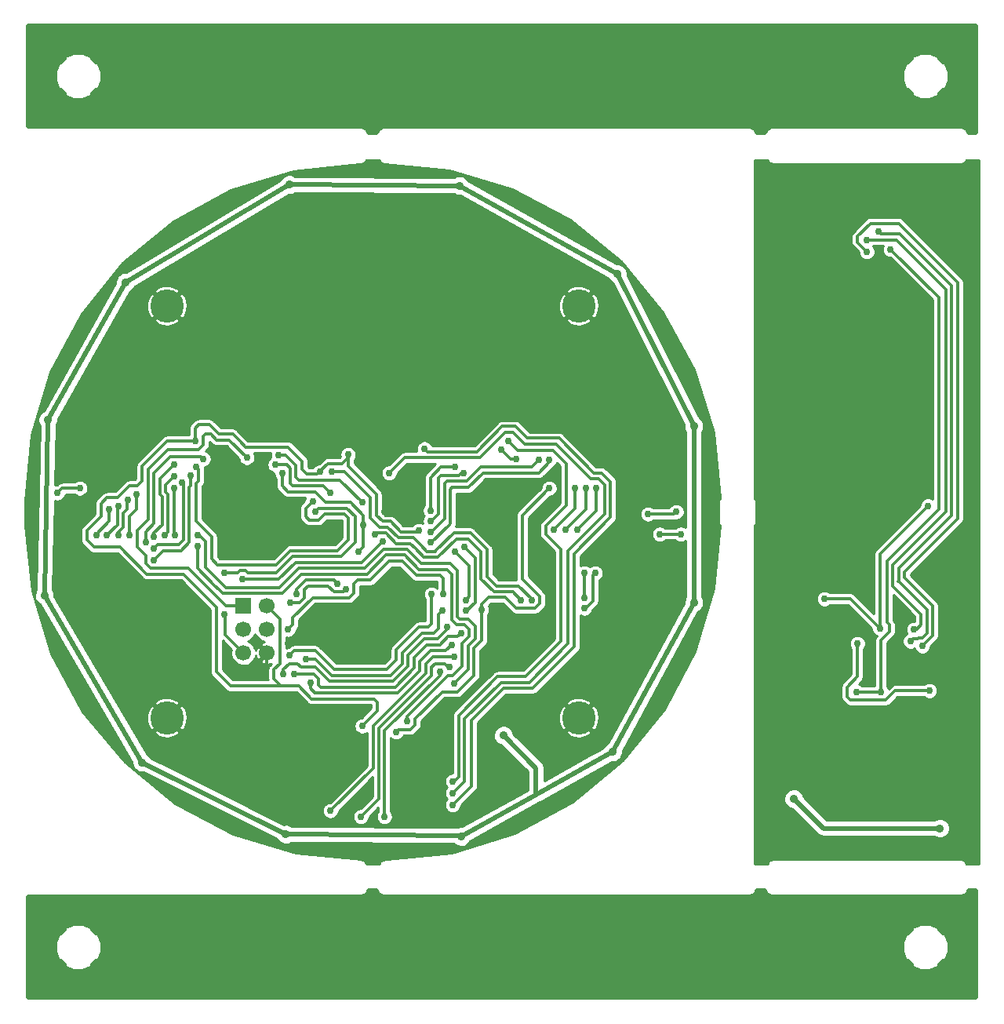
<source format=gbl>
G04 (created by PCBNEW (2013-07-07 BZR 4022)-stable) date 11/9/2013 7:35:54 PM*
%MOIN*%
G04 Gerber Fmt 3.4, Leading zero omitted, Abs format*
%FSLAX34Y34*%
G01*
G70*
G90*
G04 APERTURE LIST*
%ADD10C,0.006*%
%ADD11C,0.0984252*%
%ADD12C,0.141732*%
%ADD13R,0.0669291X0.0669291*%
%ADD14C,0.0669291*%
%ADD15C,0.03*%
%ADD16C,0.035*%
%ADD17C,0.012*%
%ADD18C,0.02*%
%ADD19C,0.01*%
%ADD20C,0.025*%
G04 APERTURE END LIST*
G54D10*
G54D11*
X40250Y6750D03*
X31750Y6750D03*
X40250Y35250D03*
X31750Y35250D03*
G54D12*
X6250Y29750D03*
X23750Y12250D03*
X6250Y12250D03*
X23750Y29750D03*
G54D13*
X9500Y17000D03*
G54D14*
X10500Y17000D03*
X9500Y16000D03*
X10500Y16000D03*
X9500Y15000D03*
X10500Y15000D03*
G54D15*
X15425Y19750D03*
X9450Y18125D03*
X8700Y16650D03*
X37850Y15500D03*
X36500Y32900D03*
X38000Y16000D03*
X36000Y32550D03*
X38350Y15300D03*
X36000Y32050D03*
X34950Y11600D03*
X35600Y15900D03*
X37800Y26250D03*
X37900Y16450D03*
X17200Y23675D03*
X18400Y8550D03*
X18400Y9050D03*
X15700Y22650D03*
X20775Y24000D03*
X18400Y9550D03*
X10850Y23000D03*
X13200Y21800D03*
X9650Y23300D03*
X14600Y20450D03*
X14400Y19300D03*
X11150Y22650D03*
X14550Y21400D03*
X11000Y23400D03*
X5350Y19700D03*
X7800Y23250D03*
X35550Y13350D03*
X36600Y13350D03*
X37000Y32150D03*
X21750Y17250D03*
X13250Y22700D03*
X21300Y17250D03*
X15100Y20050D03*
X36550Y16050D03*
X34200Y17300D03*
X38600Y21250D03*
G54D16*
X18750Y7200D03*
X25200Y10800D03*
X28650Y17150D03*
X28650Y24650D03*
X25400Y31100D03*
X18700Y34850D03*
X4500Y30750D03*
X1200Y24900D03*
X1050Y17450D03*
X5200Y10350D03*
X11300Y7300D03*
X11450Y34900D03*
X20550Y11500D03*
X32900Y8800D03*
X39100Y7550D03*
G54D15*
X10550Y28650D03*
X19750Y22000D03*
X20250Y22000D03*
X19750Y20000D03*
X20250Y20000D03*
X19750Y20500D03*
X20250Y20500D03*
X19750Y21000D03*
X20250Y21000D03*
X19750Y21500D03*
X20250Y21500D03*
X14750Y16000D03*
X15250Y16000D03*
X14750Y15500D03*
X15250Y15500D03*
X14750Y15000D03*
X15250Y15000D03*
X14750Y16500D03*
X15250Y16500D03*
X14750Y17000D03*
X15250Y17000D03*
X9750Y21000D03*
X10250Y21000D03*
X9750Y20500D03*
X10250Y20500D03*
X9750Y20000D03*
X10250Y20000D03*
X9750Y21500D03*
X10250Y21500D03*
X10250Y22000D03*
X19800Y7100D03*
X27950Y23500D03*
X2000Y18500D03*
X22800Y22800D03*
X10050Y30100D03*
X21200Y16550D03*
X11400Y15400D03*
X16850Y9300D03*
X19100Y8050D03*
X12950Y20150D03*
X22550Y19300D03*
X9750Y22000D03*
X15500Y21000D03*
X12700Y23150D03*
X16550Y24300D03*
X20050Y27800D03*
X16400Y27850D03*
X8200Y23700D03*
X16350Y22700D03*
X10200Y14000D03*
X12150Y14750D03*
X18900Y19500D03*
X18950Y16800D03*
X17950Y16800D03*
X38650Y13400D03*
X35600Y15400D03*
X4200Y20000D03*
X4600Y21500D03*
X6150Y20000D03*
X6550Y22500D03*
X6550Y22000D03*
X6600Y20000D03*
X2550Y22000D03*
X1600Y21800D03*
X4950Y21750D03*
X4650Y20000D03*
X3700Y20000D03*
X4200Y21250D03*
X3800Y21100D03*
X3250Y20000D03*
X24450Y18400D03*
X24000Y16900D03*
X13500Y17950D03*
X11750Y17500D03*
X12450Y21450D03*
X7500Y22900D03*
X12550Y21000D03*
X7250Y22550D03*
X5700Y18950D03*
X8700Y18400D03*
X5700Y19450D03*
X6900Y22250D03*
X5700Y19950D03*
X6550Y23000D03*
X7550Y19550D03*
X16450Y12100D03*
X17450Y21050D03*
X18500Y22900D03*
X22050Y23200D03*
X17450Y20150D03*
X22700Y20250D03*
X23600Y22000D03*
X11500Y17150D03*
X13850Y17700D03*
X24050Y22000D03*
X23200Y20250D03*
X24500Y22000D03*
X23700Y20250D03*
X26700Y20900D03*
X27900Y21000D03*
X18500Y19300D03*
X11450Y14900D03*
X17500Y17500D03*
X18950Y17250D03*
X17850Y14200D03*
X15500Y8050D03*
X13200Y8300D03*
X18450Y14850D03*
X12350Y13750D03*
X18350Y15350D03*
X11200Y14100D03*
X18150Y16100D03*
X7550Y20000D03*
X18450Y13700D03*
X20450Y23650D03*
X21100Y23250D03*
X17450Y20600D03*
X18850Y22650D03*
X22500Y23200D03*
X17450Y19700D03*
X27200Y20050D03*
X28100Y20050D03*
X24000Y17350D03*
X24000Y18400D03*
X18000Y17500D03*
X11400Y16000D03*
X11650Y14100D03*
X18750Y15850D03*
X14500Y8050D03*
X18250Y14400D03*
X12775Y22700D03*
X13950Y23425D03*
X19625Y16850D03*
X22500Y22000D03*
X7450Y24000D03*
X16950Y20200D03*
X14550Y11900D03*
X16000Y11650D03*
G54D17*
X15425Y19750D02*
X14525Y18850D01*
X14525Y18850D02*
X11725Y18850D01*
X11725Y18850D02*
X11000Y18125D01*
X11000Y18125D02*
X9450Y18125D01*
X8700Y16650D02*
X8725Y16625D01*
X8725Y16625D02*
X8725Y15775D01*
X8725Y15775D02*
X9500Y15000D01*
X37850Y15500D02*
X37950Y15600D01*
X37950Y15600D02*
X38150Y15600D01*
X38150Y15600D02*
X38200Y15650D01*
X37350Y18040D02*
X37350Y18600D01*
X37350Y18600D02*
X39600Y20850D01*
X39600Y20850D02*
X39600Y30600D01*
X39600Y30600D02*
X37400Y32800D01*
X37400Y32800D02*
X36600Y32800D01*
X36600Y32800D02*
X36500Y32900D01*
X37340Y18040D02*
X37350Y18040D01*
X37350Y18040D02*
X37340Y18040D01*
X38350Y17040D02*
X37350Y18040D01*
X38350Y15650D02*
X38550Y15850D01*
X38550Y15850D02*
X38550Y16840D01*
X38550Y16840D02*
X38350Y17040D01*
X38200Y15650D02*
X38350Y15650D01*
X37100Y17850D02*
X37100Y18750D01*
X37100Y18750D02*
X39350Y21000D01*
X39350Y21000D02*
X39350Y30450D01*
X39350Y30450D02*
X37250Y32550D01*
X37250Y32550D02*
X36000Y32550D01*
X38000Y16950D02*
X37100Y17850D01*
X38109Y16000D02*
X38300Y16190D01*
X38300Y16190D02*
X38300Y16650D01*
X38300Y16650D02*
X38000Y16950D01*
X38000Y16000D02*
X38109Y16000D01*
X37600Y18200D02*
X37600Y18450D01*
X37600Y18450D02*
X39850Y20700D01*
X39850Y20700D02*
X39850Y30750D01*
X39850Y30750D02*
X37350Y33250D01*
X37350Y33250D02*
X36150Y33250D01*
X36150Y33250D02*
X35600Y32700D01*
X35600Y32700D02*
X35600Y32450D01*
X35600Y32450D02*
X36000Y32050D01*
X37590Y18209D02*
X37600Y18200D01*
X38800Y15750D02*
X38800Y16990D01*
X38800Y16990D02*
X37590Y18200D01*
X37590Y18200D02*
X37590Y18209D01*
X38350Y15300D02*
X38800Y15750D01*
X19200Y9350D02*
X19200Y9450D01*
X20550Y13500D02*
X21700Y13500D01*
X19200Y12150D02*
X20550Y13500D01*
X19200Y10650D02*
X19200Y9450D01*
X23560Y15950D02*
X23560Y15260D01*
X17200Y23675D02*
X17325Y23550D01*
X17325Y23550D02*
X19425Y23550D01*
X19425Y23550D02*
X20500Y24625D01*
X20500Y24625D02*
X21075Y24625D01*
X21075Y24625D02*
X21575Y24125D01*
X21575Y24125D02*
X22925Y24125D01*
X22925Y24125D02*
X24400Y22650D01*
X24400Y22650D02*
X24725Y22650D01*
X24725Y22650D02*
X25100Y22275D01*
X25100Y22275D02*
X25100Y21020D01*
X23560Y18240D02*
X23560Y15950D01*
X23560Y19220D02*
X25100Y20760D01*
X25100Y20760D02*
X25100Y21020D01*
X23560Y18240D02*
X23560Y19220D01*
X23560Y15260D02*
X21800Y13500D01*
X21800Y13500D02*
X21700Y13500D01*
X19200Y11250D02*
X19200Y10650D01*
X19200Y11250D02*
X19200Y12150D01*
X18400Y8550D02*
X19200Y9350D01*
X18400Y9050D02*
X18404Y9045D01*
X19550Y23300D02*
X16650Y23300D01*
X20625Y24375D02*
X19550Y23300D01*
X20950Y24375D02*
X20625Y24375D01*
X21450Y23875D02*
X20950Y24375D01*
X22800Y23875D02*
X21450Y23875D01*
X24275Y22400D02*
X22800Y23875D01*
X24600Y22400D02*
X24275Y22400D01*
X24850Y22150D02*
X24600Y22400D01*
X24850Y21360D02*
X24850Y22150D01*
X23300Y18760D02*
X23300Y15900D01*
X24850Y21360D02*
X24850Y21120D01*
X24850Y20890D02*
X23300Y19340D01*
X23300Y19340D02*
X23300Y18760D01*
X24850Y21120D02*
X24850Y20890D01*
X23300Y15400D02*
X21650Y13750D01*
X21650Y13750D02*
X21150Y13750D01*
X23300Y15900D02*
X23300Y15400D01*
X18905Y9545D02*
X18404Y9045D01*
X20450Y13750D02*
X18905Y12205D01*
X18905Y12205D02*
X18905Y9545D01*
X21150Y13750D02*
X20450Y13750D01*
X16350Y23300D02*
X15700Y22650D01*
X16650Y23300D02*
X16350Y23300D01*
X23000Y15500D02*
X23000Y19400D01*
X23225Y23050D02*
X22900Y23375D01*
X23225Y21275D02*
X23225Y23050D01*
X22355Y20405D02*
X23225Y21275D01*
X22675Y23600D02*
X22900Y23375D01*
X21175Y23600D02*
X22675Y23600D01*
X20775Y24000D02*
X21175Y23600D01*
X22355Y20405D02*
X22355Y20045D01*
X23000Y15500D02*
X21500Y14000D01*
X21500Y14000D02*
X21000Y14000D01*
X18650Y11300D02*
X18650Y10550D01*
X22355Y20045D02*
X23000Y19400D01*
X18450Y9550D02*
X18650Y9750D01*
X18650Y9750D02*
X18650Y10550D01*
X18650Y12350D02*
X20300Y14000D01*
X20300Y14000D02*
X21000Y14000D01*
X18650Y11300D02*
X18650Y12350D01*
X18400Y9550D02*
X18450Y9550D01*
X8900Y24050D02*
X9650Y23300D01*
X8360Y24050D02*
X8900Y24050D01*
X8110Y24300D02*
X8360Y24050D01*
X7900Y24300D02*
X8110Y24300D01*
X7800Y24200D02*
X7900Y24300D01*
X7800Y23850D02*
X7800Y24200D01*
X7600Y23650D02*
X7800Y23850D01*
X8750Y17000D02*
X9500Y17000D01*
X7150Y18600D02*
X8750Y17000D01*
X5550Y18600D02*
X7150Y18600D01*
X5350Y18800D02*
X5550Y18600D01*
X5350Y19150D02*
X5350Y18800D01*
X5000Y19500D02*
X5350Y19150D01*
X5000Y20200D02*
X5000Y19500D01*
X5459Y20659D02*
X5000Y20200D01*
X5459Y22809D02*
X5459Y20659D01*
X6300Y23650D02*
X5459Y22809D01*
X6950Y23650D02*
X6300Y23650D01*
X6950Y23650D02*
X7600Y23650D01*
X11350Y23000D02*
X10850Y23000D01*
X11500Y22850D02*
X11350Y23000D01*
X12900Y22100D02*
X12800Y22100D01*
X13200Y21800D02*
X12900Y22100D01*
X11600Y22100D02*
X11500Y22200D01*
X11500Y22200D02*
X11500Y22850D01*
X12800Y22100D02*
X11600Y22100D01*
X12550Y21850D02*
X12300Y21850D01*
X13000Y21400D02*
X12550Y21850D01*
X14050Y21400D02*
X13000Y21400D01*
X14600Y20850D02*
X14050Y21400D01*
X14600Y20450D02*
X14600Y20850D01*
X14400Y19300D02*
X14600Y19500D01*
X14600Y19500D02*
X14600Y20450D01*
X11400Y21850D02*
X11150Y22100D01*
X11150Y22100D02*
X11150Y22650D01*
X12300Y21850D02*
X11400Y21850D01*
X14550Y21400D02*
X13600Y22350D01*
X13600Y22350D02*
X12950Y22350D01*
X11740Y22959D02*
X11300Y23400D01*
X11300Y23400D02*
X11000Y23400D01*
X11850Y22350D02*
X11740Y22459D01*
X11740Y22459D02*
X11740Y22959D01*
X12950Y22350D02*
X11850Y22350D01*
X5350Y19700D02*
X5350Y20150D01*
X5350Y20150D02*
X5700Y20500D01*
X5700Y20500D02*
X5700Y22650D01*
X5700Y22650D02*
X6400Y23350D01*
X6400Y23350D02*
X7700Y23350D01*
X7700Y23350D02*
X7800Y23250D01*
X35550Y13350D02*
X36600Y13350D01*
X39050Y30100D02*
X37000Y32150D01*
X39050Y21100D02*
X39050Y30100D01*
X36850Y18900D02*
X39050Y21100D01*
X36850Y16750D02*
X36850Y18900D01*
X36600Y13350D02*
X36600Y14650D01*
X36850Y16300D02*
X36950Y16200D01*
X36950Y16200D02*
X36950Y15900D01*
X36950Y15900D02*
X36600Y15550D01*
X36600Y15550D02*
X36600Y14650D01*
X36850Y16750D02*
X36850Y16300D01*
X21750Y17300D02*
X21200Y17850D01*
X21750Y17250D02*
X21750Y17300D01*
X14900Y21150D02*
X14900Y21600D01*
X14900Y21600D02*
X13800Y22700D01*
X13800Y22700D02*
X13250Y22700D01*
X21200Y17850D02*
X20250Y17850D01*
X20250Y17850D02*
X19850Y18250D01*
X19850Y18250D02*
X19850Y19400D01*
X19850Y19400D02*
X19150Y20100D01*
X19150Y20100D02*
X18450Y20100D01*
X18450Y20100D02*
X17675Y19325D01*
X17669Y19319D02*
X17675Y19325D01*
X14900Y21150D02*
X14900Y21050D01*
X17050Y19575D02*
X17305Y19319D01*
X17305Y19319D02*
X17669Y19319D01*
X15639Y20350D02*
X16099Y19890D01*
X16099Y19890D02*
X16734Y19890D01*
X16734Y19890D02*
X17050Y19575D01*
X14900Y20750D02*
X15300Y20350D01*
X15300Y20350D02*
X15639Y20350D01*
X14900Y21050D02*
X14900Y20750D01*
X21300Y17250D02*
X20950Y17600D01*
X20950Y17600D02*
X20150Y17600D01*
X20150Y17600D02*
X19600Y18150D01*
X19600Y18150D02*
X19600Y19300D01*
X19600Y19300D02*
X19050Y19850D01*
X18550Y19850D02*
X19050Y19850D01*
X17775Y19075D02*
X18550Y19850D01*
X16809Y19440D02*
X17175Y19075D01*
X17175Y19075D02*
X17775Y19075D01*
X15400Y20100D02*
X15550Y20100D01*
X15550Y20100D02*
X16000Y19650D01*
X16000Y19650D02*
X16600Y19650D01*
X16600Y19650D02*
X16809Y19440D01*
X15100Y20050D02*
X15150Y20100D01*
X15150Y20100D02*
X15400Y20100D01*
X36550Y16050D02*
X35300Y17300D01*
X35300Y17300D02*
X34200Y17300D01*
X36550Y19200D02*
X38600Y21250D01*
X36550Y16050D02*
X36550Y19200D01*
G54D18*
X18700Y7250D02*
X18750Y7200D01*
X11300Y7300D02*
X18700Y7250D01*
X21939Y8979D02*
X25200Y10800D01*
X18750Y7200D02*
X21939Y8979D01*
X25200Y10800D02*
X28650Y17150D01*
X28650Y17150D02*
X28650Y24650D01*
X28650Y24650D02*
X25400Y31100D01*
X25400Y31100D02*
X18700Y34850D01*
X18700Y34850D02*
X11450Y34900D01*
X11450Y34900D02*
X4500Y30750D01*
X4500Y30750D02*
X1200Y24900D01*
X1200Y24900D02*
X1050Y17450D01*
X1050Y17450D02*
X5200Y10350D01*
X11300Y7300D02*
X5200Y10350D01*
X21939Y10110D02*
X20550Y11500D01*
X21939Y8979D02*
X21939Y10110D01*
X32900Y8800D02*
X34150Y7550D01*
X34150Y7550D02*
X39100Y7550D01*
G54D17*
X9750Y22100D02*
X8200Y23650D01*
X8200Y23650D02*
X8200Y23700D01*
X9750Y22000D02*
X9750Y22100D01*
X15500Y21850D02*
X16350Y22700D01*
X15500Y21000D02*
X15500Y21850D01*
X10500Y14300D02*
X10200Y14000D01*
X10500Y15000D02*
X10500Y14300D01*
X19000Y16800D02*
X18950Y16800D01*
X19350Y19050D02*
X19350Y17150D01*
X18900Y19500D02*
X19350Y19050D01*
X19350Y17150D02*
X19000Y16800D01*
X12550Y14750D02*
X13250Y14050D01*
X13250Y14050D02*
X15750Y14050D01*
X15750Y14050D02*
X16250Y14550D01*
X16250Y14550D02*
X16250Y15000D01*
X16250Y15000D02*
X17100Y15850D01*
X17100Y15850D02*
X17600Y15850D01*
X17600Y15850D02*
X17800Y16050D01*
X17800Y16050D02*
X17800Y16650D01*
X17800Y16650D02*
X17950Y16800D01*
X12150Y14750D02*
X12550Y14750D01*
X35600Y14000D02*
X35150Y13550D01*
X35150Y13550D02*
X35150Y13150D01*
X35150Y13150D02*
X35300Y13000D01*
X35300Y13000D02*
X36800Y13000D01*
X36800Y13000D02*
X37200Y13400D01*
X37200Y13400D02*
X38650Y13400D01*
X35600Y15400D02*
X35600Y14000D01*
X4200Y20150D02*
X4200Y20000D01*
X4400Y20350D02*
X4200Y20150D01*
X4400Y20950D02*
X4400Y20350D01*
X4550Y21100D02*
X4400Y20950D01*
X4550Y21450D02*
X4550Y21100D01*
X4600Y21500D02*
X4550Y21450D01*
X6150Y20000D02*
X6300Y20150D01*
X6300Y20150D02*
X6300Y20300D01*
X6200Y22150D02*
X6550Y22500D01*
X6200Y21850D02*
X6200Y22150D01*
X6300Y21750D02*
X6200Y21850D01*
X6300Y20300D02*
X6300Y21750D01*
X6550Y20500D02*
X6550Y22000D01*
X6550Y20050D02*
X6550Y20500D01*
X6550Y20050D02*
X6550Y20500D01*
X6600Y20000D02*
X6550Y20050D01*
X1800Y22000D02*
X2550Y22000D01*
X1600Y21800D02*
X1800Y22000D01*
X4950Y21750D02*
X4950Y21100D01*
X4950Y21100D02*
X4650Y20800D01*
X4650Y20800D02*
X4650Y20000D01*
X4150Y20450D02*
X3700Y20000D01*
X4150Y21200D02*
X4150Y20450D01*
X4200Y21250D02*
X4150Y21200D01*
X3800Y20600D02*
X3250Y20050D01*
X3250Y20050D02*
X3250Y20000D01*
X3800Y21100D02*
X3800Y20600D01*
X24450Y18400D02*
X24350Y18300D01*
X24350Y18300D02*
X24350Y17200D01*
X24350Y17200D02*
X24050Y16900D01*
X24050Y16900D02*
X24000Y16900D01*
X11750Y17700D02*
X12150Y18100D01*
X12150Y18100D02*
X13350Y18100D01*
X13350Y18100D02*
X13500Y17950D01*
X11750Y17500D02*
X11750Y17700D01*
X12150Y21150D02*
X12150Y20800D01*
X12150Y20800D02*
X12300Y20650D01*
X12300Y20650D02*
X12350Y20650D01*
X10500Y18750D02*
X10900Y18750D01*
X7600Y22800D02*
X7500Y22900D01*
X10500Y18750D02*
X8390Y18750D01*
X8390Y18750D02*
X8150Y18990D01*
X8150Y18990D02*
X8150Y19950D01*
X8150Y19950D02*
X7500Y20600D01*
X7500Y20600D02*
X7500Y22200D01*
X7500Y22200D02*
X7600Y22300D01*
X7600Y22300D02*
X7600Y22800D01*
X10900Y18750D02*
X11500Y19350D01*
X12950Y19350D02*
X11500Y19350D01*
X12450Y21450D02*
X12150Y21150D01*
X12700Y20650D02*
X12950Y20900D01*
X12950Y20900D02*
X13800Y20900D01*
X13800Y20900D02*
X13950Y20750D01*
X13950Y20750D02*
X13950Y19800D01*
X13950Y19800D02*
X13500Y19350D01*
X13500Y19350D02*
X12950Y19350D01*
X12350Y20650D02*
X12700Y20650D01*
X10900Y18400D02*
X11600Y19100D01*
X8700Y18400D02*
X9250Y18400D01*
X9700Y18400D02*
X10550Y18400D01*
X9600Y18500D02*
X9700Y18400D01*
X9350Y18500D02*
X9600Y18500D01*
X9250Y18400D02*
X9350Y18500D01*
X5700Y18950D02*
X6100Y19350D01*
X6100Y19350D02*
X6850Y19350D01*
X6850Y19350D02*
X7200Y19700D01*
X7200Y19700D02*
X7200Y22050D01*
X7200Y22050D02*
X7250Y22100D01*
X7250Y22100D02*
X7250Y22550D01*
X10550Y18400D02*
X10900Y18400D01*
X12450Y19100D02*
X11600Y19100D01*
X13650Y19100D02*
X14250Y19700D01*
X14250Y19700D02*
X14250Y20800D01*
X14250Y20800D02*
X13900Y21150D01*
X13900Y21150D02*
X12700Y21150D01*
X12700Y21150D02*
X12550Y21000D01*
X12450Y19100D02*
X13650Y19100D01*
X5700Y19450D02*
X5850Y19600D01*
X5850Y19600D02*
X6750Y19600D01*
X6750Y19600D02*
X6950Y19800D01*
X6950Y19800D02*
X6950Y22200D01*
X6950Y22200D02*
X6900Y22250D01*
X5700Y19950D02*
X5700Y20000D01*
X5700Y20000D02*
X5700Y20100D01*
X5700Y20100D02*
X6050Y20450D01*
X6050Y20450D02*
X6050Y21650D01*
X6050Y21650D02*
X5950Y21750D01*
X5950Y21750D02*
X5950Y22400D01*
X5950Y22400D02*
X6550Y23000D01*
X16450Y12300D02*
X18200Y14050D01*
X13900Y18350D02*
X13500Y18350D01*
X13500Y18350D02*
X12200Y18350D01*
X7550Y19550D02*
X7550Y19350D01*
X7550Y18600D02*
X7550Y19350D01*
X8300Y17850D02*
X7550Y18600D01*
X8450Y17700D02*
X8300Y17850D01*
X11975Y18350D02*
X11150Y17525D01*
X11150Y17525D02*
X8625Y17525D01*
X8625Y17525D02*
X8450Y17700D01*
X12200Y18350D02*
X11975Y18350D01*
X18350Y16850D02*
X18350Y16400D01*
X18900Y16200D02*
X18550Y16200D01*
X18550Y16200D02*
X18350Y16400D01*
X16450Y12100D02*
X16450Y12300D01*
X18350Y18350D02*
X18150Y18550D01*
X18150Y18550D02*
X16960Y18550D01*
X16960Y18550D02*
X16350Y19159D01*
X16350Y19159D02*
X15559Y19159D01*
X15559Y19159D02*
X14750Y18350D01*
X14750Y18350D02*
X13900Y18350D01*
X18350Y16850D02*
X18350Y18350D01*
X18400Y14050D02*
X18800Y14450D01*
X18800Y14450D02*
X18800Y15400D01*
X18800Y15400D02*
X19100Y15700D01*
X19100Y15700D02*
X19100Y16000D01*
X19100Y16000D02*
X18900Y16200D01*
X18200Y14050D02*
X18400Y14050D01*
X18500Y22900D02*
X17900Y22900D01*
X17450Y22450D02*
X17900Y22900D01*
X17450Y21050D02*
X17450Y22450D01*
X18850Y22300D02*
X19000Y22300D01*
X19000Y22300D02*
X19600Y22900D01*
X19600Y22900D02*
X21750Y22900D01*
X21750Y22900D02*
X22050Y23200D01*
X17450Y20150D02*
X17500Y20150D01*
X17500Y20150D02*
X18000Y20650D01*
X18150Y22300D02*
X18050Y22200D01*
X18050Y22200D02*
X18050Y20700D01*
X18050Y20700D02*
X18000Y20650D01*
X18850Y22300D02*
X18150Y22300D01*
X22700Y20250D02*
X23600Y21150D01*
X23600Y21150D02*
X23600Y22000D01*
X13750Y17600D02*
X13850Y17700D01*
X13350Y17600D02*
X13750Y17600D01*
X11900Y17150D02*
X12100Y17350D01*
X12100Y17350D02*
X12100Y17700D01*
X12100Y17700D02*
X12250Y17850D01*
X12250Y17850D02*
X13100Y17850D01*
X13100Y17850D02*
X13350Y17600D01*
X11500Y17150D02*
X11900Y17150D01*
X24050Y21100D02*
X24050Y22000D01*
X23200Y20250D02*
X24050Y21100D01*
X24500Y22000D02*
X24500Y21050D01*
X24500Y21050D02*
X23700Y20250D01*
X27800Y20900D02*
X27900Y21000D01*
X26700Y20900D02*
X27800Y20900D01*
X19100Y17400D02*
X18950Y17250D01*
X19100Y18700D02*
X19100Y17400D01*
X18500Y19300D02*
X19100Y18700D01*
X11650Y15100D02*
X11450Y14900D01*
X12200Y15100D02*
X11650Y15100D01*
X12550Y15100D02*
X13350Y14300D01*
X13350Y14300D02*
X15600Y14300D01*
X15600Y14300D02*
X16000Y14700D01*
X16000Y14700D02*
X16000Y15150D01*
X16000Y15150D02*
X16950Y16100D01*
X16950Y16100D02*
X17350Y16100D01*
X17350Y16100D02*
X17500Y16250D01*
X17500Y16250D02*
X17500Y17500D01*
X12200Y15100D02*
X12550Y15100D01*
X17850Y14050D02*
X15500Y11700D01*
X15500Y11700D02*
X15500Y8700D01*
X17850Y14200D02*
X17850Y14050D01*
X15500Y8700D02*
X15500Y8050D01*
X17550Y14850D02*
X17250Y14550D01*
X17250Y14550D02*
X17250Y14150D01*
X17250Y14150D02*
X15009Y11909D01*
X15009Y11909D02*
X15009Y10109D01*
X15009Y10109D02*
X13200Y8300D01*
X18450Y14850D02*
X17550Y14850D01*
X17450Y15100D02*
X18100Y15100D01*
X18100Y15100D02*
X18350Y15350D01*
X17000Y14650D02*
X17450Y15100D01*
X12350Y13490D02*
X12540Y13300D01*
X12540Y13300D02*
X16050Y13300D01*
X16050Y13300D02*
X17000Y14250D01*
X17000Y14250D02*
X17000Y14650D01*
X12350Y13750D02*
X12350Y13490D01*
X11200Y14150D02*
X11200Y14100D01*
X11200Y14100D02*
X11200Y14300D01*
X11450Y14550D02*
X11200Y14300D01*
X11800Y14550D02*
X11450Y14550D01*
X11950Y14400D02*
X11800Y14550D01*
X12050Y14400D02*
X11950Y14400D01*
X12550Y14400D02*
X13150Y13800D01*
X13150Y13800D02*
X15850Y13800D01*
X15850Y13800D02*
X16500Y14450D01*
X16500Y14450D02*
X16500Y14900D01*
X16500Y14900D02*
X17200Y15600D01*
X17200Y15600D02*
X17750Y15600D01*
X17750Y15600D02*
X18150Y16000D01*
X18150Y16000D02*
X18150Y16100D01*
X12050Y14400D02*
X12550Y14400D01*
X7625Y20000D02*
X7900Y19725D01*
X7550Y20000D02*
X7625Y20000D01*
X13600Y18600D02*
X12250Y18600D01*
X13750Y18600D02*
X13600Y18600D01*
X11850Y18600D02*
X11025Y17775D01*
X12250Y18600D02*
X11850Y18600D01*
X8750Y17775D02*
X11025Y17775D01*
X7900Y18625D02*
X8750Y17775D01*
X7900Y19725D02*
X7900Y18625D01*
X18800Y16450D02*
X18690Y16450D01*
X18600Y17400D02*
X18600Y17500D01*
X18600Y17400D02*
X18600Y16540D01*
X18600Y16540D02*
X18690Y16450D01*
X14650Y18600D02*
X15450Y19400D01*
X15450Y19400D02*
X16450Y19400D01*
X16450Y19400D02*
X17050Y18800D01*
X17050Y18800D02*
X18300Y18800D01*
X18300Y18800D02*
X18600Y18500D01*
X18600Y18500D02*
X18600Y17500D01*
X13750Y18600D02*
X14650Y18600D01*
X19050Y16450D02*
X19350Y16150D01*
X19350Y16150D02*
X19350Y15600D01*
X19350Y15600D02*
X19050Y15300D01*
X19050Y15300D02*
X19050Y14300D01*
X19050Y14300D02*
X18450Y13700D01*
X18800Y16450D02*
X19050Y16450D01*
X20450Y23650D02*
X20850Y23250D01*
X20850Y23250D02*
X21100Y23250D01*
X17450Y20600D02*
X17500Y20600D01*
X17500Y20600D02*
X17800Y20900D01*
X17800Y21050D02*
X17800Y20900D01*
X18750Y22650D02*
X18650Y22550D01*
X18650Y22550D02*
X17900Y22550D01*
X18850Y22650D02*
X18750Y22650D01*
X17800Y22450D02*
X17900Y22550D01*
X17800Y21050D02*
X17800Y22450D01*
X19069Y22030D02*
X19689Y22650D01*
X19689Y22650D02*
X22050Y22650D01*
X22050Y22650D02*
X22500Y23100D01*
X22500Y23100D02*
X22500Y23200D01*
X17450Y19700D02*
X17500Y19700D01*
X17500Y19700D02*
X18250Y20450D01*
X18370Y22030D02*
X18290Y21950D01*
X18290Y21950D02*
X18290Y20490D01*
X18290Y20490D02*
X18250Y20450D01*
X19069Y22030D02*
X18370Y22030D01*
X27200Y20050D02*
X28100Y20050D01*
X24000Y18400D02*
X24000Y17350D01*
X12900Y17350D02*
X13450Y17350D01*
X14000Y17350D02*
X14200Y17550D01*
X13450Y17350D02*
X14000Y17350D01*
X11600Y16500D02*
X12450Y17350D01*
X12450Y17350D02*
X12900Y17350D01*
X18000Y18159D02*
X17859Y18300D01*
X17859Y18300D02*
X16850Y18300D01*
X16850Y18300D02*
X16244Y18905D01*
X16244Y18905D02*
X15705Y18905D01*
X15705Y18905D02*
X14900Y18100D01*
X14900Y18100D02*
X14350Y18100D01*
X14350Y18100D02*
X14200Y17950D01*
X14200Y17950D02*
X14200Y17550D01*
X18000Y17500D02*
X18000Y18159D01*
X11400Y16000D02*
X11600Y16200D01*
X11600Y16200D02*
X11600Y16500D01*
X12500Y14100D02*
X12700Y13900D01*
X12700Y13900D02*
X12700Y13650D01*
X12700Y13650D02*
X12800Y13550D01*
X12800Y13550D02*
X15950Y13550D01*
X15950Y13550D02*
X16759Y14359D01*
X16759Y14359D02*
X16759Y14809D01*
X16759Y14809D02*
X17300Y15350D01*
X17300Y15350D02*
X17850Y15350D01*
X17850Y15350D02*
X18200Y15700D01*
X18200Y15700D02*
X18600Y15700D01*
X18600Y15700D02*
X18750Y15850D01*
X11650Y14100D02*
X12500Y14100D01*
X15150Y8700D02*
X14500Y8050D01*
X18250Y14400D02*
X18200Y14400D01*
X15250Y11800D02*
X15250Y8900D01*
X17500Y14050D02*
X15250Y11800D01*
X17500Y14400D02*
X17500Y14050D01*
X17650Y14550D02*
X17500Y14400D01*
X18050Y14550D02*
X17650Y14550D01*
X18200Y14400D02*
X18050Y14550D01*
X15250Y8800D02*
X15150Y8700D01*
X15250Y8900D02*
X15250Y8800D01*
X22100Y17400D02*
X21350Y18150D01*
X22100Y17100D02*
X22100Y17400D01*
X21900Y16900D02*
X22100Y17100D01*
X21100Y16900D02*
X21900Y16900D01*
X20640Y17359D02*
X21100Y16900D01*
X19909Y17359D02*
X20640Y17359D01*
X19625Y17075D02*
X19909Y17359D01*
X19625Y16850D02*
X19625Y17075D01*
X11050Y16450D02*
X10500Y17000D01*
X11050Y14550D02*
X11050Y15400D01*
X10800Y14300D02*
X11050Y14550D01*
X10800Y13900D02*
X10800Y14300D01*
X11100Y13600D02*
X10800Y13900D01*
X14550Y11900D02*
X15200Y12550D01*
X15200Y12550D02*
X15200Y12900D01*
X15200Y12900D02*
X15050Y13050D01*
X15050Y13050D02*
X12400Y13050D01*
X12400Y13050D02*
X11850Y13600D01*
X11850Y13600D02*
X11100Y13600D01*
X16100Y11750D02*
X16000Y11650D01*
X16600Y11750D02*
X16100Y11750D01*
X16800Y11950D02*
X16600Y11750D01*
X16800Y12200D02*
X16800Y11950D01*
X17950Y13350D02*
X16800Y12200D01*
X18150Y13350D02*
X17950Y13350D01*
X11050Y15400D02*
X11050Y16450D01*
X6250Y24000D02*
X7450Y24000D01*
X5200Y22950D02*
X6250Y24000D01*
X5200Y22300D02*
X5200Y22950D01*
X5000Y22100D02*
X5200Y22300D01*
X4650Y22100D02*
X5000Y22100D01*
X4150Y21600D02*
X4650Y22100D01*
X3700Y21600D02*
X4150Y21600D01*
X3450Y21350D02*
X3700Y21600D01*
X3450Y20800D02*
X3450Y21350D01*
X2850Y20200D02*
X3450Y20800D01*
X2850Y19800D02*
X2850Y20200D01*
X3150Y19500D02*
X2850Y19800D01*
X4250Y19500D02*
X3150Y19500D01*
X5400Y18350D02*
X4250Y19500D01*
X6950Y18350D02*
X5400Y18350D01*
X8350Y16950D02*
X6950Y18350D01*
X8350Y15250D02*
X8350Y16950D01*
X15150Y21750D02*
X13950Y22950D01*
X15150Y21300D02*
X15150Y21750D01*
X13950Y22950D02*
X13950Y23425D01*
X16950Y20200D02*
X16900Y20150D01*
X16900Y20150D02*
X16200Y20150D01*
X16200Y20150D02*
X15759Y20590D01*
X15759Y20590D02*
X15409Y20590D01*
X15409Y20590D02*
X15150Y20850D01*
X15150Y20850D02*
X15150Y21300D01*
X12200Y22600D02*
X12050Y22750D01*
X12609Y22600D02*
X12200Y22600D01*
X12709Y22700D02*
X12609Y22600D01*
X12000Y23150D02*
X11800Y23350D01*
X12000Y22800D02*
X12000Y23150D01*
X12050Y22750D02*
X12000Y22800D01*
X7450Y24000D02*
X7450Y24550D01*
X9050Y24300D02*
X9350Y24000D01*
X8450Y24300D02*
X9050Y24300D01*
X8050Y24700D02*
X8450Y24300D01*
X7600Y24700D02*
X8050Y24700D01*
X7450Y24550D02*
X7600Y24700D01*
X9600Y23750D02*
X9350Y24000D01*
X11400Y23750D02*
X9600Y23750D01*
X11800Y23350D02*
X11400Y23750D01*
X12775Y22700D02*
X12709Y22700D01*
X13950Y23300D02*
X13700Y23050D01*
X13700Y23050D02*
X13100Y23050D01*
X13100Y23050D02*
X12775Y22725D01*
X12775Y22725D02*
X12775Y22700D01*
X13950Y23425D02*
X13950Y23300D01*
X21350Y20850D02*
X22500Y22000D01*
X21350Y18150D02*
X21350Y20850D01*
X8350Y14200D02*
X8950Y13600D01*
X8950Y13600D02*
X11100Y13600D01*
X8350Y15250D02*
X8350Y14200D01*
X18600Y13350D02*
X19300Y14050D01*
X19300Y14050D02*
X19300Y15200D01*
X19300Y15200D02*
X19625Y15525D01*
X19625Y15525D02*
X19625Y16850D01*
X18150Y13350D02*
X18600Y13350D01*
G54D10*
G36*
X10683Y14551D02*
X10616Y14483D01*
X10600Y14465D01*
X10585Y14446D01*
X10584Y14445D01*
X10583Y14444D01*
X10572Y14423D01*
X10561Y14402D01*
X10560Y14401D01*
X10559Y14399D01*
X10552Y14376D01*
X10545Y14354D01*
X10545Y14352D01*
X10545Y14351D01*
X10542Y14327D01*
X10540Y14303D01*
X10540Y14300D01*
X10540Y14300D01*
X10540Y14300D01*
X10540Y14300D01*
X10540Y13900D01*
X10542Y13876D01*
X10543Y13860D01*
X9057Y13860D01*
X8610Y14307D01*
X8610Y15250D01*
X8610Y15522D01*
X8984Y15147D01*
X8966Y15059D01*
X8964Y14955D01*
X8983Y14851D01*
X9022Y14754D01*
X9078Y14666D01*
X9151Y14590D01*
X9237Y14531D01*
X9333Y14489D01*
X9436Y14466D01*
X9541Y14464D01*
X9644Y14482D01*
X9742Y14520D01*
X9830Y14576D01*
X9906Y14648D01*
X9967Y14734D01*
X10009Y14830D01*
X10025Y14898D01*
X10028Y14876D01*
X10061Y14787D01*
X10078Y14755D01*
X10148Y14719D01*
X10429Y15000D01*
X10148Y15280D01*
X10078Y15244D01*
X10039Y15157D01*
X10025Y15099D01*
X10014Y15155D01*
X9974Y15252D01*
X9916Y15339D01*
X9842Y15413D01*
X9755Y15472D01*
X9689Y15500D01*
X9742Y15520D01*
X9830Y15576D01*
X9906Y15648D01*
X9967Y15734D01*
X10000Y15809D01*
X10022Y15754D01*
X10078Y15666D01*
X10151Y15590D01*
X10237Y15531D01*
X10333Y15489D01*
X10399Y15474D01*
X10376Y15471D01*
X10287Y15438D01*
X10255Y15421D01*
X10219Y15351D01*
X10500Y15070D01*
X10505Y15076D01*
X10576Y15005D01*
X10570Y15000D01*
X10576Y14994D01*
X10505Y14923D01*
X10500Y14929D01*
X10219Y14648D01*
X10255Y14578D01*
X10342Y14539D01*
X10434Y14517D01*
X10529Y14513D01*
X10623Y14528D01*
X10683Y14551D01*
X10683Y14551D01*
G37*
G54D19*
X10683Y14551D02*
X10616Y14483D01*
X10600Y14465D01*
X10585Y14446D01*
X10584Y14445D01*
X10583Y14444D01*
X10572Y14423D01*
X10561Y14402D01*
X10560Y14401D01*
X10559Y14399D01*
X10552Y14376D01*
X10545Y14354D01*
X10545Y14352D01*
X10545Y14351D01*
X10542Y14327D01*
X10540Y14303D01*
X10540Y14300D01*
X10540Y14300D01*
X10540Y14300D01*
X10540Y14300D01*
X10540Y13900D01*
X10542Y13876D01*
X10543Y13860D01*
X9057Y13860D01*
X8610Y14307D01*
X8610Y15250D01*
X8610Y15522D01*
X8984Y15147D01*
X8966Y15059D01*
X8964Y14955D01*
X8983Y14851D01*
X9022Y14754D01*
X9078Y14666D01*
X9151Y14590D01*
X9237Y14531D01*
X9333Y14489D01*
X9436Y14466D01*
X9541Y14464D01*
X9644Y14482D01*
X9742Y14520D01*
X9830Y14576D01*
X9906Y14648D01*
X9967Y14734D01*
X10009Y14830D01*
X10025Y14898D01*
X10028Y14876D01*
X10061Y14787D01*
X10078Y14755D01*
X10148Y14719D01*
X10429Y15000D01*
X10148Y15280D01*
X10078Y15244D01*
X10039Y15157D01*
X10025Y15099D01*
X10014Y15155D01*
X9974Y15252D01*
X9916Y15339D01*
X9842Y15413D01*
X9755Y15472D01*
X9689Y15500D01*
X9742Y15520D01*
X9830Y15576D01*
X9906Y15648D01*
X9967Y15734D01*
X10000Y15809D01*
X10022Y15754D01*
X10078Y15666D01*
X10151Y15590D01*
X10237Y15531D01*
X10333Y15489D01*
X10399Y15474D01*
X10376Y15471D01*
X10287Y15438D01*
X10255Y15421D01*
X10219Y15351D01*
X10500Y15070D01*
X10505Y15076D01*
X10576Y15005D01*
X10570Y15000D01*
X10576Y14994D01*
X10505Y14923D01*
X10500Y14929D01*
X10219Y14648D01*
X10255Y14578D01*
X10342Y14539D01*
X10434Y14517D01*
X10529Y14513D01*
X10623Y14528D01*
X10683Y14551D01*
G54D10*
G36*
X13690Y19907D02*
X13392Y19610D01*
X12950Y19610D01*
X11500Y19610D01*
X11476Y19607D01*
X11452Y19605D01*
X11450Y19605D01*
X11449Y19605D01*
X11426Y19598D01*
X11403Y19591D01*
X11402Y19590D01*
X11400Y19590D01*
X11379Y19579D01*
X11358Y19568D01*
X11357Y19567D01*
X11356Y19566D01*
X11337Y19551D01*
X11318Y19536D01*
X11316Y19534D01*
X11316Y19534D01*
X11316Y19534D01*
X11316Y19533D01*
X10792Y19010D01*
X10500Y19010D01*
X8497Y19010D01*
X8410Y19097D01*
X8410Y19950D01*
X8407Y19973D01*
X8405Y19997D01*
X8405Y19999D01*
X8405Y20000D01*
X8398Y20023D01*
X8391Y20046D01*
X8390Y20047D01*
X8390Y20049D01*
X8379Y20070D01*
X8368Y20091D01*
X8367Y20092D01*
X8366Y20093D01*
X8351Y20112D01*
X8336Y20131D01*
X8334Y20133D01*
X8334Y20133D01*
X8334Y20133D01*
X8333Y20133D01*
X7760Y20707D01*
X7760Y22092D01*
X7783Y22116D01*
X7799Y22134D01*
X7814Y22153D01*
X7815Y22154D01*
X7816Y22155D01*
X7827Y22176D01*
X7838Y22197D01*
X7839Y22198D01*
X7840Y22200D01*
X7847Y22223D01*
X7854Y22245D01*
X7854Y22247D01*
X7854Y22248D01*
X7857Y22272D01*
X7859Y22296D01*
X7859Y22299D01*
X7859Y22299D01*
X7859Y22299D01*
X7860Y22300D01*
X7860Y22800D01*
X7857Y22823D01*
X7855Y22847D01*
X7855Y22849D01*
X7855Y22850D01*
X7849Y22870D01*
X7849Y22903D01*
X7894Y22911D01*
X7958Y22936D01*
X8016Y22972D01*
X8066Y23020D01*
X8105Y23076D01*
X8133Y23138D01*
X8148Y23205D01*
X8150Y23284D01*
X8136Y23351D01*
X8110Y23415D01*
X8072Y23472D01*
X8024Y23520D01*
X7967Y23559D01*
X7903Y23585D01*
X7903Y23586D01*
X7983Y23666D01*
X7999Y23684D01*
X8014Y23703D01*
X8015Y23704D01*
X8016Y23705D01*
X8027Y23726D01*
X8038Y23747D01*
X8039Y23748D01*
X8040Y23750D01*
X8047Y23773D01*
X8054Y23795D01*
X8054Y23797D01*
X8054Y23798D01*
X8057Y23822D01*
X8059Y23846D01*
X8059Y23849D01*
X8059Y23849D01*
X8059Y23849D01*
X8060Y23850D01*
X8060Y23982D01*
X8176Y23866D01*
X8195Y23850D01*
X8213Y23835D01*
X8214Y23834D01*
X8215Y23833D01*
X8237Y23822D01*
X8258Y23811D01*
X8259Y23810D01*
X8260Y23809D01*
X8283Y23802D01*
X8306Y23795D01*
X8307Y23795D01*
X8309Y23795D01*
X8333Y23792D01*
X8356Y23790D01*
X8359Y23790D01*
X8359Y23790D01*
X8359Y23790D01*
X8360Y23790D01*
X8792Y23790D01*
X9299Y23282D01*
X9299Y23270D01*
X9311Y23203D01*
X9337Y23139D01*
X9374Y23081D01*
X9422Y23032D01*
X9478Y22992D01*
X9541Y22965D01*
X9608Y22950D01*
X9676Y22949D01*
X9744Y22961D01*
X9808Y22986D01*
X9866Y23022D01*
X9916Y23070D01*
X9955Y23126D01*
X9983Y23188D01*
X9998Y23255D01*
X10000Y23334D01*
X9986Y23401D01*
X9960Y23465D01*
X9943Y23490D01*
X10661Y23490D01*
X10650Y23439D01*
X10649Y23370D01*
X10661Y23303D01*
X10664Y23296D01*
X10629Y23274D01*
X10580Y23226D01*
X10541Y23169D01*
X10514Y23106D01*
X10500Y23039D01*
X10499Y22970D01*
X10511Y22903D01*
X10537Y22839D01*
X10574Y22781D01*
X10622Y22732D01*
X10678Y22692D01*
X10741Y22665D01*
X10799Y22652D01*
X10799Y22620D01*
X10811Y22553D01*
X10837Y22489D01*
X10874Y22431D01*
X10890Y22415D01*
X10890Y22100D01*
X10892Y22076D01*
X10894Y22052D01*
X10894Y22050D01*
X10894Y22049D01*
X10901Y22026D01*
X10908Y22003D01*
X10909Y22002D01*
X10909Y22000D01*
X10920Y21979D01*
X10931Y21958D01*
X10932Y21957D01*
X10933Y21956D01*
X10948Y21937D01*
X10963Y21918D01*
X10965Y21916D01*
X10965Y21916D01*
X10965Y21916D01*
X10966Y21916D01*
X11216Y21666D01*
X11234Y21650D01*
X11253Y21635D01*
X11254Y21634D01*
X11255Y21633D01*
X11276Y21622D01*
X11297Y21611D01*
X11298Y21610D01*
X11300Y21609D01*
X11323Y21602D01*
X11345Y21595D01*
X11347Y21595D01*
X11348Y21595D01*
X11372Y21592D01*
X11396Y21590D01*
X11399Y21590D01*
X11399Y21590D01*
X11399Y21590D01*
X11400Y21590D01*
X12129Y21590D01*
X12114Y21556D01*
X12100Y21489D01*
X12100Y21467D01*
X11966Y21333D01*
X11950Y21315D01*
X11935Y21296D01*
X11934Y21295D01*
X11933Y21294D01*
X11922Y21273D01*
X11911Y21252D01*
X11910Y21251D01*
X11909Y21249D01*
X11902Y21226D01*
X11895Y21204D01*
X11895Y21202D01*
X11895Y21201D01*
X11892Y21177D01*
X11890Y21153D01*
X11890Y21150D01*
X11890Y21150D01*
X11890Y21150D01*
X11890Y21150D01*
X11890Y20800D01*
X11892Y20776D01*
X11894Y20752D01*
X11894Y20750D01*
X11894Y20749D01*
X11901Y20726D01*
X11908Y20703D01*
X11909Y20702D01*
X11909Y20700D01*
X11920Y20679D01*
X11931Y20658D01*
X11932Y20657D01*
X11933Y20656D01*
X11948Y20637D01*
X11963Y20618D01*
X11965Y20616D01*
X11965Y20616D01*
X11965Y20616D01*
X11966Y20616D01*
X12116Y20466D01*
X12134Y20450D01*
X12153Y20435D01*
X12154Y20434D01*
X12155Y20433D01*
X12176Y20422D01*
X12197Y20411D01*
X12198Y20410D01*
X12200Y20409D01*
X12223Y20402D01*
X12245Y20395D01*
X12247Y20395D01*
X12248Y20395D01*
X12272Y20392D01*
X12296Y20390D01*
X12299Y20390D01*
X12299Y20390D01*
X12299Y20390D01*
X12300Y20390D01*
X12350Y20390D01*
X12700Y20390D01*
X12723Y20392D01*
X12747Y20394D01*
X12749Y20394D01*
X12750Y20394D01*
X12773Y20401D01*
X12796Y20408D01*
X12797Y20409D01*
X12799Y20409D01*
X12820Y20420D01*
X12841Y20431D01*
X12842Y20432D01*
X12843Y20433D01*
X12862Y20448D01*
X12881Y20463D01*
X12883Y20465D01*
X12883Y20465D01*
X12883Y20465D01*
X12883Y20466D01*
X13057Y20640D01*
X13690Y20640D01*
X13690Y19907D01*
X13690Y19907D01*
G37*
G54D19*
X13690Y19907D02*
X13392Y19610D01*
X12950Y19610D01*
X11500Y19610D01*
X11476Y19607D01*
X11452Y19605D01*
X11450Y19605D01*
X11449Y19605D01*
X11426Y19598D01*
X11403Y19591D01*
X11402Y19590D01*
X11400Y19590D01*
X11379Y19579D01*
X11358Y19568D01*
X11357Y19567D01*
X11356Y19566D01*
X11337Y19551D01*
X11318Y19536D01*
X11316Y19534D01*
X11316Y19534D01*
X11316Y19534D01*
X11316Y19533D01*
X10792Y19010D01*
X10500Y19010D01*
X8497Y19010D01*
X8410Y19097D01*
X8410Y19950D01*
X8407Y19973D01*
X8405Y19997D01*
X8405Y19999D01*
X8405Y20000D01*
X8398Y20023D01*
X8391Y20046D01*
X8390Y20047D01*
X8390Y20049D01*
X8379Y20070D01*
X8368Y20091D01*
X8367Y20092D01*
X8366Y20093D01*
X8351Y20112D01*
X8336Y20131D01*
X8334Y20133D01*
X8334Y20133D01*
X8334Y20133D01*
X8333Y20133D01*
X7760Y20707D01*
X7760Y22092D01*
X7783Y22116D01*
X7799Y22134D01*
X7814Y22153D01*
X7815Y22154D01*
X7816Y22155D01*
X7827Y22176D01*
X7838Y22197D01*
X7839Y22198D01*
X7840Y22200D01*
X7847Y22223D01*
X7854Y22245D01*
X7854Y22247D01*
X7854Y22248D01*
X7857Y22272D01*
X7859Y22296D01*
X7859Y22299D01*
X7859Y22299D01*
X7859Y22299D01*
X7860Y22300D01*
X7860Y22800D01*
X7857Y22823D01*
X7855Y22847D01*
X7855Y22849D01*
X7855Y22850D01*
X7849Y22870D01*
X7849Y22903D01*
X7894Y22911D01*
X7958Y22936D01*
X8016Y22972D01*
X8066Y23020D01*
X8105Y23076D01*
X8133Y23138D01*
X8148Y23205D01*
X8150Y23284D01*
X8136Y23351D01*
X8110Y23415D01*
X8072Y23472D01*
X8024Y23520D01*
X7967Y23559D01*
X7903Y23585D01*
X7903Y23586D01*
X7983Y23666D01*
X7999Y23684D01*
X8014Y23703D01*
X8015Y23704D01*
X8016Y23705D01*
X8027Y23726D01*
X8038Y23747D01*
X8039Y23748D01*
X8040Y23750D01*
X8047Y23773D01*
X8054Y23795D01*
X8054Y23797D01*
X8054Y23798D01*
X8057Y23822D01*
X8059Y23846D01*
X8059Y23849D01*
X8059Y23849D01*
X8059Y23849D01*
X8060Y23850D01*
X8060Y23982D01*
X8176Y23866D01*
X8195Y23850D01*
X8213Y23835D01*
X8214Y23834D01*
X8215Y23833D01*
X8237Y23822D01*
X8258Y23811D01*
X8259Y23810D01*
X8260Y23809D01*
X8283Y23802D01*
X8306Y23795D01*
X8307Y23795D01*
X8309Y23795D01*
X8333Y23792D01*
X8356Y23790D01*
X8359Y23790D01*
X8359Y23790D01*
X8359Y23790D01*
X8360Y23790D01*
X8792Y23790D01*
X9299Y23282D01*
X9299Y23270D01*
X9311Y23203D01*
X9337Y23139D01*
X9374Y23081D01*
X9422Y23032D01*
X9478Y22992D01*
X9541Y22965D01*
X9608Y22950D01*
X9676Y22949D01*
X9744Y22961D01*
X9808Y22986D01*
X9866Y23022D01*
X9916Y23070D01*
X9955Y23126D01*
X9983Y23188D01*
X9998Y23255D01*
X10000Y23334D01*
X9986Y23401D01*
X9960Y23465D01*
X9943Y23490D01*
X10661Y23490D01*
X10650Y23439D01*
X10649Y23370D01*
X10661Y23303D01*
X10664Y23296D01*
X10629Y23274D01*
X10580Y23226D01*
X10541Y23169D01*
X10514Y23106D01*
X10500Y23039D01*
X10499Y22970D01*
X10511Y22903D01*
X10537Y22839D01*
X10574Y22781D01*
X10622Y22732D01*
X10678Y22692D01*
X10741Y22665D01*
X10799Y22652D01*
X10799Y22620D01*
X10811Y22553D01*
X10837Y22489D01*
X10874Y22431D01*
X10890Y22415D01*
X10890Y22100D01*
X10892Y22076D01*
X10894Y22052D01*
X10894Y22050D01*
X10894Y22049D01*
X10901Y22026D01*
X10908Y22003D01*
X10909Y22002D01*
X10909Y22000D01*
X10920Y21979D01*
X10931Y21958D01*
X10932Y21957D01*
X10933Y21956D01*
X10948Y21937D01*
X10963Y21918D01*
X10965Y21916D01*
X10965Y21916D01*
X10965Y21916D01*
X10966Y21916D01*
X11216Y21666D01*
X11234Y21650D01*
X11253Y21635D01*
X11254Y21634D01*
X11255Y21633D01*
X11276Y21622D01*
X11297Y21611D01*
X11298Y21610D01*
X11300Y21609D01*
X11323Y21602D01*
X11345Y21595D01*
X11347Y21595D01*
X11348Y21595D01*
X11372Y21592D01*
X11396Y21590D01*
X11399Y21590D01*
X11399Y21590D01*
X11399Y21590D01*
X11400Y21590D01*
X12129Y21590D01*
X12114Y21556D01*
X12100Y21489D01*
X12100Y21467D01*
X11966Y21333D01*
X11950Y21315D01*
X11935Y21296D01*
X11934Y21295D01*
X11933Y21294D01*
X11922Y21273D01*
X11911Y21252D01*
X11910Y21251D01*
X11909Y21249D01*
X11902Y21226D01*
X11895Y21204D01*
X11895Y21202D01*
X11895Y21201D01*
X11892Y21177D01*
X11890Y21153D01*
X11890Y21150D01*
X11890Y21150D01*
X11890Y21150D01*
X11890Y21150D01*
X11890Y20800D01*
X11892Y20776D01*
X11894Y20752D01*
X11894Y20750D01*
X11894Y20749D01*
X11901Y20726D01*
X11908Y20703D01*
X11909Y20702D01*
X11909Y20700D01*
X11920Y20679D01*
X11931Y20658D01*
X11932Y20657D01*
X11933Y20656D01*
X11948Y20637D01*
X11963Y20618D01*
X11965Y20616D01*
X11965Y20616D01*
X11965Y20616D01*
X11966Y20616D01*
X12116Y20466D01*
X12134Y20450D01*
X12153Y20435D01*
X12154Y20434D01*
X12155Y20433D01*
X12176Y20422D01*
X12197Y20411D01*
X12198Y20410D01*
X12200Y20409D01*
X12223Y20402D01*
X12245Y20395D01*
X12247Y20395D01*
X12248Y20395D01*
X12272Y20392D01*
X12296Y20390D01*
X12299Y20390D01*
X12299Y20390D01*
X12299Y20390D01*
X12300Y20390D01*
X12350Y20390D01*
X12700Y20390D01*
X12723Y20392D01*
X12747Y20394D01*
X12749Y20394D01*
X12750Y20394D01*
X12773Y20401D01*
X12796Y20408D01*
X12797Y20409D01*
X12799Y20409D01*
X12820Y20420D01*
X12841Y20431D01*
X12842Y20432D01*
X12843Y20433D01*
X12862Y20448D01*
X12881Y20463D01*
X12883Y20465D01*
X12883Y20465D01*
X12883Y20465D01*
X12883Y20466D01*
X13057Y20640D01*
X13690Y20640D01*
X13690Y19907D01*
G54D10*
G36*
X17740Y17755D02*
X17724Y17770D01*
X17667Y17809D01*
X17603Y17835D01*
X17536Y17849D01*
X17468Y17850D01*
X17400Y17837D01*
X17337Y17811D01*
X17279Y17774D01*
X17230Y17726D01*
X17191Y17669D01*
X17164Y17606D01*
X17150Y17539D01*
X17149Y17470D01*
X17161Y17403D01*
X17187Y17339D01*
X17224Y17281D01*
X17240Y17265D01*
X17240Y16360D01*
X16950Y16360D01*
X16926Y16357D01*
X16902Y16355D01*
X16900Y16355D01*
X16899Y16355D01*
X16876Y16348D01*
X16853Y16341D01*
X16852Y16340D01*
X16850Y16340D01*
X16829Y16329D01*
X16808Y16318D01*
X16807Y16317D01*
X16806Y16316D01*
X16787Y16301D01*
X16768Y16286D01*
X16766Y16284D01*
X16766Y16284D01*
X16766Y16284D01*
X16766Y16283D01*
X15816Y15333D01*
X15800Y15315D01*
X15785Y15296D01*
X15784Y15295D01*
X15783Y15294D01*
X15772Y15273D01*
X15761Y15252D01*
X15760Y15251D01*
X15759Y15249D01*
X15752Y15226D01*
X15745Y15204D01*
X15745Y15202D01*
X15745Y15201D01*
X15742Y15177D01*
X15740Y15153D01*
X15740Y15150D01*
X15740Y15150D01*
X15740Y15150D01*
X15740Y15150D01*
X15740Y14807D01*
X15492Y14560D01*
X13457Y14560D01*
X12733Y15283D01*
X12715Y15299D01*
X12696Y15314D01*
X12695Y15315D01*
X12694Y15316D01*
X12673Y15327D01*
X12652Y15338D01*
X12651Y15339D01*
X12649Y15340D01*
X12626Y15347D01*
X12604Y15354D01*
X12602Y15354D01*
X12601Y15354D01*
X12577Y15357D01*
X12553Y15359D01*
X12550Y15359D01*
X12550Y15359D01*
X12550Y15359D01*
X12550Y15360D01*
X12200Y15360D01*
X11650Y15360D01*
X11626Y15357D01*
X11602Y15355D01*
X11600Y15355D01*
X11599Y15355D01*
X11576Y15348D01*
X11553Y15341D01*
X11552Y15340D01*
X11550Y15340D01*
X11529Y15329D01*
X11508Y15318D01*
X11507Y15317D01*
X11506Y15316D01*
X11487Y15301D01*
X11468Y15286D01*
X11466Y15284D01*
X11466Y15284D01*
X11466Y15284D01*
X11466Y15283D01*
X11432Y15250D01*
X11418Y15250D01*
X11350Y15237D01*
X11310Y15220D01*
X11310Y15400D01*
X11310Y15661D01*
X11358Y15650D01*
X11426Y15649D01*
X11494Y15661D01*
X11558Y15686D01*
X11616Y15722D01*
X11666Y15770D01*
X11705Y15826D01*
X11733Y15888D01*
X11748Y15955D01*
X11749Y15981D01*
X11783Y16016D01*
X11799Y16034D01*
X11814Y16053D01*
X11815Y16054D01*
X11816Y16055D01*
X11827Y16076D01*
X11838Y16097D01*
X11839Y16098D01*
X11840Y16100D01*
X11847Y16123D01*
X11854Y16145D01*
X11854Y16147D01*
X11854Y16148D01*
X11857Y16172D01*
X11859Y16196D01*
X11859Y16199D01*
X11859Y16199D01*
X11859Y16199D01*
X11860Y16200D01*
X11860Y16392D01*
X12557Y17090D01*
X12900Y17090D01*
X13450Y17090D01*
X14000Y17090D01*
X14023Y17092D01*
X14047Y17094D01*
X14049Y17094D01*
X14050Y17094D01*
X14073Y17101D01*
X14096Y17108D01*
X14097Y17109D01*
X14099Y17109D01*
X14120Y17120D01*
X14141Y17131D01*
X14142Y17132D01*
X14143Y17133D01*
X14162Y17148D01*
X14181Y17163D01*
X14183Y17165D01*
X14183Y17165D01*
X14183Y17165D01*
X14183Y17166D01*
X14383Y17366D01*
X14399Y17384D01*
X14414Y17403D01*
X14415Y17404D01*
X14416Y17405D01*
X14427Y17426D01*
X14438Y17447D01*
X14439Y17448D01*
X14440Y17450D01*
X14447Y17473D01*
X14454Y17495D01*
X14454Y17497D01*
X14454Y17498D01*
X14457Y17522D01*
X14459Y17546D01*
X14459Y17549D01*
X14459Y17549D01*
X14459Y17549D01*
X14460Y17550D01*
X14460Y17840D01*
X14900Y17840D01*
X14923Y17842D01*
X14947Y17844D01*
X14949Y17844D01*
X14950Y17844D01*
X14973Y17851D01*
X14996Y17858D01*
X14997Y17859D01*
X14999Y17859D01*
X15020Y17870D01*
X15041Y17881D01*
X15042Y17882D01*
X15043Y17883D01*
X15062Y17898D01*
X15081Y17913D01*
X15083Y17915D01*
X15083Y17915D01*
X15083Y17915D01*
X15083Y17916D01*
X15812Y18645D01*
X16137Y18645D01*
X16666Y18116D01*
X16684Y18100D01*
X16703Y18085D01*
X16704Y18084D01*
X16705Y18083D01*
X16726Y18072D01*
X16747Y18061D01*
X16748Y18060D01*
X16750Y18059D01*
X16773Y18052D01*
X16795Y18045D01*
X16797Y18045D01*
X16798Y18045D01*
X16822Y18042D01*
X16846Y18040D01*
X16849Y18040D01*
X16849Y18040D01*
X16849Y18040D01*
X16850Y18040D01*
X17740Y18040D01*
X17740Y17755D01*
X17740Y17755D01*
G37*
G54D19*
X17740Y17755D02*
X17724Y17770D01*
X17667Y17809D01*
X17603Y17835D01*
X17536Y17849D01*
X17468Y17850D01*
X17400Y17837D01*
X17337Y17811D01*
X17279Y17774D01*
X17230Y17726D01*
X17191Y17669D01*
X17164Y17606D01*
X17150Y17539D01*
X17149Y17470D01*
X17161Y17403D01*
X17187Y17339D01*
X17224Y17281D01*
X17240Y17265D01*
X17240Y16360D01*
X16950Y16360D01*
X16926Y16357D01*
X16902Y16355D01*
X16900Y16355D01*
X16899Y16355D01*
X16876Y16348D01*
X16853Y16341D01*
X16852Y16340D01*
X16850Y16340D01*
X16829Y16329D01*
X16808Y16318D01*
X16807Y16317D01*
X16806Y16316D01*
X16787Y16301D01*
X16768Y16286D01*
X16766Y16284D01*
X16766Y16284D01*
X16766Y16284D01*
X16766Y16283D01*
X15816Y15333D01*
X15800Y15315D01*
X15785Y15296D01*
X15784Y15295D01*
X15783Y15294D01*
X15772Y15273D01*
X15761Y15252D01*
X15760Y15251D01*
X15759Y15249D01*
X15752Y15226D01*
X15745Y15204D01*
X15745Y15202D01*
X15745Y15201D01*
X15742Y15177D01*
X15740Y15153D01*
X15740Y15150D01*
X15740Y15150D01*
X15740Y15150D01*
X15740Y15150D01*
X15740Y14807D01*
X15492Y14560D01*
X13457Y14560D01*
X12733Y15283D01*
X12715Y15299D01*
X12696Y15314D01*
X12695Y15315D01*
X12694Y15316D01*
X12673Y15327D01*
X12652Y15338D01*
X12651Y15339D01*
X12649Y15340D01*
X12626Y15347D01*
X12604Y15354D01*
X12602Y15354D01*
X12601Y15354D01*
X12577Y15357D01*
X12553Y15359D01*
X12550Y15359D01*
X12550Y15359D01*
X12550Y15359D01*
X12550Y15360D01*
X12200Y15360D01*
X11650Y15360D01*
X11626Y15357D01*
X11602Y15355D01*
X11600Y15355D01*
X11599Y15355D01*
X11576Y15348D01*
X11553Y15341D01*
X11552Y15340D01*
X11550Y15340D01*
X11529Y15329D01*
X11508Y15318D01*
X11507Y15317D01*
X11506Y15316D01*
X11487Y15301D01*
X11468Y15286D01*
X11466Y15284D01*
X11466Y15284D01*
X11466Y15284D01*
X11466Y15283D01*
X11432Y15250D01*
X11418Y15250D01*
X11350Y15237D01*
X11310Y15220D01*
X11310Y15400D01*
X11310Y15661D01*
X11358Y15650D01*
X11426Y15649D01*
X11494Y15661D01*
X11558Y15686D01*
X11616Y15722D01*
X11666Y15770D01*
X11705Y15826D01*
X11733Y15888D01*
X11748Y15955D01*
X11749Y15981D01*
X11783Y16016D01*
X11799Y16034D01*
X11814Y16053D01*
X11815Y16054D01*
X11816Y16055D01*
X11827Y16076D01*
X11838Y16097D01*
X11839Y16098D01*
X11840Y16100D01*
X11847Y16123D01*
X11854Y16145D01*
X11854Y16147D01*
X11854Y16148D01*
X11857Y16172D01*
X11859Y16196D01*
X11859Y16199D01*
X11859Y16199D01*
X11859Y16199D01*
X11860Y16200D01*
X11860Y16392D01*
X12557Y17090D01*
X12900Y17090D01*
X13450Y17090D01*
X14000Y17090D01*
X14023Y17092D01*
X14047Y17094D01*
X14049Y17094D01*
X14050Y17094D01*
X14073Y17101D01*
X14096Y17108D01*
X14097Y17109D01*
X14099Y17109D01*
X14120Y17120D01*
X14141Y17131D01*
X14142Y17132D01*
X14143Y17133D01*
X14162Y17148D01*
X14181Y17163D01*
X14183Y17165D01*
X14183Y17165D01*
X14183Y17165D01*
X14183Y17166D01*
X14383Y17366D01*
X14399Y17384D01*
X14414Y17403D01*
X14415Y17404D01*
X14416Y17405D01*
X14427Y17426D01*
X14438Y17447D01*
X14439Y17448D01*
X14440Y17450D01*
X14447Y17473D01*
X14454Y17495D01*
X14454Y17497D01*
X14454Y17498D01*
X14457Y17522D01*
X14459Y17546D01*
X14459Y17549D01*
X14459Y17549D01*
X14459Y17549D01*
X14460Y17550D01*
X14460Y17840D01*
X14900Y17840D01*
X14923Y17842D01*
X14947Y17844D01*
X14949Y17844D01*
X14950Y17844D01*
X14973Y17851D01*
X14996Y17858D01*
X14997Y17859D01*
X14999Y17859D01*
X15020Y17870D01*
X15041Y17881D01*
X15042Y17882D01*
X15043Y17883D01*
X15062Y17898D01*
X15081Y17913D01*
X15083Y17915D01*
X15083Y17915D01*
X15083Y17915D01*
X15083Y17916D01*
X15812Y18645D01*
X16137Y18645D01*
X16666Y18116D01*
X16684Y18100D01*
X16703Y18085D01*
X16704Y18084D01*
X16705Y18083D01*
X16726Y18072D01*
X16747Y18061D01*
X16748Y18060D01*
X16750Y18059D01*
X16773Y18052D01*
X16795Y18045D01*
X16797Y18045D01*
X16798Y18045D01*
X16822Y18042D01*
X16846Y18040D01*
X16849Y18040D01*
X16849Y18040D01*
X16849Y18040D01*
X16850Y18040D01*
X17740Y18040D01*
X17740Y17755D01*
G54D10*
G36*
X28300Y17391D02*
X28275Y17355D01*
X28242Y17279D01*
X28225Y17197D01*
X28224Y17114D01*
X28225Y17106D01*
X25360Y11828D01*
X25360Y20760D01*
X25360Y21020D01*
X25360Y22275D01*
X25357Y22298D01*
X25355Y22322D01*
X25355Y22324D01*
X25355Y22325D01*
X25348Y22348D01*
X25341Y22371D01*
X25340Y22372D01*
X25340Y22374D01*
X25329Y22395D01*
X25318Y22416D01*
X25317Y22417D01*
X25316Y22418D01*
X25301Y22437D01*
X25286Y22456D01*
X25284Y22458D01*
X25284Y22458D01*
X25284Y22458D01*
X25283Y22458D01*
X24908Y22833D01*
X24890Y22849D01*
X24871Y22864D01*
X24870Y22865D01*
X24869Y22866D01*
X24848Y22877D01*
X24827Y22888D01*
X24826Y22889D01*
X24824Y22890D01*
X24801Y22897D01*
X24779Y22904D01*
X24777Y22904D01*
X24776Y22904D01*
X24752Y22907D01*
X24728Y22909D01*
X24725Y22909D01*
X24725Y22909D01*
X24725Y22909D01*
X24725Y22910D01*
X24612Y22910D01*
X24612Y29763D01*
X24593Y29931D01*
X24542Y30091D01*
X24476Y30215D01*
X24367Y30297D01*
X24297Y30226D01*
X24297Y30367D01*
X24215Y30476D01*
X24065Y30552D01*
X23903Y30598D01*
X23736Y30612D01*
X23568Y30593D01*
X23408Y30542D01*
X23284Y30476D01*
X23202Y30367D01*
X23750Y29820D01*
X24297Y30367D01*
X24297Y30226D01*
X23820Y29750D01*
X24367Y29202D01*
X24476Y29284D01*
X24552Y29434D01*
X24598Y29596D01*
X24612Y29763D01*
X24612Y22910D01*
X24507Y22910D01*
X24297Y23120D01*
X24297Y29132D01*
X23750Y29679D01*
X23679Y29608D01*
X23679Y29750D01*
X23132Y30297D01*
X23023Y30215D01*
X22947Y30065D01*
X22901Y29903D01*
X22887Y29736D01*
X22906Y29568D01*
X22957Y29408D01*
X23023Y29284D01*
X23132Y29202D01*
X23679Y29750D01*
X23679Y29608D01*
X23202Y29132D01*
X23284Y29023D01*
X23434Y28947D01*
X23596Y28901D01*
X23763Y28887D01*
X23931Y28906D01*
X24091Y28957D01*
X24215Y29023D01*
X24297Y29132D01*
X24297Y23120D01*
X23108Y24308D01*
X23090Y24324D01*
X23071Y24339D01*
X23070Y24340D01*
X23069Y24341D01*
X23048Y24352D01*
X23027Y24363D01*
X23026Y24364D01*
X23024Y24365D01*
X23001Y24372D01*
X22979Y24379D01*
X22977Y24379D01*
X22976Y24379D01*
X22952Y24382D01*
X22928Y24384D01*
X22925Y24384D01*
X22925Y24384D01*
X22925Y24384D01*
X22925Y24385D01*
X21682Y24385D01*
X21258Y24808D01*
X21240Y24824D01*
X21221Y24839D01*
X21220Y24840D01*
X21219Y24841D01*
X21198Y24852D01*
X21177Y24863D01*
X21176Y24864D01*
X21174Y24865D01*
X21151Y24872D01*
X21129Y24879D01*
X21127Y24879D01*
X21126Y24879D01*
X21102Y24882D01*
X21078Y24884D01*
X21075Y24884D01*
X21075Y24884D01*
X21075Y24884D01*
X21075Y24885D01*
X20500Y24885D01*
X20476Y24882D01*
X20452Y24880D01*
X20450Y24880D01*
X20449Y24880D01*
X20426Y24873D01*
X20403Y24866D01*
X20402Y24865D01*
X20400Y24865D01*
X20379Y24854D01*
X20358Y24843D01*
X20357Y24842D01*
X20356Y24841D01*
X20337Y24826D01*
X20318Y24811D01*
X20316Y24809D01*
X20316Y24809D01*
X20316Y24809D01*
X20316Y24808D01*
X19317Y23810D01*
X17522Y23810D01*
X17510Y23840D01*
X17472Y23897D01*
X17424Y23945D01*
X17367Y23984D01*
X17303Y24010D01*
X17236Y24024D01*
X17168Y24025D01*
X17100Y24012D01*
X17037Y23986D01*
X16979Y23949D01*
X16930Y23901D01*
X16891Y23844D01*
X16864Y23781D01*
X16850Y23714D01*
X16849Y23645D01*
X16861Y23578D01*
X16869Y23560D01*
X16650Y23560D01*
X16350Y23560D01*
X16326Y23557D01*
X16302Y23555D01*
X16300Y23555D01*
X16299Y23555D01*
X16276Y23548D01*
X16253Y23541D01*
X16252Y23540D01*
X16250Y23540D01*
X16229Y23529D01*
X16208Y23518D01*
X16207Y23517D01*
X16206Y23516D01*
X16187Y23501D01*
X16168Y23486D01*
X16166Y23484D01*
X16166Y23484D01*
X16166Y23484D01*
X16166Y23483D01*
X15682Y23000D01*
X15668Y23000D01*
X15600Y22987D01*
X15537Y22961D01*
X15479Y22924D01*
X15430Y22876D01*
X15391Y22819D01*
X15364Y22756D01*
X15350Y22689D01*
X15349Y22620D01*
X15361Y22553D01*
X15387Y22489D01*
X15424Y22431D01*
X15472Y22382D01*
X15528Y22342D01*
X15591Y22315D01*
X15658Y22300D01*
X15726Y22299D01*
X15794Y22311D01*
X15858Y22336D01*
X15916Y22372D01*
X15966Y22420D01*
X16005Y22476D01*
X16033Y22538D01*
X16048Y22605D01*
X16049Y22631D01*
X16457Y23040D01*
X16650Y23040D01*
X17672Y23040D01*
X17266Y22633D01*
X17250Y22615D01*
X17235Y22596D01*
X17234Y22595D01*
X17233Y22594D01*
X17222Y22573D01*
X17211Y22552D01*
X17210Y22551D01*
X17209Y22549D01*
X17202Y22526D01*
X17195Y22504D01*
X17195Y22502D01*
X17195Y22501D01*
X17192Y22477D01*
X17190Y22453D01*
X17190Y22450D01*
X17190Y22450D01*
X17190Y22450D01*
X17190Y22450D01*
X17190Y21285D01*
X17180Y21276D01*
X17141Y21219D01*
X17114Y21156D01*
X17100Y21089D01*
X17099Y21020D01*
X17111Y20953D01*
X17137Y20889D01*
X17174Y20831D01*
X17180Y20825D01*
X17141Y20769D01*
X17114Y20706D01*
X17100Y20639D01*
X17099Y20570D01*
X17110Y20512D01*
X17053Y20535D01*
X16986Y20549D01*
X16918Y20550D01*
X16850Y20537D01*
X16787Y20511D01*
X16729Y20474D01*
X16680Y20426D01*
X16669Y20410D01*
X16307Y20410D01*
X15943Y20773D01*
X15925Y20789D01*
X15906Y20804D01*
X15905Y20805D01*
X15904Y20806D01*
X15883Y20817D01*
X15862Y20828D01*
X15861Y20829D01*
X15859Y20830D01*
X15836Y20837D01*
X15814Y20844D01*
X15812Y20844D01*
X15811Y20844D01*
X15787Y20847D01*
X15763Y20849D01*
X15760Y20849D01*
X15760Y20849D01*
X15760Y20849D01*
X15759Y20850D01*
X15517Y20850D01*
X15410Y20957D01*
X15410Y21300D01*
X15410Y21750D01*
X15407Y21773D01*
X15405Y21797D01*
X15405Y21799D01*
X15405Y21800D01*
X15398Y21823D01*
X15391Y21846D01*
X15390Y21847D01*
X15390Y21849D01*
X15379Y21870D01*
X15368Y21891D01*
X15367Y21892D01*
X15366Y21893D01*
X15351Y21912D01*
X15336Y21931D01*
X15334Y21933D01*
X15334Y21933D01*
X15334Y21933D01*
X15333Y21933D01*
X14210Y23057D01*
X14210Y23189D01*
X14216Y23195D01*
X14255Y23251D01*
X14283Y23313D01*
X14298Y23380D01*
X14300Y23459D01*
X14286Y23526D01*
X14260Y23590D01*
X14222Y23647D01*
X14174Y23695D01*
X14117Y23734D01*
X14053Y23760D01*
X13986Y23774D01*
X13918Y23775D01*
X13850Y23762D01*
X13787Y23736D01*
X13729Y23699D01*
X13680Y23651D01*
X13641Y23594D01*
X13614Y23531D01*
X13600Y23464D01*
X13599Y23395D01*
X13611Y23329D01*
X13592Y23310D01*
X13100Y23310D01*
X13076Y23307D01*
X13052Y23305D01*
X13050Y23305D01*
X13049Y23305D01*
X13026Y23298D01*
X13003Y23291D01*
X13002Y23290D01*
X13000Y23290D01*
X12979Y23279D01*
X12958Y23268D01*
X12957Y23267D01*
X12956Y23266D01*
X12937Y23251D01*
X12918Y23236D01*
X12916Y23234D01*
X12916Y23234D01*
X12916Y23234D01*
X12916Y23233D01*
X12730Y23047D01*
X12675Y23037D01*
X12612Y23011D01*
X12554Y22974D01*
X12505Y22926D01*
X12466Y22869D01*
X12462Y22860D01*
X12307Y22860D01*
X12260Y22907D01*
X12260Y23150D01*
X12257Y23173D01*
X12255Y23197D01*
X12255Y23199D01*
X12255Y23200D01*
X12248Y23223D01*
X12241Y23246D01*
X12240Y23247D01*
X12240Y23249D01*
X12229Y23270D01*
X12218Y23291D01*
X12217Y23292D01*
X12216Y23293D01*
X12201Y23312D01*
X12186Y23331D01*
X12184Y23333D01*
X12184Y23333D01*
X12184Y23333D01*
X12183Y23333D01*
X11983Y23533D01*
X11983Y23533D01*
X11983Y23533D01*
X11583Y23933D01*
X11565Y23949D01*
X11546Y23964D01*
X11545Y23965D01*
X11544Y23966D01*
X11523Y23977D01*
X11502Y23988D01*
X11501Y23989D01*
X11499Y23990D01*
X11476Y23997D01*
X11454Y24004D01*
X11452Y24004D01*
X11451Y24004D01*
X11427Y24007D01*
X11403Y24009D01*
X11400Y24009D01*
X11400Y24009D01*
X11400Y24009D01*
X11400Y24010D01*
X9707Y24010D01*
X9533Y24183D01*
X9533Y24183D01*
X9533Y24183D01*
X9233Y24483D01*
X9215Y24499D01*
X9196Y24514D01*
X9195Y24515D01*
X9194Y24516D01*
X9173Y24527D01*
X9152Y24538D01*
X9151Y24539D01*
X9149Y24540D01*
X9126Y24547D01*
X9104Y24554D01*
X9102Y24554D01*
X9101Y24554D01*
X9077Y24557D01*
X9053Y24559D01*
X9050Y24559D01*
X9050Y24559D01*
X9050Y24559D01*
X9050Y24560D01*
X8557Y24560D01*
X8233Y24883D01*
X8215Y24899D01*
X8196Y24914D01*
X8195Y24915D01*
X8194Y24916D01*
X8173Y24927D01*
X8152Y24938D01*
X8151Y24939D01*
X8149Y24940D01*
X8126Y24947D01*
X8104Y24954D01*
X8102Y24954D01*
X8101Y24954D01*
X8077Y24957D01*
X8053Y24959D01*
X8050Y24959D01*
X8050Y24959D01*
X8050Y24959D01*
X8050Y24960D01*
X7600Y24960D01*
X7576Y24957D01*
X7552Y24955D01*
X7550Y24955D01*
X7549Y24955D01*
X7526Y24948D01*
X7503Y24941D01*
X7502Y24940D01*
X7500Y24940D01*
X7479Y24929D01*
X7458Y24918D01*
X7457Y24917D01*
X7456Y24916D01*
X7437Y24901D01*
X7418Y24886D01*
X7416Y24884D01*
X7416Y24884D01*
X7416Y24884D01*
X7416Y24883D01*
X7266Y24733D01*
X7250Y24715D01*
X7235Y24696D01*
X7234Y24695D01*
X7233Y24694D01*
X7222Y24673D01*
X7211Y24652D01*
X7210Y24651D01*
X7209Y24649D01*
X7202Y24626D01*
X7195Y24604D01*
X7195Y24602D01*
X7195Y24601D01*
X7192Y24577D01*
X7190Y24553D01*
X7190Y24550D01*
X7190Y24550D01*
X7190Y24550D01*
X7190Y24550D01*
X7190Y24260D01*
X7112Y24260D01*
X7112Y29763D01*
X7093Y29931D01*
X7042Y30091D01*
X6976Y30215D01*
X6867Y30297D01*
X6797Y30226D01*
X6797Y30367D01*
X6715Y30476D01*
X6565Y30552D01*
X6403Y30598D01*
X6236Y30612D01*
X6068Y30593D01*
X5908Y30542D01*
X5784Y30476D01*
X5702Y30367D01*
X6250Y29820D01*
X6797Y30367D01*
X6797Y30226D01*
X6320Y29750D01*
X6867Y29202D01*
X6976Y29284D01*
X7052Y29434D01*
X7098Y29596D01*
X7112Y29763D01*
X7112Y24260D01*
X6797Y24260D01*
X6797Y29132D01*
X6250Y29679D01*
X6179Y29608D01*
X6179Y29750D01*
X5632Y30297D01*
X5523Y30215D01*
X5447Y30065D01*
X5401Y29903D01*
X5387Y29736D01*
X5406Y29568D01*
X5457Y29408D01*
X5523Y29284D01*
X5632Y29202D01*
X6179Y29750D01*
X6179Y29608D01*
X5702Y29132D01*
X5784Y29023D01*
X5934Y28947D01*
X6096Y28901D01*
X6263Y28887D01*
X6431Y28906D01*
X6591Y28957D01*
X6715Y29023D01*
X6797Y29132D01*
X6797Y24260D01*
X6250Y24260D01*
X6226Y24257D01*
X6202Y24255D01*
X6200Y24255D01*
X6199Y24255D01*
X6176Y24248D01*
X6153Y24241D01*
X6152Y24240D01*
X6150Y24240D01*
X6129Y24229D01*
X6108Y24218D01*
X6107Y24217D01*
X6106Y24216D01*
X6087Y24201D01*
X6068Y24186D01*
X6066Y24184D01*
X6066Y24184D01*
X6066Y24184D01*
X6066Y24183D01*
X5016Y23133D01*
X5000Y23115D01*
X4985Y23096D01*
X4984Y23095D01*
X4983Y23094D01*
X4972Y23073D01*
X4961Y23052D01*
X4960Y23051D01*
X4959Y23049D01*
X4952Y23026D01*
X4945Y23004D01*
X4945Y23002D01*
X4945Y23001D01*
X4942Y22977D01*
X4940Y22953D01*
X4940Y22950D01*
X4940Y22950D01*
X4940Y22950D01*
X4940Y22950D01*
X4940Y22407D01*
X4892Y22360D01*
X4650Y22360D01*
X4626Y22357D01*
X4602Y22355D01*
X4600Y22355D01*
X4599Y22355D01*
X4576Y22348D01*
X4553Y22341D01*
X4552Y22340D01*
X4550Y22340D01*
X4529Y22329D01*
X4508Y22318D01*
X4507Y22317D01*
X4506Y22316D01*
X4487Y22301D01*
X4468Y22286D01*
X4466Y22284D01*
X4466Y22284D01*
X4466Y22284D01*
X4466Y22283D01*
X4042Y21860D01*
X3700Y21860D01*
X3676Y21857D01*
X3652Y21855D01*
X3650Y21855D01*
X3649Y21855D01*
X3626Y21848D01*
X3603Y21841D01*
X3602Y21840D01*
X3600Y21840D01*
X3579Y21829D01*
X3558Y21818D01*
X3557Y21817D01*
X3556Y21816D01*
X3537Y21801D01*
X3518Y21786D01*
X3516Y21784D01*
X3516Y21784D01*
X3516Y21784D01*
X3516Y21783D01*
X3266Y21533D01*
X3250Y21515D01*
X3235Y21496D01*
X3234Y21495D01*
X3233Y21494D01*
X3222Y21473D01*
X3211Y21452D01*
X3210Y21451D01*
X3209Y21449D01*
X3202Y21426D01*
X3195Y21404D01*
X3195Y21402D01*
X3195Y21401D01*
X3192Y21377D01*
X3190Y21353D01*
X3190Y21350D01*
X3190Y21350D01*
X3190Y21350D01*
X3190Y21350D01*
X3190Y20907D01*
X2666Y20383D01*
X2650Y20365D01*
X2635Y20346D01*
X2634Y20345D01*
X2633Y20344D01*
X2622Y20323D01*
X2611Y20302D01*
X2610Y20301D01*
X2609Y20299D01*
X2602Y20276D01*
X2595Y20254D01*
X2595Y20252D01*
X2595Y20251D01*
X2592Y20227D01*
X2590Y20203D01*
X2590Y20200D01*
X2590Y20200D01*
X2590Y20200D01*
X2590Y20200D01*
X2590Y19800D01*
X2592Y19776D01*
X2594Y19752D01*
X2594Y19750D01*
X2594Y19749D01*
X2601Y19726D01*
X2608Y19703D01*
X2609Y19702D01*
X2609Y19700D01*
X2620Y19679D01*
X2631Y19658D01*
X2632Y19657D01*
X2633Y19656D01*
X2648Y19637D01*
X2663Y19618D01*
X2665Y19616D01*
X2665Y19616D01*
X2665Y19616D01*
X2666Y19616D01*
X2966Y19316D01*
X2984Y19300D01*
X3003Y19285D01*
X3004Y19284D01*
X3005Y19283D01*
X3026Y19272D01*
X3047Y19261D01*
X3048Y19260D01*
X3050Y19259D01*
X3073Y19252D01*
X3095Y19245D01*
X3097Y19245D01*
X3098Y19245D01*
X3122Y19242D01*
X3146Y19240D01*
X3149Y19240D01*
X3149Y19240D01*
X3149Y19240D01*
X3150Y19240D01*
X4142Y19240D01*
X5216Y18166D01*
X5234Y18150D01*
X5253Y18135D01*
X5254Y18134D01*
X5255Y18133D01*
X5276Y18122D01*
X5297Y18111D01*
X5298Y18110D01*
X5300Y18109D01*
X5323Y18102D01*
X5345Y18095D01*
X5347Y18095D01*
X5348Y18095D01*
X5372Y18092D01*
X5396Y18090D01*
X5399Y18090D01*
X5399Y18090D01*
X5399Y18090D01*
X5400Y18090D01*
X6842Y18090D01*
X8090Y16842D01*
X8090Y15250D01*
X8090Y14200D01*
X8092Y14176D01*
X8094Y14152D01*
X8094Y14150D01*
X8094Y14149D01*
X8101Y14126D01*
X8108Y14103D01*
X8109Y14102D01*
X8109Y14100D01*
X8120Y14079D01*
X8131Y14058D01*
X8132Y14057D01*
X8133Y14056D01*
X8148Y14037D01*
X8163Y14018D01*
X8165Y14016D01*
X8165Y14016D01*
X8165Y14016D01*
X8166Y14016D01*
X8766Y13416D01*
X8784Y13400D01*
X8803Y13385D01*
X8804Y13384D01*
X8805Y13383D01*
X8826Y13372D01*
X8847Y13361D01*
X8848Y13360D01*
X8850Y13359D01*
X8873Y13352D01*
X8895Y13345D01*
X8897Y13345D01*
X8898Y13345D01*
X8922Y13342D01*
X8946Y13340D01*
X8949Y13340D01*
X8949Y13340D01*
X8949Y13340D01*
X8950Y13340D01*
X11100Y13340D01*
X11742Y13340D01*
X12216Y12866D01*
X12234Y12850D01*
X12253Y12835D01*
X12254Y12834D01*
X12255Y12833D01*
X12276Y12822D01*
X12297Y12811D01*
X12298Y12810D01*
X12300Y12809D01*
X12323Y12802D01*
X12345Y12795D01*
X12347Y12795D01*
X12348Y12795D01*
X12372Y12792D01*
X12396Y12790D01*
X12399Y12790D01*
X12399Y12790D01*
X12399Y12790D01*
X12400Y12790D01*
X14940Y12790D01*
X14940Y12657D01*
X14532Y12250D01*
X14518Y12250D01*
X14450Y12237D01*
X14387Y12211D01*
X14329Y12174D01*
X14280Y12126D01*
X14241Y12069D01*
X14214Y12006D01*
X14200Y11939D01*
X14199Y11870D01*
X14211Y11803D01*
X14237Y11739D01*
X14274Y11681D01*
X14322Y11632D01*
X14378Y11592D01*
X14441Y11565D01*
X14508Y11550D01*
X14576Y11549D01*
X14644Y11561D01*
X14708Y11586D01*
X14749Y11612D01*
X14749Y10217D01*
X13182Y8650D01*
X13168Y8650D01*
X13100Y8637D01*
X13037Y8611D01*
X12979Y8574D01*
X12930Y8526D01*
X12891Y8469D01*
X12864Y8406D01*
X12850Y8339D01*
X12849Y8270D01*
X12861Y8203D01*
X12887Y8139D01*
X12924Y8081D01*
X12972Y8032D01*
X13028Y7992D01*
X13091Y7965D01*
X13158Y7950D01*
X13226Y7949D01*
X13294Y7961D01*
X13358Y7986D01*
X13416Y8022D01*
X13466Y8070D01*
X13505Y8126D01*
X13533Y8188D01*
X13548Y8255D01*
X13549Y8281D01*
X14990Y9722D01*
X14990Y8907D01*
X14966Y8883D01*
X14966Y8883D01*
X14482Y8400D01*
X14468Y8400D01*
X14400Y8387D01*
X14337Y8361D01*
X14279Y8324D01*
X14230Y8276D01*
X14191Y8219D01*
X14164Y8156D01*
X14150Y8089D01*
X14149Y8020D01*
X14161Y7953D01*
X14187Y7889D01*
X14224Y7831D01*
X14272Y7782D01*
X14328Y7742D01*
X14391Y7715D01*
X14458Y7700D01*
X14526Y7699D01*
X14594Y7711D01*
X14658Y7736D01*
X14716Y7772D01*
X14766Y7820D01*
X14805Y7876D01*
X14833Y7938D01*
X14848Y8005D01*
X14849Y8031D01*
X15240Y8422D01*
X15240Y8285D01*
X15230Y8276D01*
X15191Y8219D01*
X15164Y8156D01*
X15150Y8089D01*
X15149Y8020D01*
X15161Y7953D01*
X15187Y7889D01*
X15224Y7831D01*
X15272Y7782D01*
X15328Y7742D01*
X15391Y7715D01*
X15458Y7700D01*
X15526Y7699D01*
X15594Y7711D01*
X15658Y7736D01*
X15716Y7772D01*
X15766Y7820D01*
X15805Y7876D01*
X15833Y7938D01*
X15848Y8005D01*
X15850Y8084D01*
X15836Y8151D01*
X15810Y8215D01*
X15772Y8272D01*
X15760Y8284D01*
X15760Y8700D01*
X15760Y11394D01*
X15772Y11382D01*
X15828Y11342D01*
X15891Y11315D01*
X15958Y11300D01*
X16026Y11299D01*
X16094Y11311D01*
X16158Y11336D01*
X16216Y11372D01*
X16266Y11420D01*
X16305Y11476D01*
X16311Y11490D01*
X16600Y11490D01*
X16623Y11492D01*
X16647Y11494D01*
X16649Y11494D01*
X16650Y11494D01*
X16673Y11501D01*
X16696Y11508D01*
X16697Y11509D01*
X16699Y11509D01*
X16720Y11520D01*
X16741Y11531D01*
X16742Y11532D01*
X16743Y11533D01*
X16762Y11548D01*
X16781Y11563D01*
X16783Y11565D01*
X16783Y11565D01*
X16783Y11565D01*
X16783Y11566D01*
X16983Y11766D01*
X16999Y11784D01*
X17014Y11803D01*
X17015Y11804D01*
X17016Y11805D01*
X17027Y11826D01*
X17038Y11847D01*
X17039Y11848D01*
X17040Y11850D01*
X17047Y11873D01*
X17054Y11895D01*
X17054Y11897D01*
X17054Y11898D01*
X17057Y11922D01*
X17059Y11946D01*
X17059Y11949D01*
X17059Y11949D01*
X17059Y11949D01*
X17060Y11950D01*
X17060Y12092D01*
X18057Y13090D01*
X18150Y13090D01*
X18600Y13090D01*
X18623Y13092D01*
X18647Y13094D01*
X18649Y13094D01*
X18650Y13094D01*
X18673Y13101D01*
X18696Y13108D01*
X18697Y13109D01*
X18699Y13109D01*
X18720Y13120D01*
X18741Y13131D01*
X18742Y13132D01*
X18743Y13133D01*
X18762Y13148D01*
X18781Y13163D01*
X18783Y13165D01*
X18783Y13165D01*
X18783Y13165D01*
X18783Y13166D01*
X19483Y13866D01*
X19499Y13884D01*
X19514Y13903D01*
X19515Y13904D01*
X19516Y13905D01*
X19527Y13926D01*
X19538Y13947D01*
X19539Y13948D01*
X19540Y13950D01*
X19547Y13973D01*
X19554Y13995D01*
X19554Y13997D01*
X19554Y13998D01*
X19557Y14022D01*
X19559Y14046D01*
X19559Y14049D01*
X19559Y14049D01*
X19559Y14049D01*
X19560Y14050D01*
X19560Y15092D01*
X19809Y15342D01*
X19825Y15360D01*
X19840Y15379D01*
X19841Y15380D01*
X19842Y15381D01*
X19853Y15402D01*
X19864Y15423D01*
X19865Y15424D01*
X19866Y15426D01*
X19873Y15449D01*
X19880Y15471D01*
X19880Y15473D01*
X19880Y15474D01*
X19883Y15498D01*
X19885Y15522D01*
X19885Y15525D01*
X19885Y15525D01*
X19885Y15525D01*
X19885Y15525D01*
X19885Y16614D01*
X19892Y16620D01*
X19931Y16676D01*
X19959Y16738D01*
X19974Y16805D01*
X19975Y16884D01*
X19962Y16951D01*
X19936Y17015D01*
X19935Y17017D01*
X20017Y17099D01*
X20532Y17099D01*
X20916Y16716D01*
X20934Y16700D01*
X20953Y16685D01*
X20954Y16684D01*
X20955Y16683D01*
X20976Y16672D01*
X20997Y16661D01*
X20998Y16660D01*
X21000Y16659D01*
X21023Y16652D01*
X21045Y16645D01*
X21047Y16645D01*
X21048Y16645D01*
X21072Y16642D01*
X21096Y16640D01*
X21099Y16640D01*
X21099Y16640D01*
X21099Y16640D01*
X21100Y16640D01*
X21900Y16640D01*
X21923Y16642D01*
X21947Y16644D01*
X21949Y16644D01*
X21950Y16644D01*
X21973Y16651D01*
X21996Y16658D01*
X21997Y16659D01*
X21999Y16659D01*
X22020Y16670D01*
X22041Y16681D01*
X22042Y16682D01*
X22043Y16683D01*
X22062Y16698D01*
X22081Y16713D01*
X22083Y16715D01*
X22083Y16715D01*
X22083Y16715D01*
X22083Y16716D01*
X22283Y16916D01*
X22299Y16934D01*
X22314Y16953D01*
X22315Y16954D01*
X22316Y16955D01*
X22327Y16976D01*
X22338Y16997D01*
X22339Y16998D01*
X22340Y17000D01*
X22347Y17023D01*
X22354Y17045D01*
X22354Y17047D01*
X22354Y17048D01*
X22357Y17072D01*
X22359Y17096D01*
X22359Y17099D01*
X22359Y17099D01*
X22359Y17099D01*
X22360Y17100D01*
X22360Y17400D01*
X22357Y17423D01*
X22355Y17447D01*
X22355Y17449D01*
X22355Y17450D01*
X22348Y17473D01*
X22341Y17496D01*
X22340Y17497D01*
X22340Y17499D01*
X22329Y17520D01*
X22318Y17541D01*
X22317Y17542D01*
X22316Y17543D01*
X22301Y17562D01*
X22286Y17581D01*
X22284Y17583D01*
X22284Y17583D01*
X22284Y17583D01*
X22283Y17583D01*
X21610Y18257D01*
X21610Y20742D01*
X22517Y21649D01*
X22526Y21649D01*
X22594Y21661D01*
X22658Y21686D01*
X22716Y21722D01*
X22766Y21770D01*
X22805Y21826D01*
X22833Y21888D01*
X22848Y21955D01*
X22850Y22034D01*
X22836Y22101D01*
X22810Y22165D01*
X22772Y22222D01*
X22724Y22270D01*
X22667Y22309D01*
X22603Y22335D01*
X22536Y22349D01*
X22468Y22350D01*
X22400Y22337D01*
X22337Y22311D01*
X22279Y22274D01*
X22230Y22226D01*
X22191Y22169D01*
X22164Y22106D01*
X22150Y22039D01*
X22150Y22017D01*
X21166Y21033D01*
X21150Y21015D01*
X21135Y20996D01*
X21134Y20995D01*
X21133Y20994D01*
X21122Y20973D01*
X21111Y20952D01*
X21110Y20951D01*
X21109Y20949D01*
X21102Y20926D01*
X21095Y20904D01*
X21095Y20902D01*
X21095Y20901D01*
X21092Y20877D01*
X21090Y20853D01*
X21090Y20850D01*
X21090Y20850D01*
X21090Y20850D01*
X21090Y20850D01*
X21090Y18150D01*
X21092Y18126D01*
X21093Y18110D01*
X20357Y18110D01*
X20110Y18357D01*
X20110Y19400D01*
X20107Y19423D01*
X20105Y19447D01*
X20105Y19449D01*
X20105Y19450D01*
X20098Y19473D01*
X20091Y19496D01*
X20090Y19497D01*
X20090Y19499D01*
X20079Y19520D01*
X20068Y19541D01*
X20067Y19542D01*
X20066Y19543D01*
X20051Y19562D01*
X20036Y19581D01*
X20034Y19583D01*
X20034Y19583D01*
X20034Y19583D01*
X20033Y19583D01*
X19333Y20283D01*
X19315Y20299D01*
X19296Y20314D01*
X19295Y20315D01*
X19294Y20316D01*
X19273Y20327D01*
X19252Y20338D01*
X19251Y20339D01*
X19249Y20340D01*
X19226Y20347D01*
X19204Y20354D01*
X19202Y20354D01*
X19201Y20354D01*
X19177Y20357D01*
X19153Y20359D01*
X19150Y20359D01*
X19150Y20359D01*
X19150Y20359D01*
X19150Y20360D01*
X18513Y20360D01*
X18517Y20366D01*
X18528Y20387D01*
X18529Y20388D01*
X18530Y20390D01*
X18537Y20413D01*
X18544Y20435D01*
X18544Y20437D01*
X18544Y20438D01*
X18547Y20462D01*
X18549Y20486D01*
X18549Y20489D01*
X18549Y20489D01*
X18549Y20489D01*
X18550Y20490D01*
X18550Y21770D01*
X19069Y21770D01*
X19093Y21772D01*
X19117Y21774D01*
X19118Y21775D01*
X19120Y21775D01*
X19143Y21782D01*
X19166Y21788D01*
X19167Y21789D01*
X19168Y21789D01*
X19189Y21801D01*
X19211Y21812D01*
X19212Y21813D01*
X19213Y21813D01*
X19232Y21828D01*
X19250Y21843D01*
X19252Y21845D01*
X19252Y21845D01*
X19252Y21845D01*
X19253Y21846D01*
X19797Y22390D01*
X22050Y22390D01*
X22073Y22392D01*
X22097Y22394D01*
X22099Y22394D01*
X22100Y22394D01*
X22123Y22401D01*
X22146Y22408D01*
X22147Y22409D01*
X22149Y22409D01*
X22170Y22420D01*
X22191Y22431D01*
X22192Y22432D01*
X22193Y22433D01*
X22212Y22448D01*
X22231Y22463D01*
X22233Y22465D01*
X22233Y22465D01*
X22233Y22465D01*
X22233Y22466D01*
X22650Y22883D01*
X22658Y22886D01*
X22716Y22922D01*
X22766Y22970D01*
X22805Y23026D01*
X22828Y23078D01*
X22965Y22942D01*
X22965Y21382D01*
X22171Y20588D01*
X22155Y20570D01*
X22140Y20551D01*
X22139Y20550D01*
X22138Y20549D01*
X22127Y20528D01*
X22116Y20507D01*
X22115Y20506D01*
X22114Y20504D01*
X22107Y20481D01*
X22100Y20459D01*
X22100Y20457D01*
X22100Y20456D01*
X22097Y20432D01*
X22095Y20408D01*
X22095Y20405D01*
X22095Y20405D01*
X22095Y20405D01*
X22095Y20405D01*
X22095Y20045D01*
X22097Y20021D01*
X22099Y19997D01*
X22099Y19995D01*
X22099Y19994D01*
X22106Y19971D01*
X22113Y19948D01*
X22114Y19947D01*
X22114Y19945D01*
X22125Y19924D01*
X22136Y19903D01*
X22137Y19902D01*
X22138Y19901D01*
X22153Y19882D01*
X22168Y19863D01*
X22170Y19861D01*
X22170Y19861D01*
X22170Y19861D01*
X22171Y19861D01*
X22740Y19292D01*
X22740Y15607D01*
X21392Y14260D01*
X21000Y14260D01*
X20300Y14260D01*
X20276Y14257D01*
X20252Y14255D01*
X20250Y14255D01*
X20249Y14255D01*
X20226Y14248D01*
X20203Y14241D01*
X20202Y14240D01*
X20200Y14240D01*
X20179Y14229D01*
X20158Y14218D01*
X20157Y14217D01*
X20156Y14216D01*
X20137Y14201D01*
X20118Y14186D01*
X20116Y14184D01*
X20116Y14184D01*
X20116Y14184D01*
X20116Y14183D01*
X18466Y12533D01*
X18450Y12515D01*
X18435Y12496D01*
X18434Y12495D01*
X18433Y12494D01*
X18422Y12473D01*
X18411Y12452D01*
X18410Y12451D01*
X18409Y12449D01*
X18402Y12426D01*
X18395Y12404D01*
X18395Y12402D01*
X18395Y12401D01*
X18392Y12377D01*
X18390Y12353D01*
X18390Y12350D01*
X18390Y12350D01*
X18390Y12350D01*
X18390Y12350D01*
X18390Y11300D01*
X18390Y10550D01*
X18390Y9900D01*
X18368Y9900D01*
X18300Y9887D01*
X18237Y9861D01*
X18179Y9824D01*
X18130Y9776D01*
X18091Y9719D01*
X18064Y9656D01*
X18050Y9589D01*
X18049Y9520D01*
X18061Y9453D01*
X18087Y9389D01*
X18124Y9331D01*
X18154Y9299D01*
X18130Y9276D01*
X18091Y9219D01*
X18064Y9156D01*
X18050Y9089D01*
X18049Y9020D01*
X18061Y8953D01*
X18087Y8889D01*
X18124Y8831D01*
X18154Y8799D01*
X18130Y8776D01*
X18091Y8719D01*
X18064Y8656D01*
X18050Y8589D01*
X18049Y8520D01*
X18061Y8453D01*
X18087Y8389D01*
X18124Y8331D01*
X18172Y8282D01*
X18228Y8242D01*
X18291Y8215D01*
X18358Y8200D01*
X18426Y8199D01*
X18494Y8211D01*
X18558Y8236D01*
X18616Y8272D01*
X18666Y8320D01*
X18705Y8376D01*
X18733Y8438D01*
X18748Y8505D01*
X18749Y8531D01*
X19383Y9166D01*
X19399Y9184D01*
X19414Y9203D01*
X19415Y9204D01*
X19416Y9205D01*
X19427Y9226D01*
X19438Y9247D01*
X19439Y9248D01*
X19440Y9250D01*
X19447Y9273D01*
X19454Y9295D01*
X19454Y9297D01*
X19454Y9298D01*
X19457Y9322D01*
X19459Y9346D01*
X19459Y9349D01*
X19459Y9349D01*
X19459Y9349D01*
X19460Y9350D01*
X19460Y9450D01*
X19460Y10650D01*
X19460Y11250D01*
X19460Y12042D01*
X20657Y13240D01*
X21700Y13240D01*
X21800Y13240D01*
X21823Y13242D01*
X21847Y13244D01*
X21849Y13244D01*
X21850Y13244D01*
X21873Y13251D01*
X21896Y13258D01*
X21897Y13259D01*
X21899Y13259D01*
X21920Y13270D01*
X21941Y13281D01*
X21942Y13282D01*
X21943Y13283D01*
X21962Y13298D01*
X21981Y13313D01*
X21983Y13315D01*
X21983Y13315D01*
X21983Y13315D01*
X21983Y13316D01*
X23743Y15076D01*
X23759Y15094D01*
X23774Y15113D01*
X23775Y15114D01*
X23776Y15115D01*
X23787Y15136D01*
X23798Y15157D01*
X23799Y15158D01*
X23800Y15160D01*
X23807Y15183D01*
X23814Y15205D01*
X23814Y15207D01*
X23814Y15208D01*
X23817Y15232D01*
X23819Y15256D01*
X23819Y15259D01*
X23819Y15259D01*
X23819Y15259D01*
X23820Y15260D01*
X23820Y15950D01*
X23820Y16598D01*
X23828Y16592D01*
X23891Y16565D01*
X23958Y16550D01*
X24026Y16549D01*
X24094Y16561D01*
X24158Y16586D01*
X24216Y16622D01*
X24266Y16670D01*
X24305Y16726D01*
X24333Y16788D01*
X24341Y16823D01*
X24533Y17016D01*
X24549Y17034D01*
X24564Y17053D01*
X24565Y17054D01*
X24566Y17055D01*
X24577Y17076D01*
X24588Y17097D01*
X24589Y17098D01*
X24590Y17100D01*
X24597Y17123D01*
X24604Y17145D01*
X24604Y17147D01*
X24604Y17148D01*
X24607Y17172D01*
X24609Y17196D01*
X24609Y17199D01*
X24609Y17199D01*
X24609Y17199D01*
X24610Y17200D01*
X24610Y18086D01*
X24666Y18122D01*
X24716Y18170D01*
X24755Y18226D01*
X24783Y18288D01*
X24798Y18355D01*
X24800Y18434D01*
X24786Y18501D01*
X24760Y18565D01*
X24722Y18622D01*
X24674Y18670D01*
X24617Y18709D01*
X24553Y18735D01*
X24486Y18749D01*
X24418Y18750D01*
X24350Y18737D01*
X24287Y18711D01*
X24229Y18674D01*
X24225Y18669D01*
X24224Y18670D01*
X24167Y18709D01*
X24103Y18735D01*
X24036Y18749D01*
X23968Y18750D01*
X23900Y18737D01*
X23837Y18711D01*
X23820Y18700D01*
X23820Y19112D01*
X25283Y20576D01*
X25299Y20594D01*
X25314Y20613D01*
X25315Y20614D01*
X25316Y20615D01*
X25327Y20636D01*
X25338Y20657D01*
X25339Y20658D01*
X25340Y20660D01*
X25347Y20683D01*
X25354Y20705D01*
X25354Y20707D01*
X25354Y20708D01*
X25357Y20732D01*
X25359Y20756D01*
X25359Y20759D01*
X25359Y20759D01*
X25359Y20759D01*
X25360Y20760D01*
X25360Y11828D01*
X25008Y11181D01*
X25002Y11178D01*
X24932Y11132D01*
X24872Y11074D01*
X24825Y11005D01*
X24819Y10990D01*
X24612Y10875D01*
X24612Y12263D01*
X24593Y12431D01*
X24542Y12591D01*
X24476Y12715D01*
X24367Y12797D01*
X24297Y12726D01*
X24297Y12867D01*
X24215Y12976D01*
X24065Y13052D01*
X23903Y13098D01*
X23736Y13112D01*
X23568Y13093D01*
X23408Y13042D01*
X23284Y12976D01*
X23202Y12867D01*
X23750Y12320D01*
X24297Y12867D01*
X24297Y12726D01*
X23820Y12250D01*
X24367Y11702D01*
X24476Y11784D01*
X24552Y11934D01*
X24598Y12096D01*
X24612Y12263D01*
X24612Y10875D01*
X24297Y10698D01*
X24297Y11632D01*
X23750Y12179D01*
X23679Y12108D01*
X23679Y12250D01*
X23132Y12797D01*
X23023Y12715D01*
X22947Y12565D01*
X22901Y12403D01*
X22887Y12236D01*
X22906Y12068D01*
X22957Y11908D01*
X23023Y11784D01*
X23132Y11702D01*
X23679Y12250D01*
X23679Y12108D01*
X23202Y11632D01*
X23284Y11523D01*
X23434Y11447D01*
X23596Y11401D01*
X23763Y11387D01*
X23931Y11406D01*
X24091Y11457D01*
X24215Y11523D01*
X24297Y11632D01*
X24297Y10698D01*
X22289Y9576D01*
X22289Y10110D01*
X22285Y10143D01*
X22283Y10175D01*
X22282Y10177D01*
X22282Y10178D01*
X22273Y10209D01*
X22264Y10240D01*
X22263Y10242D01*
X22262Y10244D01*
X22247Y10272D01*
X22232Y10301D01*
X22231Y10302D01*
X22230Y10304D01*
X22210Y10329D01*
X22190Y10354D01*
X22187Y10357D01*
X22187Y10357D01*
X22187Y10357D01*
X22186Y10358D01*
X20968Y11576D01*
X20958Y11623D01*
X20927Y11700D01*
X20880Y11769D01*
X20822Y11829D01*
X20753Y11875D01*
X20676Y11907D01*
X20594Y11924D01*
X20511Y11925D01*
X20429Y11909D01*
X20352Y11878D01*
X20282Y11832D01*
X20222Y11774D01*
X20175Y11705D01*
X20142Y11629D01*
X20125Y11547D01*
X20124Y11464D01*
X20139Y11382D01*
X20170Y11304D01*
X20215Y11234D01*
X20273Y11174D01*
X20341Y11127D01*
X20418Y11093D01*
X20473Y11081D01*
X21589Y9965D01*
X21589Y9187D01*
X18792Y7624D01*
X18711Y7625D01*
X18629Y7609D01*
X18603Y7599D01*
X11543Y7648D01*
X11503Y7675D01*
X11426Y7707D01*
X11344Y7724D01*
X11261Y7725D01*
X11233Y7720D01*
X7112Y9783D01*
X7112Y12263D01*
X7093Y12431D01*
X7042Y12591D01*
X6976Y12715D01*
X6867Y12797D01*
X6797Y12726D01*
X6797Y12867D01*
X6715Y12976D01*
X6565Y13052D01*
X6403Y13098D01*
X6236Y13112D01*
X6068Y13093D01*
X5908Y13042D01*
X5784Y12976D01*
X5702Y12867D01*
X6250Y12320D01*
X6797Y12867D01*
X6797Y12726D01*
X6320Y12250D01*
X6867Y11702D01*
X6976Y11784D01*
X7052Y11934D01*
X7098Y12096D01*
X7112Y12263D01*
X7112Y9783D01*
X6797Y9941D01*
X6797Y11632D01*
X6250Y12179D01*
X6179Y12108D01*
X6179Y12250D01*
X5632Y12797D01*
X5523Y12715D01*
X5447Y12565D01*
X5401Y12403D01*
X5387Y12236D01*
X5406Y12068D01*
X5457Y11908D01*
X5523Y11784D01*
X5632Y11702D01*
X6179Y12250D01*
X6179Y12108D01*
X5702Y11632D01*
X5784Y11523D01*
X5934Y11447D01*
X6096Y11401D01*
X6263Y11387D01*
X6431Y11406D01*
X6591Y11457D01*
X6715Y11523D01*
X6797Y11632D01*
X6797Y9941D01*
X5574Y10553D01*
X5530Y10619D01*
X5472Y10679D01*
X5403Y10725D01*
X5378Y10735D01*
X1473Y17418D01*
X1475Y17491D01*
X1458Y17573D01*
X1427Y17650D01*
X1404Y17683D01*
X1484Y21468D01*
X1491Y21465D01*
X1558Y21450D01*
X1626Y21449D01*
X1694Y21461D01*
X1758Y21486D01*
X1816Y21522D01*
X1866Y21570D01*
X1905Y21626D01*
X1933Y21688D01*
X1945Y21740D01*
X2314Y21740D01*
X2322Y21732D01*
X2378Y21692D01*
X2441Y21665D01*
X2508Y21650D01*
X2576Y21649D01*
X2644Y21661D01*
X2708Y21686D01*
X2766Y21722D01*
X2816Y21770D01*
X2855Y21826D01*
X2883Y21888D01*
X2898Y21955D01*
X2900Y22034D01*
X2886Y22101D01*
X2860Y22165D01*
X2822Y22222D01*
X2774Y22270D01*
X2717Y22309D01*
X2653Y22335D01*
X2586Y22349D01*
X2518Y22350D01*
X2450Y22337D01*
X2387Y22311D01*
X2329Y22274D01*
X2315Y22260D01*
X1800Y22260D01*
X1776Y22257D01*
X1752Y22255D01*
X1750Y22255D01*
X1749Y22255D01*
X1726Y22248D01*
X1703Y22241D01*
X1702Y22240D01*
X1700Y22240D01*
X1679Y22229D01*
X1658Y22218D01*
X1657Y22217D01*
X1656Y22216D01*
X1637Y22201D01*
X1618Y22186D01*
X1616Y22184D01*
X1616Y22184D01*
X1616Y22184D01*
X1616Y22183D01*
X1582Y22150D01*
X1568Y22150D01*
X1500Y22137D01*
X1498Y22136D01*
X1551Y24660D01*
X1571Y24689D01*
X1605Y24765D01*
X1623Y24846D01*
X1625Y24941D01*
X4680Y30364D01*
X4692Y30368D01*
X4762Y30413D01*
X4823Y30470D01*
X4871Y30539D01*
X4886Y30572D01*
X11432Y34475D01*
X11482Y34474D01*
X11564Y34488D01*
X11642Y34518D01*
X11689Y34548D01*
X18457Y34501D01*
X18491Y34477D01*
X18568Y34443D01*
X18649Y34425D01*
X18732Y34424D01*
X18741Y34425D01*
X25014Y30920D01*
X25020Y30904D01*
X25065Y30834D01*
X25123Y30774D01*
X25191Y30727D01*
X25196Y30724D01*
X28226Y24701D01*
X28225Y24697D01*
X28224Y24614D01*
X28239Y24532D01*
X28270Y24454D01*
X28300Y24408D01*
X28300Y20337D01*
X28267Y20359D01*
X28250Y20366D01*
X28250Y21034D01*
X28236Y21101D01*
X28210Y21165D01*
X28172Y21222D01*
X28124Y21270D01*
X28067Y21309D01*
X28003Y21335D01*
X27936Y21349D01*
X27868Y21350D01*
X27800Y21337D01*
X27737Y21311D01*
X27679Y21274D01*
X27630Y21226D01*
X27591Y21169D01*
X27587Y21160D01*
X26935Y21160D01*
X26924Y21170D01*
X26867Y21209D01*
X26803Y21235D01*
X26736Y21249D01*
X26668Y21250D01*
X26600Y21237D01*
X26537Y21211D01*
X26479Y21174D01*
X26430Y21126D01*
X26391Y21069D01*
X26364Y21006D01*
X26350Y20939D01*
X26349Y20870D01*
X26361Y20803D01*
X26387Y20739D01*
X26424Y20681D01*
X26472Y20632D01*
X26528Y20592D01*
X26591Y20565D01*
X26658Y20550D01*
X26726Y20549D01*
X26794Y20561D01*
X26858Y20586D01*
X26916Y20622D01*
X26934Y20640D01*
X27800Y20640D01*
X27823Y20642D01*
X27847Y20644D01*
X27849Y20644D01*
X27850Y20644D01*
X27869Y20650D01*
X27926Y20649D01*
X27994Y20661D01*
X28058Y20686D01*
X28116Y20722D01*
X28166Y20770D01*
X28205Y20826D01*
X28233Y20888D01*
X28248Y20955D01*
X28250Y21034D01*
X28250Y20366D01*
X28203Y20385D01*
X28136Y20399D01*
X28068Y20400D01*
X28000Y20387D01*
X27937Y20361D01*
X27879Y20324D01*
X27865Y20310D01*
X27435Y20310D01*
X27424Y20320D01*
X27367Y20359D01*
X27303Y20385D01*
X27236Y20399D01*
X27168Y20400D01*
X27100Y20387D01*
X27037Y20361D01*
X26979Y20324D01*
X26930Y20276D01*
X26891Y20219D01*
X26864Y20156D01*
X26850Y20089D01*
X26849Y20020D01*
X26861Y19953D01*
X26887Y19889D01*
X26924Y19831D01*
X26972Y19782D01*
X27028Y19742D01*
X27091Y19715D01*
X27158Y19700D01*
X27226Y19699D01*
X27294Y19711D01*
X27358Y19736D01*
X27416Y19772D01*
X27434Y19790D01*
X27864Y19790D01*
X27872Y19782D01*
X27928Y19742D01*
X27991Y19715D01*
X28058Y19700D01*
X28126Y19699D01*
X28194Y19711D01*
X28258Y19736D01*
X28300Y19762D01*
X28300Y17391D01*
X28300Y17391D01*
G37*
G54D19*
X28300Y17391D02*
X28275Y17355D01*
X28242Y17279D01*
X28225Y17197D01*
X28224Y17114D01*
X28225Y17106D01*
X25360Y11828D01*
X25360Y20760D01*
X25360Y21020D01*
X25360Y22275D01*
X25357Y22298D01*
X25355Y22322D01*
X25355Y22324D01*
X25355Y22325D01*
X25348Y22348D01*
X25341Y22371D01*
X25340Y22372D01*
X25340Y22374D01*
X25329Y22395D01*
X25318Y22416D01*
X25317Y22417D01*
X25316Y22418D01*
X25301Y22437D01*
X25286Y22456D01*
X25284Y22458D01*
X25284Y22458D01*
X25284Y22458D01*
X25283Y22458D01*
X24908Y22833D01*
X24890Y22849D01*
X24871Y22864D01*
X24870Y22865D01*
X24869Y22866D01*
X24848Y22877D01*
X24827Y22888D01*
X24826Y22889D01*
X24824Y22890D01*
X24801Y22897D01*
X24779Y22904D01*
X24777Y22904D01*
X24776Y22904D01*
X24752Y22907D01*
X24728Y22909D01*
X24725Y22909D01*
X24725Y22909D01*
X24725Y22909D01*
X24725Y22910D01*
X24612Y22910D01*
X24612Y29763D01*
X24593Y29931D01*
X24542Y30091D01*
X24476Y30215D01*
X24367Y30297D01*
X24297Y30226D01*
X24297Y30367D01*
X24215Y30476D01*
X24065Y30552D01*
X23903Y30598D01*
X23736Y30612D01*
X23568Y30593D01*
X23408Y30542D01*
X23284Y30476D01*
X23202Y30367D01*
X23750Y29820D01*
X24297Y30367D01*
X24297Y30226D01*
X23820Y29750D01*
X24367Y29202D01*
X24476Y29284D01*
X24552Y29434D01*
X24598Y29596D01*
X24612Y29763D01*
X24612Y22910D01*
X24507Y22910D01*
X24297Y23120D01*
X24297Y29132D01*
X23750Y29679D01*
X23679Y29608D01*
X23679Y29750D01*
X23132Y30297D01*
X23023Y30215D01*
X22947Y30065D01*
X22901Y29903D01*
X22887Y29736D01*
X22906Y29568D01*
X22957Y29408D01*
X23023Y29284D01*
X23132Y29202D01*
X23679Y29750D01*
X23679Y29608D01*
X23202Y29132D01*
X23284Y29023D01*
X23434Y28947D01*
X23596Y28901D01*
X23763Y28887D01*
X23931Y28906D01*
X24091Y28957D01*
X24215Y29023D01*
X24297Y29132D01*
X24297Y23120D01*
X23108Y24308D01*
X23090Y24324D01*
X23071Y24339D01*
X23070Y24340D01*
X23069Y24341D01*
X23048Y24352D01*
X23027Y24363D01*
X23026Y24364D01*
X23024Y24365D01*
X23001Y24372D01*
X22979Y24379D01*
X22977Y24379D01*
X22976Y24379D01*
X22952Y24382D01*
X22928Y24384D01*
X22925Y24384D01*
X22925Y24384D01*
X22925Y24384D01*
X22925Y24385D01*
X21682Y24385D01*
X21258Y24808D01*
X21240Y24824D01*
X21221Y24839D01*
X21220Y24840D01*
X21219Y24841D01*
X21198Y24852D01*
X21177Y24863D01*
X21176Y24864D01*
X21174Y24865D01*
X21151Y24872D01*
X21129Y24879D01*
X21127Y24879D01*
X21126Y24879D01*
X21102Y24882D01*
X21078Y24884D01*
X21075Y24884D01*
X21075Y24884D01*
X21075Y24884D01*
X21075Y24885D01*
X20500Y24885D01*
X20476Y24882D01*
X20452Y24880D01*
X20450Y24880D01*
X20449Y24880D01*
X20426Y24873D01*
X20403Y24866D01*
X20402Y24865D01*
X20400Y24865D01*
X20379Y24854D01*
X20358Y24843D01*
X20357Y24842D01*
X20356Y24841D01*
X20337Y24826D01*
X20318Y24811D01*
X20316Y24809D01*
X20316Y24809D01*
X20316Y24809D01*
X20316Y24808D01*
X19317Y23810D01*
X17522Y23810D01*
X17510Y23840D01*
X17472Y23897D01*
X17424Y23945D01*
X17367Y23984D01*
X17303Y24010D01*
X17236Y24024D01*
X17168Y24025D01*
X17100Y24012D01*
X17037Y23986D01*
X16979Y23949D01*
X16930Y23901D01*
X16891Y23844D01*
X16864Y23781D01*
X16850Y23714D01*
X16849Y23645D01*
X16861Y23578D01*
X16869Y23560D01*
X16650Y23560D01*
X16350Y23560D01*
X16326Y23557D01*
X16302Y23555D01*
X16300Y23555D01*
X16299Y23555D01*
X16276Y23548D01*
X16253Y23541D01*
X16252Y23540D01*
X16250Y23540D01*
X16229Y23529D01*
X16208Y23518D01*
X16207Y23517D01*
X16206Y23516D01*
X16187Y23501D01*
X16168Y23486D01*
X16166Y23484D01*
X16166Y23484D01*
X16166Y23484D01*
X16166Y23483D01*
X15682Y23000D01*
X15668Y23000D01*
X15600Y22987D01*
X15537Y22961D01*
X15479Y22924D01*
X15430Y22876D01*
X15391Y22819D01*
X15364Y22756D01*
X15350Y22689D01*
X15349Y22620D01*
X15361Y22553D01*
X15387Y22489D01*
X15424Y22431D01*
X15472Y22382D01*
X15528Y22342D01*
X15591Y22315D01*
X15658Y22300D01*
X15726Y22299D01*
X15794Y22311D01*
X15858Y22336D01*
X15916Y22372D01*
X15966Y22420D01*
X16005Y22476D01*
X16033Y22538D01*
X16048Y22605D01*
X16049Y22631D01*
X16457Y23040D01*
X16650Y23040D01*
X17672Y23040D01*
X17266Y22633D01*
X17250Y22615D01*
X17235Y22596D01*
X17234Y22595D01*
X17233Y22594D01*
X17222Y22573D01*
X17211Y22552D01*
X17210Y22551D01*
X17209Y22549D01*
X17202Y22526D01*
X17195Y22504D01*
X17195Y22502D01*
X17195Y22501D01*
X17192Y22477D01*
X17190Y22453D01*
X17190Y22450D01*
X17190Y22450D01*
X17190Y22450D01*
X17190Y22450D01*
X17190Y21285D01*
X17180Y21276D01*
X17141Y21219D01*
X17114Y21156D01*
X17100Y21089D01*
X17099Y21020D01*
X17111Y20953D01*
X17137Y20889D01*
X17174Y20831D01*
X17180Y20825D01*
X17141Y20769D01*
X17114Y20706D01*
X17100Y20639D01*
X17099Y20570D01*
X17110Y20512D01*
X17053Y20535D01*
X16986Y20549D01*
X16918Y20550D01*
X16850Y20537D01*
X16787Y20511D01*
X16729Y20474D01*
X16680Y20426D01*
X16669Y20410D01*
X16307Y20410D01*
X15943Y20773D01*
X15925Y20789D01*
X15906Y20804D01*
X15905Y20805D01*
X15904Y20806D01*
X15883Y20817D01*
X15862Y20828D01*
X15861Y20829D01*
X15859Y20830D01*
X15836Y20837D01*
X15814Y20844D01*
X15812Y20844D01*
X15811Y20844D01*
X15787Y20847D01*
X15763Y20849D01*
X15760Y20849D01*
X15760Y20849D01*
X15760Y20849D01*
X15759Y20850D01*
X15517Y20850D01*
X15410Y20957D01*
X15410Y21300D01*
X15410Y21750D01*
X15407Y21773D01*
X15405Y21797D01*
X15405Y21799D01*
X15405Y21800D01*
X15398Y21823D01*
X15391Y21846D01*
X15390Y21847D01*
X15390Y21849D01*
X15379Y21870D01*
X15368Y21891D01*
X15367Y21892D01*
X15366Y21893D01*
X15351Y21912D01*
X15336Y21931D01*
X15334Y21933D01*
X15334Y21933D01*
X15334Y21933D01*
X15333Y21933D01*
X14210Y23057D01*
X14210Y23189D01*
X14216Y23195D01*
X14255Y23251D01*
X14283Y23313D01*
X14298Y23380D01*
X14300Y23459D01*
X14286Y23526D01*
X14260Y23590D01*
X14222Y23647D01*
X14174Y23695D01*
X14117Y23734D01*
X14053Y23760D01*
X13986Y23774D01*
X13918Y23775D01*
X13850Y23762D01*
X13787Y23736D01*
X13729Y23699D01*
X13680Y23651D01*
X13641Y23594D01*
X13614Y23531D01*
X13600Y23464D01*
X13599Y23395D01*
X13611Y23329D01*
X13592Y23310D01*
X13100Y23310D01*
X13076Y23307D01*
X13052Y23305D01*
X13050Y23305D01*
X13049Y23305D01*
X13026Y23298D01*
X13003Y23291D01*
X13002Y23290D01*
X13000Y23290D01*
X12979Y23279D01*
X12958Y23268D01*
X12957Y23267D01*
X12956Y23266D01*
X12937Y23251D01*
X12918Y23236D01*
X12916Y23234D01*
X12916Y23234D01*
X12916Y23234D01*
X12916Y23233D01*
X12730Y23047D01*
X12675Y23037D01*
X12612Y23011D01*
X12554Y22974D01*
X12505Y22926D01*
X12466Y22869D01*
X12462Y22860D01*
X12307Y22860D01*
X12260Y22907D01*
X12260Y23150D01*
X12257Y23173D01*
X12255Y23197D01*
X12255Y23199D01*
X12255Y23200D01*
X12248Y23223D01*
X12241Y23246D01*
X12240Y23247D01*
X12240Y23249D01*
X12229Y23270D01*
X12218Y23291D01*
X12217Y23292D01*
X12216Y23293D01*
X12201Y23312D01*
X12186Y23331D01*
X12184Y23333D01*
X12184Y23333D01*
X12184Y23333D01*
X12183Y23333D01*
X11983Y23533D01*
X11983Y23533D01*
X11983Y23533D01*
X11583Y23933D01*
X11565Y23949D01*
X11546Y23964D01*
X11545Y23965D01*
X11544Y23966D01*
X11523Y23977D01*
X11502Y23988D01*
X11501Y23989D01*
X11499Y23990D01*
X11476Y23997D01*
X11454Y24004D01*
X11452Y24004D01*
X11451Y24004D01*
X11427Y24007D01*
X11403Y24009D01*
X11400Y24009D01*
X11400Y24009D01*
X11400Y24009D01*
X11400Y24010D01*
X9707Y24010D01*
X9533Y24183D01*
X9533Y24183D01*
X9533Y24183D01*
X9233Y24483D01*
X9215Y24499D01*
X9196Y24514D01*
X9195Y24515D01*
X9194Y24516D01*
X9173Y24527D01*
X9152Y24538D01*
X9151Y24539D01*
X9149Y24540D01*
X9126Y24547D01*
X9104Y24554D01*
X9102Y24554D01*
X9101Y24554D01*
X9077Y24557D01*
X9053Y24559D01*
X9050Y24559D01*
X9050Y24559D01*
X9050Y24559D01*
X9050Y24560D01*
X8557Y24560D01*
X8233Y24883D01*
X8215Y24899D01*
X8196Y24914D01*
X8195Y24915D01*
X8194Y24916D01*
X8173Y24927D01*
X8152Y24938D01*
X8151Y24939D01*
X8149Y24940D01*
X8126Y24947D01*
X8104Y24954D01*
X8102Y24954D01*
X8101Y24954D01*
X8077Y24957D01*
X8053Y24959D01*
X8050Y24959D01*
X8050Y24959D01*
X8050Y24959D01*
X8050Y24960D01*
X7600Y24960D01*
X7576Y24957D01*
X7552Y24955D01*
X7550Y24955D01*
X7549Y24955D01*
X7526Y24948D01*
X7503Y24941D01*
X7502Y24940D01*
X7500Y24940D01*
X7479Y24929D01*
X7458Y24918D01*
X7457Y24917D01*
X7456Y24916D01*
X7437Y24901D01*
X7418Y24886D01*
X7416Y24884D01*
X7416Y24884D01*
X7416Y24884D01*
X7416Y24883D01*
X7266Y24733D01*
X7250Y24715D01*
X7235Y24696D01*
X7234Y24695D01*
X7233Y24694D01*
X7222Y24673D01*
X7211Y24652D01*
X7210Y24651D01*
X7209Y24649D01*
X7202Y24626D01*
X7195Y24604D01*
X7195Y24602D01*
X7195Y24601D01*
X7192Y24577D01*
X7190Y24553D01*
X7190Y24550D01*
X7190Y24550D01*
X7190Y24550D01*
X7190Y24550D01*
X7190Y24260D01*
X7112Y24260D01*
X7112Y29763D01*
X7093Y29931D01*
X7042Y30091D01*
X6976Y30215D01*
X6867Y30297D01*
X6797Y30226D01*
X6797Y30367D01*
X6715Y30476D01*
X6565Y30552D01*
X6403Y30598D01*
X6236Y30612D01*
X6068Y30593D01*
X5908Y30542D01*
X5784Y30476D01*
X5702Y30367D01*
X6250Y29820D01*
X6797Y30367D01*
X6797Y30226D01*
X6320Y29750D01*
X6867Y29202D01*
X6976Y29284D01*
X7052Y29434D01*
X7098Y29596D01*
X7112Y29763D01*
X7112Y24260D01*
X6797Y24260D01*
X6797Y29132D01*
X6250Y29679D01*
X6179Y29608D01*
X6179Y29750D01*
X5632Y30297D01*
X5523Y30215D01*
X5447Y30065D01*
X5401Y29903D01*
X5387Y29736D01*
X5406Y29568D01*
X5457Y29408D01*
X5523Y29284D01*
X5632Y29202D01*
X6179Y29750D01*
X6179Y29608D01*
X5702Y29132D01*
X5784Y29023D01*
X5934Y28947D01*
X6096Y28901D01*
X6263Y28887D01*
X6431Y28906D01*
X6591Y28957D01*
X6715Y29023D01*
X6797Y29132D01*
X6797Y24260D01*
X6250Y24260D01*
X6226Y24257D01*
X6202Y24255D01*
X6200Y24255D01*
X6199Y24255D01*
X6176Y24248D01*
X6153Y24241D01*
X6152Y24240D01*
X6150Y24240D01*
X6129Y24229D01*
X6108Y24218D01*
X6107Y24217D01*
X6106Y24216D01*
X6087Y24201D01*
X6068Y24186D01*
X6066Y24184D01*
X6066Y24184D01*
X6066Y24184D01*
X6066Y24183D01*
X5016Y23133D01*
X5000Y23115D01*
X4985Y23096D01*
X4984Y23095D01*
X4983Y23094D01*
X4972Y23073D01*
X4961Y23052D01*
X4960Y23051D01*
X4959Y23049D01*
X4952Y23026D01*
X4945Y23004D01*
X4945Y23002D01*
X4945Y23001D01*
X4942Y22977D01*
X4940Y22953D01*
X4940Y22950D01*
X4940Y22950D01*
X4940Y22950D01*
X4940Y22950D01*
X4940Y22407D01*
X4892Y22360D01*
X4650Y22360D01*
X4626Y22357D01*
X4602Y22355D01*
X4600Y22355D01*
X4599Y22355D01*
X4576Y22348D01*
X4553Y22341D01*
X4552Y22340D01*
X4550Y22340D01*
X4529Y22329D01*
X4508Y22318D01*
X4507Y22317D01*
X4506Y22316D01*
X4487Y22301D01*
X4468Y22286D01*
X4466Y22284D01*
X4466Y22284D01*
X4466Y22284D01*
X4466Y22283D01*
X4042Y21860D01*
X3700Y21860D01*
X3676Y21857D01*
X3652Y21855D01*
X3650Y21855D01*
X3649Y21855D01*
X3626Y21848D01*
X3603Y21841D01*
X3602Y21840D01*
X3600Y21840D01*
X3579Y21829D01*
X3558Y21818D01*
X3557Y21817D01*
X3556Y21816D01*
X3537Y21801D01*
X3518Y21786D01*
X3516Y21784D01*
X3516Y21784D01*
X3516Y21784D01*
X3516Y21783D01*
X3266Y21533D01*
X3250Y21515D01*
X3235Y21496D01*
X3234Y21495D01*
X3233Y21494D01*
X3222Y21473D01*
X3211Y21452D01*
X3210Y21451D01*
X3209Y21449D01*
X3202Y21426D01*
X3195Y21404D01*
X3195Y21402D01*
X3195Y21401D01*
X3192Y21377D01*
X3190Y21353D01*
X3190Y21350D01*
X3190Y21350D01*
X3190Y21350D01*
X3190Y21350D01*
X3190Y20907D01*
X2666Y20383D01*
X2650Y20365D01*
X2635Y20346D01*
X2634Y20345D01*
X2633Y20344D01*
X2622Y20323D01*
X2611Y20302D01*
X2610Y20301D01*
X2609Y20299D01*
X2602Y20276D01*
X2595Y20254D01*
X2595Y20252D01*
X2595Y20251D01*
X2592Y20227D01*
X2590Y20203D01*
X2590Y20200D01*
X2590Y20200D01*
X2590Y20200D01*
X2590Y20200D01*
X2590Y19800D01*
X2592Y19776D01*
X2594Y19752D01*
X2594Y19750D01*
X2594Y19749D01*
X2601Y19726D01*
X2608Y19703D01*
X2609Y19702D01*
X2609Y19700D01*
X2620Y19679D01*
X2631Y19658D01*
X2632Y19657D01*
X2633Y19656D01*
X2648Y19637D01*
X2663Y19618D01*
X2665Y19616D01*
X2665Y19616D01*
X2665Y19616D01*
X2666Y19616D01*
X2966Y19316D01*
X2984Y19300D01*
X3003Y19285D01*
X3004Y19284D01*
X3005Y19283D01*
X3026Y19272D01*
X3047Y19261D01*
X3048Y19260D01*
X3050Y19259D01*
X3073Y19252D01*
X3095Y19245D01*
X3097Y19245D01*
X3098Y19245D01*
X3122Y19242D01*
X3146Y19240D01*
X3149Y19240D01*
X3149Y19240D01*
X3149Y19240D01*
X3150Y19240D01*
X4142Y19240D01*
X5216Y18166D01*
X5234Y18150D01*
X5253Y18135D01*
X5254Y18134D01*
X5255Y18133D01*
X5276Y18122D01*
X5297Y18111D01*
X5298Y18110D01*
X5300Y18109D01*
X5323Y18102D01*
X5345Y18095D01*
X5347Y18095D01*
X5348Y18095D01*
X5372Y18092D01*
X5396Y18090D01*
X5399Y18090D01*
X5399Y18090D01*
X5399Y18090D01*
X5400Y18090D01*
X6842Y18090D01*
X8090Y16842D01*
X8090Y15250D01*
X8090Y14200D01*
X8092Y14176D01*
X8094Y14152D01*
X8094Y14150D01*
X8094Y14149D01*
X8101Y14126D01*
X8108Y14103D01*
X8109Y14102D01*
X8109Y14100D01*
X8120Y14079D01*
X8131Y14058D01*
X8132Y14057D01*
X8133Y14056D01*
X8148Y14037D01*
X8163Y14018D01*
X8165Y14016D01*
X8165Y14016D01*
X8165Y14016D01*
X8166Y14016D01*
X8766Y13416D01*
X8784Y13400D01*
X8803Y13385D01*
X8804Y13384D01*
X8805Y13383D01*
X8826Y13372D01*
X8847Y13361D01*
X8848Y13360D01*
X8850Y13359D01*
X8873Y13352D01*
X8895Y13345D01*
X8897Y13345D01*
X8898Y13345D01*
X8922Y13342D01*
X8946Y13340D01*
X8949Y13340D01*
X8949Y13340D01*
X8949Y13340D01*
X8950Y13340D01*
X11100Y13340D01*
X11742Y13340D01*
X12216Y12866D01*
X12234Y12850D01*
X12253Y12835D01*
X12254Y12834D01*
X12255Y12833D01*
X12276Y12822D01*
X12297Y12811D01*
X12298Y12810D01*
X12300Y12809D01*
X12323Y12802D01*
X12345Y12795D01*
X12347Y12795D01*
X12348Y12795D01*
X12372Y12792D01*
X12396Y12790D01*
X12399Y12790D01*
X12399Y12790D01*
X12399Y12790D01*
X12400Y12790D01*
X14940Y12790D01*
X14940Y12657D01*
X14532Y12250D01*
X14518Y12250D01*
X14450Y12237D01*
X14387Y12211D01*
X14329Y12174D01*
X14280Y12126D01*
X14241Y12069D01*
X14214Y12006D01*
X14200Y11939D01*
X14199Y11870D01*
X14211Y11803D01*
X14237Y11739D01*
X14274Y11681D01*
X14322Y11632D01*
X14378Y11592D01*
X14441Y11565D01*
X14508Y11550D01*
X14576Y11549D01*
X14644Y11561D01*
X14708Y11586D01*
X14749Y11612D01*
X14749Y10217D01*
X13182Y8650D01*
X13168Y8650D01*
X13100Y8637D01*
X13037Y8611D01*
X12979Y8574D01*
X12930Y8526D01*
X12891Y8469D01*
X12864Y8406D01*
X12850Y8339D01*
X12849Y8270D01*
X12861Y8203D01*
X12887Y8139D01*
X12924Y8081D01*
X12972Y8032D01*
X13028Y7992D01*
X13091Y7965D01*
X13158Y7950D01*
X13226Y7949D01*
X13294Y7961D01*
X13358Y7986D01*
X13416Y8022D01*
X13466Y8070D01*
X13505Y8126D01*
X13533Y8188D01*
X13548Y8255D01*
X13549Y8281D01*
X14990Y9722D01*
X14990Y8907D01*
X14966Y8883D01*
X14966Y8883D01*
X14482Y8400D01*
X14468Y8400D01*
X14400Y8387D01*
X14337Y8361D01*
X14279Y8324D01*
X14230Y8276D01*
X14191Y8219D01*
X14164Y8156D01*
X14150Y8089D01*
X14149Y8020D01*
X14161Y7953D01*
X14187Y7889D01*
X14224Y7831D01*
X14272Y7782D01*
X14328Y7742D01*
X14391Y7715D01*
X14458Y7700D01*
X14526Y7699D01*
X14594Y7711D01*
X14658Y7736D01*
X14716Y7772D01*
X14766Y7820D01*
X14805Y7876D01*
X14833Y7938D01*
X14848Y8005D01*
X14849Y8031D01*
X15240Y8422D01*
X15240Y8285D01*
X15230Y8276D01*
X15191Y8219D01*
X15164Y8156D01*
X15150Y8089D01*
X15149Y8020D01*
X15161Y7953D01*
X15187Y7889D01*
X15224Y7831D01*
X15272Y7782D01*
X15328Y7742D01*
X15391Y7715D01*
X15458Y7700D01*
X15526Y7699D01*
X15594Y7711D01*
X15658Y7736D01*
X15716Y7772D01*
X15766Y7820D01*
X15805Y7876D01*
X15833Y7938D01*
X15848Y8005D01*
X15850Y8084D01*
X15836Y8151D01*
X15810Y8215D01*
X15772Y8272D01*
X15760Y8284D01*
X15760Y8700D01*
X15760Y11394D01*
X15772Y11382D01*
X15828Y11342D01*
X15891Y11315D01*
X15958Y11300D01*
X16026Y11299D01*
X16094Y11311D01*
X16158Y11336D01*
X16216Y11372D01*
X16266Y11420D01*
X16305Y11476D01*
X16311Y11490D01*
X16600Y11490D01*
X16623Y11492D01*
X16647Y11494D01*
X16649Y11494D01*
X16650Y11494D01*
X16673Y11501D01*
X16696Y11508D01*
X16697Y11509D01*
X16699Y11509D01*
X16720Y11520D01*
X16741Y11531D01*
X16742Y11532D01*
X16743Y11533D01*
X16762Y11548D01*
X16781Y11563D01*
X16783Y11565D01*
X16783Y11565D01*
X16783Y11565D01*
X16783Y11566D01*
X16983Y11766D01*
X16999Y11784D01*
X17014Y11803D01*
X17015Y11804D01*
X17016Y11805D01*
X17027Y11826D01*
X17038Y11847D01*
X17039Y11848D01*
X17040Y11850D01*
X17047Y11873D01*
X17054Y11895D01*
X17054Y11897D01*
X17054Y11898D01*
X17057Y11922D01*
X17059Y11946D01*
X17059Y11949D01*
X17059Y11949D01*
X17059Y11949D01*
X17060Y11950D01*
X17060Y12092D01*
X18057Y13090D01*
X18150Y13090D01*
X18600Y13090D01*
X18623Y13092D01*
X18647Y13094D01*
X18649Y13094D01*
X18650Y13094D01*
X18673Y13101D01*
X18696Y13108D01*
X18697Y13109D01*
X18699Y13109D01*
X18720Y13120D01*
X18741Y13131D01*
X18742Y13132D01*
X18743Y13133D01*
X18762Y13148D01*
X18781Y13163D01*
X18783Y13165D01*
X18783Y13165D01*
X18783Y13165D01*
X18783Y13166D01*
X19483Y13866D01*
X19499Y13884D01*
X19514Y13903D01*
X19515Y13904D01*
X19516Y13905D01*
X19527Y13926D01*
X19538Y13947D01*
X19539Y13948D01*
X19540Y13950D01*
X19547Y13973D01*
X19554Y13995D01*
X19554Y13997D01*
X19554Y13998D01*
X19557Y14022D01*
X19559Y14046D01*
X19559Y14049D01*
X19559Y14049D01*
X19559Y14049D01*
X19560Y14050D01*
X19560Y15092D01*
X19809Y15342D01*
X19825Y15360D01*
X19840Y15379D01*
X19841Y15380D01*
X19842Y15381D01*
X19853Y15402D01*
X19864Y15423D01*
X19865Y15424D01*
X19866Y15426D01*
X19873Y15449D01*
X19880Y15471D01*
X19880Y15473D01*
X19880Y15474D01*
X19883Y15498D01*
X19885Y15522D01*
X19885Y15525D01*
X19885Y15525D01*
X19885Y15525D01*
X19885Y15525D01*
X19885Y16614D01*
X19892Y16620D01*
X19931Y16676D01*
X19959Y16738D01*
X19974Y16805D01*
X19975Y16884D01*
X19962Y16951D01*
X19936Y17015D01*
X19935Y17017D01*
X20017Y17099D01*
X20532Y17099D01*
X20916Y16716D01*
X20934Y16700D01*
X20953Y16685D01*
X20954Y16684D01*
X20955Y16683D01*
X20976Y16672D01*
X20997Y16661D01*
X20998Y16660D01*
X21000Y16659D01*
X21023Y16652D01*
X21045Y16645D01*
X21047Y16645D01*
X21048Y16645D01*
X21072Y16642D01*
X21096Y16640D01*
X21099Y16640D01*
X21099Y16640D01*
X21099Y16640D01*
X21100Y16640D01*
X21900Y16640D01*
X21923Y16642D01*
X21947Y16644D01*
X21949Y16644D01*
X21950Y16644D01*
X21973Y16651D01*
X21996Y16658D01*
X21997Y16659D01*
X21999Y16659D01*
X22020Y16670D01*
X22041Y16681D01*
X22042Y16682D01*
X22043Y16683D01*
X22062Y16698D01*
X22081Y16713D01*
X22083Y16715D01*
X22083Y16715D01*
X22083Y16715D01*
X22083Y16716D01*
X22283Y16916D01*
X22299Y16934D01*
X22314Y16953D01*
X22315Y16954D01*
X22316Y16955D01*
X22327Y16976D01*
X22338Y16997D01*
X22339Y16998D01*
X22340Y17000D01*
X22347Y17023D01*
X22354Y17045D01*
X22354Y17047D01*
X22354Y17048D01*
X22357Y17072D01*
X22359Y17096D01*
X22359Y17099D01*
X22359Y17099D01*
X22359Y17099D01*
X22360Y17100D01*
X22360Y17400D01*
X22357Y17423D01*
X22355Y17447D01*
X22355Y17449D01*
X22355Y17450D01*
X22348Y17473D01*
X22341Y17496D01*
X22340Y17497D01*
X22340Y17499D01*
X22329Y17520D01*
X22318Y17541D01*
X22317Y17542D01*
X22316Y17543D01*
X22301Y17562D01*
X22286Y17581D01*
X22284Y17583D01*
X22284Y17583D01*
X22284Y17583D01*
X22283Y17583D01*
X21610Y18257D01*
X21610Y20742D01*
X22517Y21649D01*
X22526Y21649D01*
X22594Y21661D01*
X22658Y21686D01*
X22716Y21722D01*
X22766Y21770D01*
X22805Y21826D01*
X22833Y21888D01*
X22848Y21955D01*
X22850Y22034D01*
X22836Y22101D01*
X22810Y22165D01*
X22772Y22222D01*
X22724Y22270D01*
X22667Y22309D01*
X22603Y22335D01*
X22536Y22349D01*
X22468Y22350D01*
X22400Y22337D01*
X22337Y22311D01*
X22279Y22274D01*
X22230Y22226D01*
X22191Y22169D01*
X22164Y22106D01*
X22150Y22039D01*
X22150Y22017D01*
X21166Y21033D01*
X21150Y21015D01*
X21135Y20996D01*
X21134Y20995D01*
X21133Y20994D01*
X21122Y20973D01*
X21111Y20952D01*
X21110Y20951D01*
X21109Y20949D01*
X21102Y20926D01*
X21095Y20904D01*
X21095Y20902D01*
X21095Y20901D01*
X21092Y20877D01*
X21090Y20853D01*
X21090Y20850D01*
X21090Y20850D01*
X21090Y20850D01*
X21090Y20850D01*
X21090Y18150D01*
X21092Y18126D01*
X21093Y18110D01*
X20357Y18110D01*
X20110Y18357D01*
X20110Y19400D01*
X20107Y19423D01*
X20105Y19447D01*
X20105Y19449D01*
X20105Y19450D01*
X20098Y19473D01*
X20091Y19496D01*
X20090Y19497D01*
X20090Y19499D01*
X20079Y19520D01*
X20068Y19541D01*
X20067Y19542D01*
X20066Y19543D01*
X20051Y19562D01*
X20036Y19581D01*
X20034Y19583D01*
X20034Y19583D01*
X20034Y19583D01*
X20033Y19583D01*
X19333Y20283D01*
X19315Y20299D01*
X19296Y20314D01*
X19295Y20315D01*
X19294Y20316D01*
X19273Y20327D01*
X19252Y20338D01*
X19251Y20339D01*
X19249Y20340D01*
X19226Y20347D01*
X19204Y20354D01*
X19202Y20354D01*
X19201Y20354D01*
X19177Y20357D01*
X19153Y20359D01*
X19150Y20359D01*
X19150Y20359D01*
X19150Y20359D01*
X19150Y20360D01*
X18513Y20360D01*
X18517Y20366D01*
X18528Y20387D01*
X18529Y20388D01*
X18530Y20390D01*
X18537Y20413D01*
X18544Y20435D01*
X18544Y20437D01*
X18544Y20438D01*
X18547Y20462D01*
X18549Y20486D01*
X18549Y20489D01*
X18549Y20489D01*
X18549Y20489D01*
X18550Y20490D01*
X18550Y21770D01*
X19069Y21770D01*
X19093Y21772D01*
X19117Y21774D01*
X19118Y21775D01*
X19120Y21775D01*
X19143Y21782D01*
X19166Y21788D01*
X19167Y21789D01*
X19168Y21789D01*
X19189Y21801D01*
X19211Y21812D01*
X19212Y21813D01*
X19213Y21813D01*
X19232Y21828D01*
X19250Y21843D01*
X19252Y21845D01*
X19252Y21845D01*
X19252Y21845D01*
X19253Y21846D01*
X19797Y22390D01*
X22050Y22390D01*
X22073Y22392D01*
X22097Y22394D01*
X22099Y22394D01*
X22100Y22394D01*
X22123Y22401D01*
X22146Y22408D01*
X22147Y22409D01*
X22149Y22409D01*
X22170Y22420D01*
X22191Y22431D01*
X22192Y22432D01*
X22193Y22433D01*
X22212Y22448D01*
X22231Y22463D01*
X22233Y22465D01*
X22233Y22465D01*
X22233Y22465D01*
X22233Y22466D01*
X22650Y22883D01*
X22658Y22886D01*
X22716Y22922D01*
X22766Y22970D01*
X22805Y23026D01*
X22828Y23078D01*
X22965Y22942D01*
X22965Y21382D01*
X22171Y20588D01*
X22155Y20570D01*
X22140Y20551D01*
X22139Y20550D01*
X22138Y20549D01*
X22127Y20528D01*
X22116Y20507D01*
X22115Y20506D01*
X22114Y20504D01*
X22107Y20481D01*
X22100Y20459D01*
X22100Y20457D01*
X22100Y20456D01*
X22097Y20432D01*
X22095Y20408D01*
X22095Y20405D01*
X22095Y20405D01*
X22095Y20405D01*
X22095Y20405D01*
X22095Y20045D01*
X22097Y20021D01*
X22099Y19997D01*
X22099Y19995D01*
X22099Y19994D01*
X22106Y19971D01*
X22113Y19948D01*
X22114Y19947D01*
X22114Y19945D01*
X22125Y19924D01*
X22136Y19903D01*
X22137Y19902D01*
X22138Y19901D01*
X22153Y19882D01*
X22168Y19863D01*
X22170Y19861D01*
X22170Y19861D01*
X22170Y19861D01*
X22171Y19861D01*
X22740Y19292D01*
X22740Y15607D01*
X21392Y14260D01*
X21000Y14260D01*
X20300Y14260D01*
X20276Y14257D01*
X20252Y14255D01*
X20250Y14255D01*
X20249Y14255D01*
X20226Y14248D01*
X20203Y14241D01*
X20202Y14240D01*
X20200Y14240D01*
X20179Y14229D01*
X20158Y14218D01*
X20157Y14217D01*
X20156Y14216D01*
X20137Y14201D01*
X20118Y14186D01*
X20116Y14184D01*
X20116Y14184D01*
X20116Y14184D01*
X20116Y14183D01*
X18466Y12533D01*
X18450Y12515D01*
X18435Y12496D01*
X18434Y12495D01*
X18433Y12494D01*
X18422Y12473D01*
X18411Y12452D01*
X18410Y12451D01*
X18409Y12449D01*
X18402Y12426D01*
X18395Y12404D01*
X18395Y12402D01*
X18395Y12401D01*
X18392Y12377D01*
X18390Y12353D01*
X18390Y12350D01*
X18390Y12350D01*
X18390Y12350D01*
X18390Y12350D01*
X18390Y11300D01*
X18390Y10550D01*
X18390Y9900D01*
X18368Y9900D01*
X18300Y9887D01*
X18237Y9861D01*
X18179Y9824D01*
X18130Y9776D01*
X18091Y9719D01*
X18064Y9656D01*
X18050Y9589D01*
X18049Y9520D01*
X18061Y9453D01*
X18087Y9389D01*
X18124Y9331D01*
X18154Y9299D01*
X18130Y9276D01*
X18091Y9219D01*
X18064Y9156D01*
X18050Y9089D01*
X18049Y9020D01*
X18061Y8953D01*
X18087Y8889D01*
X18124Y8831D01*
X18154Y8799D01*
X18130Y8776D01*
X18091Y8719D01*
X18064Y8656D01*
X18050Y8589D01*
X18049Y8520D01*
X18061Y8453D01*
X18087Y8389D01*
X18124Y8331D01*
X18172Y8282D01*
X18228Y8242D01*
X18291Y8215D01*
X18358Y8200D01*
X18426Y8199D01*
X18494Y8211D01*
X18558Y8236D01*
X18616Y8272D01*
X18666Y8320D01*
X18705Y8376D01*
X18733Y8438D01*
X18748Y8505D01*
X18749Y8531D01*
X19383Y9166D01*
X19399Y9184D01*
X19414Y9203D01*
X19415Y9204D01*
X19416Y9205D01*
X19427Y9226D01*
X19438Y9247D01*
X19439Y9248D01*
X19440Y9250D01*
X19447Y9273D01*
X19454Y9295D01*
X19454Y9297D01*
X19454Y9298D01*
X19457Y9322D01*
X19459Y9346D01*
X19459Y9349D01*
X19459Y9349D01*
X19459Y9349D01*
X19460Y9350D01*
X19460Y9450D01*
X19460Y10650D01*
X19460Y11250D01*
X19460Y12042D01*
X20657Y13240D01*
X21700Y13240D01*
X21800Y13240D01*
X21823Y13242D01*
X21847Y13244D01*
X21849Y13244D01*
X21850Y13244D01*
X21873Y13251D01*
X21896Y13258D01*
X21897Y13259D01*
X21899Y13259D01*
X21920Y13270D01*
X21941Y13281D01*
X21942Y13282D01*
X21943Y13283D01*
X21962Y13298D01*
X21981Y13313D01*
X21983Y13315D01*
X21983Y13315D01*
X21983Y13315D01*
X21983Y13316D01*
X23743Y15076D01*
X23759Y15094D01*
X23774Y15113D01*
X23775Y15114D01*
X23776Y15115D01*
X23787Y15136D01*
X23798Y15157D01*
X23799Y15158D01*
X23800Y15160D01*
X23807Y15183D01*
X23814Y15205D01*
X23814Y15207D01*
X23814Y15208D01*
X23817Y15232D01*
X23819Y15256D01*
X23819Y15259D01*
X23819Y15259D01*
X23819Y15259D01*
X23820Y15260D01*
X23820Y15950D01*
X23820Y16598D01*
X23828Y16592D01*
X23891Y16565D01*
X23958Y16550D01*
X24026Y16549D01*
X24094Y16561D01*
X24158Y16586D01*
X24216Y16622D01*
X24266Y16670D01*
X24305Y16726D01*
X24333Y16788D01*
X24341Y16823D01*
X24533Y17016D01*
X24549Y17034D01*
X24564Y17053D01*
X24565Y17054D01*
X24566Y17055D01*
X24577Y17076D01*
X24588Y17097D01*
X24589Y17098D01*
X24590Y17100D01*
X24597Y17123D01*
X24604Y17145D01*
X24604Y17147D01*
X24604Y17148D01*
X24607Y17172D01*
X24609Y17196D01*
X24609Y17199D01*
X24609Y17199D01*
X24609Y17199D01*
X24610Y17200D01*
X24610Y18086D01*
X24666Y18122D01*
X24716Y18170D01*
X24755Y18226D01*
X24783Y18288D01*
X24798Y18355D01*
X24800Y18434D01*
X24786Y18501D01*
X24760Y18565D01*
X24722Y18622D01*
X24674Y18670D01*
X24617Y18709D01*
X24553Y18735D01*
X24486Y18749D01*
X24418Y18750D01*
X24350Y18737D01*
X24287Y18711D01*
X24229Y18674D01*
X24225Y18669D01*
X24224Y18670D01*
X24167Y18709D01*
X24103Y18735D01*
X24036Y18749D01*
X23968Y18750D01*
X23900Y18737D01*
X23837Y18711D01*
X23820Y18700D01*
X23820Y19112D01*
X25283Y20576D01*
X25299Y20594D01*
X25314Y20613D01*
X25315Y20614D01*
X25316Y20615D01*
X25327Y20636D01*
X25338Y20657D01*
X25339Y20658D01*
X25340Y20660D01*
X25347Y20683D01*
X25354Y20705D01*
X25354Y20707D01*
X25354Y20708D01*
X25357Y20732D01*
X25359Y20756D01*
X25359Y20759D01*
X25359Y20759D01*
X25359Y20759D01*
X25360Y20760D01*
X25360Y11828D01*
X25008Y11181D01*
X25002Y11178D01*
X24932Y11132D01*
X24872Y11074D01*
X24825Y11005D01*
X24819Y10990D01*
X24612Y10875D01*
X24612Y12263D01*
X24593Y12431D01*
X24542Y12591D01*
X24476Y12715D01*
X24367Y12797D01*
X24297Y12726D01*
X24297Y12867D01*
X24215Y12976D01*
X24065Y13052D01*
X23903Y13098D01*
X23736Y13112D01*
X23568Y13093D01*
X23408Y13042D01*
X23284Y12976D01*
X23202Y12867D01*
X23750Y12320D01*
X24297Y12867D01*
X24297Y12726D01*
X23820Y12250D01*
X24367Y11702D01*
X24476Y11784D01*
X24552Y11934D01*
X24598Y12096D01*
X24612Y12263D01*
X24612Y10875D01*
X24297Y10698D01*
X24297Y11632D01*
X23750Y12179D01*
X23679Y12108D01*
X23679Y12250D01*
X23132Y12797D01*
X23023Y12715D01*
X22947Y12565D01*
X22901Y12403D01*
X22887Y12236D01*
X22906Y12068D01*
X22957Y11908D01*
X23023Y11784D01*
X23132Y11702D01*
X23679Y12250D01*
X23679Y12108D01*
X23202Y11632D01*
X23284Y11523D01*
X23434Y11447D01*
X23596Y11401D01*
X23763Y11387D01*
X23931Y11406D01*
X24091Y11457D01*
X24215Y11523D01*
X24297Y11632D01*
X24297Y10698D01*
X22289Y9576D01*
X22289Y10110D01*
X22285Y10143D01*
X22283Y10175D01*
X22282Y10177D01*
X22282Y10178D01*
X22273Y10209D01*
X22264Y10240D01*
X22263Y10242D01*
X22262Y10244D01*
X22247Y10272D01*
X22232Y10301D01*
X22231Y10302D01*
X22230Y10304D01*
X22210Y10329D01*
X22190Y10354D01*
X22187Y10357D01*
X22187Y10357D01*
X22187Y10357D01*
X22186Y10358D01*
X20968Y11576D01*
X20958Y11623D01*
X20927Y11700D01*
X20880Y11769D01*
X20822Y11829D01*
X20753Y11875D01*
X20676Y11907D01*
X20594Y11924D01*
X20511Y11925D01*
X20429Y11909D01*
X20352Y11878D01*
X20282Y11832D01*
X20222Y11774D01*
X20175Y11705D01*
X20142Y11629D01*
X20125Y11547D01*
X20124Y11464D01*
X20139Y11382D01*
X20170Y11304D01*
X20215Y11234D01*
X20273Y11174D01*
X20341Y11127D01*
X20418Y11093D01*
X20473Y11081D01*
X21589Y9965D01*
X21589Y9187D01*
X18792Y7624D01*
X18711Y7625D01*
X18629Y7609D01*
X18603Y7599D01*
X11543Y7648D01*
X11503Y7675D01*
X11426Y7707D01*
X11344Y7724D01*
X11261Y7725D01*
X11233Y7720D01*
X7112Y9783D01*
X7112Y12263D01*
X7093Y12431D01*
X7042Y12591D01*
X6976Y12715D01*
X6867Y12797D01*
X6797Y12726D01*
X6797Y12867D01*
X6715Y12976D01*
X6565Y13052D01*
X6403Y13098D01*
X6236Y13112D01*
X6068Y13093D01*
X5908Y13042D01*
X5784Y12976D01*
X5702Y12867D01*
X6250Y12320D01*
X6797Y12867D01*
X6797Y12726D01*
X6320Y12250D01*
X6867Y11702D01*
X6976Y11784D01*
X7052Y11934D01*
X7098Y12096D01*
X7112Y12263D01*
X7112Y9783D01*
X6797Y9941D01*
X6797Y11632D01*
X6250Y12179D01*
X6179Y12108D01*
X6179Y12250D01*
X5632Y12797D01*
X5523Y12715D01*
X5447Y12565D01*
X5401Y12403D01*
X5387Y12236D01*
X5406Y12068D01*
X5457Y11908D01*
X5523Y11784D01*
X5632Y11702D01*
X6179Y12250D01*
X6179Y12108D01*
X5702Y11632D01*
X5784Y11523D01*
X5934Y11447D01*
X6096Y11401D01*
X6263Y11387D01*
X6431Y11406D01*
X6591Y11457D01*
X6715Y11523D01*
X6797Y11632D01*
X6797Y9941D01*
X5574Y10553D01*
X5530Y10619D01*
X5472Y10679D01*
X5403Y10725D01*
X5378Y10735D01*
X1473Y17418D01*
X1475Y17491D01*
X1458Y17573D01*
X1427Y17650D01*
X1404Y17683D01*
X1484Y21468D01*
X1491Y21465D01*
X1558Y21450D01*
X1626Y21449D01*
X1694Y21461D01*
X1758Y21486D01*
X1816Y21522D01*
X1866Y21570D01*
X1905Y21626D01*
X1933Y21688D01*
X1945Y21740D01*
X2314Y21740D01*
X2322Y21732D01*
X2378Y21692D01*
X2441Y21665D01*
X2508Y21650D01*
X2576Y21649D01*
X2644Y21661D01*
X2708Y21686D01*
X2766Y21722D01*
X2816Y21770D01*
X2855Y21826D01*
X2883Y21888D01*
X2898Y21955D01*
X2900Y22034D01*
X2886Y22101D01*
X2860Y22165D01*
X2822Y22222D01*
X2774Y22270D01*
X2717Y22309D01*
X2653Y22335D01*
X2586Y22349D01*
X2518Y22350D01*
X2450Y22337D01*
X2387Y22311D01*
X2329Y22274D01*
X2315Y22260D01*
X1800Y22260D01*
X1776Y22257D01*
X1752Y22255D01*
X1750Y22255D01*
X1749Y22255D01*
X1726Y22248D01*
X1703Y22241D01*
X1702Y22240D01*
X1700Y22240D01*
X1679Y22229D01*
X1658Y22218D01*
X1657Y22217D01*
X1656Y22216D01*
X1637Y22201D01*
X1618Y22186D01*
X1616Y22184D01*
X1616Y22184D01*
X1616Y22184D01*
X1616Y22183D01*
X1582Y22150D01*
X1568Y22150D01*
X1500Y22137D01*
X1498Y22136D01*
X1551Y24660D01*
X1571Y24689D01*
X1605Y24765D01*
X1623Y24846D01*
X1625Y24941D01*
X4680Y30364D01*
X4692Y30368D01*
X4762Y30413D01*
X4823Y30470D01*
X4871Y30539D01*
X4886Y30572D01*
X11432Y34475D01*
X11482Y34474D01*
X11564Y34488D01*
X11642Y34518D01*
X11689Y34548D01*
X18457Y34501D01*
X18491Y34477D01*
X18568Y34443D01*
X18649Y34425D01*
X18732Y34424D01*
X18741Y34425D01*
X25014Y30920D01*
X25020Y30904D01*
X25065Y30834D01*
X25123Y30774D01*
X25191Y30727D01*
X25196Y30724D01*
X28226Y24701D01*
X28225Y24697D01*
X28224Y24614D01*
X28239Y24532D01*
X28270Y24454D01*
X28300Y24408D01*
X28300Y20337D01*
X28267Y20359D01*
X28250Y20366D01*
X28250Y21034D01*
X28236Y21101D01*
X28210Y21165D01*
X28172Y21222D01*
X28124Y21270D01*
X28067Y21309D01*
X28003Y21335D01*
X27936Y21349D01*
X27868Y21350D01*
X27800Y21337D01*
X27737Y21311D01*
X27679Y21274D01*
X27630Y21226D01*
X27591Y21169D01*
X27587Y21160D01*
X26935Y21160D01*
X26924Y21170D01*
X26867Y21209D01*
X26803Y21235D01*
X26736Y21249D01*
X26668Y21250D01*
X26600Y21237D01*
X26537Y21211D01*
X26479Y21174D01*
X26430Y21126D01*
X26391Y21069D01*
X26364Y21006D01*
X26350Y20939D01*
X26349Y20870D01*
X26361Y20803D01*
X26387Y20739D01*
X26424Y20681D01*
X26472Y20632D01*
X26528Y20592D01*
X26591Y20565D01*
X26658Y20550D01*
X26726Y20549D01*
X26794Y20561D01*
X26858Y20586D01*
X26916Y20622D01*
X26934Y20640D01*
X27800Y20640D01*
X27823Y20642D01*
X27847Y20644D01*
X27849Y20644D01*
X27850Y20644D01*
X27869Y20650D01*
X27926Y20649D01*
X27994Y20661D01*
X28058Y20686D01*
X28116Y20722D01*
X28166Y20770D01*
X28205Y20826D01*
X28233Y20888D01*
X28248Y20955D01*
X28250Y21034D01*
X28250Y20366D01*
X28203Y20385D01*
X28136Y20399D01*
X28068Y20400D01*
X28000Y20387D01*
X27937Y20361D01*
X27879Y20324D01*
X27865Y20310D01*
X27435Y20310D01*
X27424Y20320D01*
X27367Y20359D01*
X27303Y20385D01*
X27236Y20399D01*
X27168Y20400D01*
X27100Y20387D01*
X27037Y20361D01*
X26979Y20324D01*
X26930Y20276D01*
X26891Y20219D01*
X26864Y20156D01*
X26850Y20089D01*
X26849Y20020D01*
X26861Y19953D01*
X26887Y19889D01*
X26924Y19831D01*
X26972Y19782D01*
X27028Y19742D01*
X27091Y19715D01*
X27158Y19700D01*
X27226Y19699D01*
X27294Y19711D01*
X27358Y19736D01*
X27416Y19772D01*
X27434Y19790D01*
X27864Y19790D01*
X27872Y19782D01*
X27928Y19742D01*
X27991Y19715D01*
X28058Y19700D01*
X28126Y19699D01*
X28194Y19711D01*
X28258Y19736D01*
X28300Y19762D01*
X28300Y17391D01*
G54D10*
G36*
X29774Y21550D02*
X29700Y21550D01*
X29700Y20450D01*
X29769Y20450D01*
X29502Y17727D01*
X29075Y16313D01*
X29075Y17191D01*
X29058Y17273D01*
X29027Y17350D01*
X29000Y17391D01*
X29000Y24408D01*
X29021Y24439D01*
X29055Y24515D01*
X29073Y24596D01*
X29075Y24691D01*
X29058Y24773D01*
X29027Y24850D01*
X28980Y24919D01*
X28922Y24979D01*
X28853Y25025D01*
X28845Y25029D01*
X25822Y31039D01*
X25823Y31046D01*
X25825Y31141D01*
X25808Y31223D01*
X25777Y31300D01*
X25730Y31369D01*
X25672Y31429D01*
X25603Y31475D01*
X25526Y31507D01*
X25444Y31524D01*
X25366Y31525D01*
X19082Y35037D01*
X19077Y35050D01*
X19030Y35119D01*
X18972Y35179D01*
X18903Y35225D01*
X18826Y35257D01*
X18744Y35274D01*
X18661Y35275D01*
X18579Y35259D01*
X18502Y35228D01*
X18460Y35201D01*
X11693Y35248D01*
X11653Y35275D01*
X11576Y35307D01*
X11494Y35324D01*
X11411Y35325D01*
X11329Y35309D01*
X11252Y35278D01*
X11182Y35232D01*
X11122Y35174D01*
X11075Y35105D01*
X11059Y35067D01*
X4529Y31174D01*
X4461Y31175D01*
X4379Y31159D01*
X4302Y31128D01*
X4232Y31082D01*
X4172Y31024D01*
X4125Y30955D01*
X4092Y30879D01*
X4075Y30797D01*
X4074Y30714D01*
X1014Y25283D01*
X1002Y25278D01*
X932Y25232D01*
X872Y25174D01*
X825Y25105D01*
X792Y25029D01*
X775Y24947D01*
X774Y24864D01*
X789Y24782D01*
X820Y24704D01*
X850Y24657D01*
X705Y17698D01*
X675Y17655D01*
X642Y17579D01*
X625Y17497D01*
X624Y17414D01*
X639Y17332D01*
X670Y17254D01*
X715Y17184D01*
X773Y17124D01*
X841Y17077D01*
X869Y17065D01*
X4775Y10381D01*
X4774Y10314D01*
X4789Y10232D01*
X4820Y10154D01*
X4865Y10084D01*
X4923Y10024D01*
X4991Y9977D01*
X5068Y9943D01*
X5149Y9925D01*
X5232Y9924D01*
X5259Y9928D01*
X10930Y7089D01*
X10965Y7034D01*
X11023Y6974D01*
X11091Y6927D01*
X11168Y6893D01*
X11249Y6875D01*
X11332Y6874D01*
X11414Y6888D01*
X11492Y6918D01*
X11539Y6948D01*
X18448Y6900D01*
X18473Y6874D01*
X18541Y6827D01*
X18618Y6793D01*
X18699Y6775D01*
X18782Y6774D01*
X18864Y6788D01*
X18942Y6818D01*
X19012Y6863D01*
X19073Y6920D01*
X19121Y6989D01*
X19131Y7012D01*
X22088Y8665D01*
X22105Y8672D01*
X22109Y8674D01*
X25154Y10375D01*
X25232Y10374D01*
X25314Y10388D01*
X25392Y10418D01*
X25462Y10463D01*
X25523Y10520D01*
X25571Y10589D01*
X25605Y10665D01*
X25623Y10746D01*
X25625Y10841D01*
X25623Y10847D01*
X28838Y16767D01*
X28842Y16768D01*
X28912Y16813D01*
X28973Y16870D01*
X29021Y16939D01*
X29055Y17015D01*
X29073Y17096D01*
X29075Y17191D01*
X29075Y16313D01*
X28696Y15060D01*
X27389Y12600D01*
X25628Y10442D01*
X23481Y8666D01*
X21031Y7341D01*
X18370Y6517D01*
X15589Y6225D01*
X15499Y6224D01*
X15478Y6222D01*
X15457Y6221D01*
X15456Y6220D01*
X15455Y6220D01*
X15435Y6214D01*
X15415Y6208D01*
X15414Y6208D01*
X15413Y6207D01*
X15395Y6197D01*
X15376Y6188D01*
X15375Y6187D01*
X15374Y6186D01*
X15358Y6173D01*
X15342Y6160D01*
X15341Y6159D01*
X15340Y6159D01*
X15327Y6143D01*
X15314Y6127D01*
X15313Y6126D01*
X15313Y6125D01*
X15303Y6106D01*
X15293Y6088D01*
X15292Y6087D01*
X15292Y6086D01*
X15286Y6066D01*
X15280Y6050D01*
X14718Y6050D01*
X14717Y6053D01*
X14715Y6063D01*
X14711Y6074D01*
X14708Y6085D01*
X14703Y6094D01*
X14699Y6104D01*
X14692Y6114D01*
X14687Y6124D01*
X14680Y6132D01*
X14675Y6140D01*
X14667Y6149D01*
X14659Y6158D01*
X14651Y6165D01*
X14644Y6172D01*
X14634Y6179D01*
X14625Y6186D01*
X14616Y6191D01*
X14608Y6197D01*
X14597Y6201D01*
X14587Y6207D01*
X14577Y6210D01*
X14568Y6214D01*
X14556Y6216D01*
X14545Y6220D01*
X14535Y6221D01*
X14525Y6223D01*
X14521Y6223D01*
X11727Y6497D01*
X9060Y7303D01*
X6600Y8610D01*
X4442Y10371D01*
X2666Y12518D01*
X1341Y14968D01*
X517Y17629D01*
X225Y20410D01*
X225Y20500D01*
X225Y21488D01*
X497Y24272D01*
X1303Y26939D01*
X2610Y29399D01*
X4371Y31557D01*
X6518Y33333D01*
X8968Y34658D01*
X11629Y35482D01*
X14410Y35774D01*
X14500Y35775D01*
X14521Y35777D01*
X14542Y35778D01*
X14543Y35779D01*
X14544Y35779D01*
X14564Y35785D01*
X14584Y35791D01*
X14585Y35791D01*
X14586Y35792D01*
X14604Y35802D01*
X14623Y35811D01*
X14624Y35812D01*
X14625Y35813D01*
X14641Y35826D01*
X14657Y35839D01*
X14658Y35840D01*
X14659Y35840D01*
X14672Y35856D01*
X14685Y35872D01*
X14686Y35873D01*
X14686Y35874D01*
X14696Y35893D01*
X14706Y35911D01*
X14707Y35912D01*
X14707Y35913D01*
X14713Y35933D01*
X14719Y35950D01*
X15281Y35950D01*
X15282Y35946D01*
X15284Y35936D01*
X15288Y35925D01*
X15291Y35914D01*
X15296Y35905D01*
X15300Y35895D01*
X15307Y35885D01*
X15312Y35875D01*
X15319Y35867D01*
X15324Y35859D01*
X15332Y35850D01*
X15340Y35841D01*
X15348Y35834D01*
X15355Y35827D01*
X15365Y35820D01*
X15374Y35813D01*
X15383Y35808D01*
X15391Y35802D01*
X15402Y35798D01*
X15412Y35792D01*
X15422Y35789D01*
X15431Y35785D01*
X15443Y35783D01*
X15454Y35779D01*
X15464Y35778D01*
X15474Y35776D01*
X15478Y35776D01*
X18272Y35502D01*
X20939Y34696D01*
X23399Y33389D01*
X25557Y31628D01*
X27333Y29481D01*
X28658Y27031D01*
X29482Y24370D01*
X29774Y21589D01*
X29774Y21550D01*
X29774Y21550D01*
G37*
G54D19*
X29774Y21550D02*
X29700Y21550D01*
X29700Y20450D01*
X29769Y20450D01*
X29502Y17727D01*
X29075Y16313D01*
X29075Y17191D01*
X29058Y17273D01*
X29027Y17350D01*
X29000Y17391D01*
X29000Y24408D01*
X29021Y24439D01*
X29055Y24515D01*
X29073Y24596D01*
X29075Y24691D01*
X29058Y24773D01*
X29027Y24850D01*
X28980Y24919D01*
X28922Y24979D01*
X28853Y25025D01*
X28845Y25029D01*
X25822Y31039D01*
X25823Y31046D01*
X25825Y31141D01*
X25808Y31223D01*
X25777Y31300D01*
X25730Y31369D01*
X25672Y31429D01*
X25603Y31475D01*
X25526Y31507D01*
X25444Y31524D01*
X25366Y31525D01*
X19082Y35037D01*
X19077Y35050D01*
X19030Y35119D01*
X18972Y35179D01*
X18903Y35225D01*
X18826Y35257D01*
X18744Y35274D01*
X18661Y35275D01*
X18579Y35259D01*
X18502Y35228D01*
X18460Y35201D01*
X11693Y35248D01*
X11653Y35275D01*
X11576Y35307D01*
X11494Y35324D01*
X11411Y35325D01*
X11329Y35309D01*
X11252Y35278D01*
X11182Y35232D01*
X11122Y35174D01*
X11075Y35105D01*
X11059Y35067D01*
X4529Y31174D01*
X4461Y31175D01*
X4379Y31159D01*
X4302Y31128D01*
X4232Y31082D01*
X4172Y31024D01*
X4125Y30955D01*
X4092Y30879D01*
X4075Y30797D01*
X4074Y30714D01*
X1014Y25283D01*
X1002Y25278D01*
X932Y25232D01*
X872Y25174D01*
X825Y25105D01*
X792Y25029D01*
X775Y24947D01*
X774Y24864D01*
X789Y24782D01*
X820Y24704D01*
X850Y24657D01*
X705Y17698D01*
X675Y17655D01*
X642Y17579D01*
X625Y17497D01*
X624Y17414D01*
X639Y17332D01*
X670Y17254D01*
X715Y17184D01*
X773Y17124D01*
X841Y17077D01*
X869Y17065D01*
X4775Y10381D01*
X4774Y10314D01*
X4789Y10232D01*
X4820Y10154D01*
X4865Y10084D01*
X4923Y10024D01*
X4991Y9977D01*
X5068Y9943D01*
X5149Y9925D01*
X5232Y9924D01*
X5259Y9928D01*
X10930Y7089D01*
X10965Y7034D01*
X11023Y6974D01*
X11091Y6927D01*
X11168Y6893D01*
X11249Y6875D01*
X11332Y6874D01*
X11414Y6888D01*
X11492Y6918D01*
X11539Y6948D01*
X18448Y6900D01*
X18473Y6874D01*
X18541Y6827D01*
X18618Y6793D01*
X18699Y6775D01*
X18782Y6774D01*
X18864Y6788D01*
X18942Y6818D01*
X19012Y6863D01*
X19073Y6920D01*
X19121Y6989D01*
X19131Y7012D01*
X22088Y8665D01*
X22105Y8672D01*
X22109Y8674D01*
X25154Y10375D01*
X25232Y10374D01*
X25314Y10388D01*
X25392Y10418D01*
X25462Y10463D01*
X25523Y10520D01*
X25571Y10589D01*
X25605Y10665D01*
X25623Y10746D01*
X25625Y10841D01*
X25623Y10847D01*
X28838Y16767D01*
X28842Y16768D01*
X28912Y16813D01*
X28973Y16870D01*
X29021Y16939D01*
X29055Y17015D01*
X29073Y17096D01*
X29075Y17191D01*
X29075Y16313D01*
X28696Y15060D01*
X27389Y12600D01*
X25628Y10442D01*
X23481Y8666D01*
X21031Y7341D01*
X18370Y6517D01*
X15589Y6225D01*
X15499Y6224D01*
X15478Y6222D01*
X15457Y6221D01*
X15456Y6220D01*
X15455Y6220D01*
X15435Y6214D01*
X15415Y6208D01*
X15414Y6208D01*
X15413Y6207D01*
X15395Y6197D01*
X15376Y6188D01*
X15375Y6187D01*
X15374Y6186D01*
X15358Y6173D01*
X15342Y6160D01*
X15341Y6159D01*
X15340Y6159D01*
X15327Y6143D01*
X15314Y6127D01*
X15313Y6126D01*
X15313Y6125D01*
X15303Y6106D01*
X15293Y6088D01*
X15292Y6087D01*
X15292Y6086D01*
X15286Y6066D01*
X15280Y6050D01*
X14718Y6050D01*
X14717Y6053D01*
X14715Y6063D01*
X14711Y6074D01*
X14708Y6085D01*
X14703Y6094D01*
X14699Y6104D01*
X14692Y6114D01*
X14687Y6124D01*
X14680Y6132D01*
X14675Y6140D01*
X14667Y6149D01*
X14659Y6158D01*
X14651Y6165D01*
X14644Y6172D01*
X14634Y6179D01*
X14625Y6186D01*
X14616Y6191D01*
X14608Y6197D01*
X14597Y6201D01*
X14587Y6207D01*
X14577Y6210D01*
X14568Y6214D01*
X14556Y6216D01*
X14545Y6220D01*
X14535Y6221D01*
X14525Y6223D01*
X14521Y6223D01*
X11727Y6497D01*
X9060Y7303D01*
X6600Y8610D01*
X4442Y10371D01*
X2666Y12518D01*
X1341Y14968D01*
X517Y17629D01*
X225Y20410D01*
X225Y20500D01*
X225Y21488D01*
X497Y24272D01*
X1303Y26939D01*
X2610Y29399D01*
X4371Y31557D01*
X6518Y33333D01*
X8968Y34658D01*
X11629Y35482D01*
X14410Y35774D01*
X14500Y35775D01*
X14521Y35777D01*
X14542Y35778D01*
X14543Y35779D01*
X14544Y35779D01*
X14564Y35785D01*
X14584Y35791D01*
X14585Y35791D01*
X14586Y35792D01*
X14604Y35802D01*
X14623Y35811D01*
X14624Y35812D01*
X14625Y35813D01*
X14641Y35826D01*
X14657Y35839D01*
X14658Y35840D01*
X14659Y35840D01*
X14672Y35856D01*
X14685Y35872D01*
X14686Y35873D01*
X14686Y35874D01*
X14696Y35893D01*
X14706Y35911D01*
X14707Y35912D01*
X14707Y35913D01*
X14713Y35933D01*
X14719Y35950D01*
X15281Y35950D01*
X15282Y35946D01*
X15284Y35936D01*
X15288Y35925D01*
X15291Y35914D01*
X15296Y35905D01*
X15300Y35895D01*
X15307Y35885D01*
X15312Y35875D01*
X15319Y35867D01*
X15324Y35859D01*
X15332Y35850D01*
X15340Y35841D01*
X15348Y35834D01*
X15355Y35827D01*
X15365Y35820D01*
X15374Y35813D01*
X15383Y35808D01*
X15391Y35802D01*
X15402Y35798D01*
X15412Y35792D01*
X15422Y35789D01*
X15431Y35785D01*
X15443Y35783D01*
X15454Y35779D01*
X15464Y35778D01*
X15474Y35776D01*
X15478Y35776D01*
X18272Y35502D01*
X20939Y34696D01*
X23399Y33389D01*
X25557Y31628D01*
X27333Y29481D01*
X28658Y27031D01*
X29482Y24370D01*
X29774Y21589D01*
X29774Y21550D01*
G54D10*
G36*
X40775Y6050D02*
X40215Y6050D01*
X40207Y6086D01*
X40159Y6159D01*
X40110Y6191D01*
X40110Y20700D01*
X40110Y30750D01*
X40090Y30849D01*
X40033Y30933D01*
X37533Y33433D01*
X37449Y33490D01*
X37350Y33510D01*
X36150Y33510D01*
X36050Y33490D01*
X35966Y33433D01*
X35416Y32883D01*
X35359Y32799D01*
X35340Y32700D01*
X35340Y32450D01*
X35359Y32350D01*
X35416Y32266D01*
X35649Y32032D01*
X35649Y31980D01*
X35703Y31852D01*
X35801Y31753D01*
X35930Y31700D01*
X36069Y31699D01*
X36198Y31753D01*
X36296Y31851D01*
X36349Y31980D01*
X36350Y32119D01*
X36296Y32248D01*
X36254Y32290D01*
X36679Y32290D01*
X36650Y32219D01*
X36649Y32080D01*
X36703Y31952D01*
X36801Y31853D01*
X36930Y31800D01*
X36982Y31800D01*
X38790Y29992D01*
X38790Y21550D01*
X38669Y21599D01*
X38530Y21600D01*
X38402Y21546D01*
X38303Y21448D01*
X38250Y21319D01*
X38250Y21267D01*
X36366Y19383D01*
X36309Y19299D01*
X36290Y19200D01*
X36290Y16677D01*
X35483Y17483D01*
X35399Y17540D01*
X35300Y17560D01*
X34434Y17560D01*
X34398Y17596D01*
X34269Y17649D01*
X34130Y17650D01*
X34002Y17596D01*
X33903Y17498D01*
X33850Y17369D01*
X33849Y17230D01*
X33903Y17102D01*
X34001Y17003D01*
X34130Y16950D01*
X34269Y16949D01*
X34398Y17003D01*
X34434Y17040D01*
X35192Y17040D01*
X36199Y16032D01*
X36199Y15980D01*
X36253Y15852D01*
X36351Y15753D01*
X36412Y15728D01*
X36359Y15649D01*
X36340Y15550D01*
X36340Y14650D01*
X36340Y13610D01*
X35784Y13610D01*
X35748Y13646D01*
X35653Y13685D01*
X35783Y13816D01*
X35840Y13900D01*
X35859Y14000D01*
X35860Y14000D01*
X35860Y15165D01*
X35896Y15201D01*
X35949Y15330D01*
X35950Y15469D01*
X35896Y15598D01*
X35798Y15696D01*
X35669Y15749D01*
X35530Y15750D01*
X35402Y15696D01*
X35303Y15598D01*
X35250Y15469D01*
X35249Y15330D01*
X35303Y15202D01*
X35340Y15165D01*
X35340Y14107D01*
X34966Y13733D01*
X34909Y13649D01*
X34890Y13550D01*
X34890Y13150D01*
X34909Y13050D01*
X34966Y12966D01*
X35116Y12816D01*
X35116Y12816D01*
X35200Y12759D01*
X35300Y12740D01*
X36800Y12740D01*
X36899Y12759D01*
X36983Y12816D01*
X37307Y13140D01*
X38415Y13140D01*
X38451Y13103D01*
X38580Y13050D01*
X38719Y13049D01*
X38848Y13103D01*
X38946Y13201D01*
X38999Y13330D01*
X39000Y13469D01*
X38946Y13598D01*
X38848Y13696D01*
X38719Y13749D01*
X38580Y13750D01*
X38452Y13696D01*
X38415Y13660D01*
X37200Y13660D01*
X37100Y13640D01*
X37072Y13621D01*
X37016Y13583D01*
X36921Y13488D01*
X36896Y13548D01*
X36860Y13584D01*
X36860Y14650D01*
X36860Y15442D01*
X37133Y15716D01*
X37133Y15716D01*
X37171Y15772D01*
X37190Y15800D01*
X37190Y15800D01*
X37209Y15899D01*
X37210Y15900D01*
X37210Y16200D01*
X37190Y16299D01*
X37133Y16383D01*
X37110Y16407D01*
X37110Y16750D01*
X37110Y17472D01*
X37816Y16766D01*
X38040Y16542D01*
X38040Y16349D01*
X37930Y16350D01*
X37802Y16296D01*
X37703Y16198D01*
X37650Y16069D01*
X37649Y15930D01*
X37697Y15815D01*
X37652Y15796D01*
X37553Y15698D01*
X37500Y15569D01*
X37499Y15430D01*
X37553Y15302D01*
X37651Y15203D01*
X37780Y15150D01*
X37919Y15149D01*
X38016Y15190D01*
X38053Y15102D01*
X38151Y15003D01*
X38280Y14950D01*
X38419Y14949D01*
X38548Y15003D01*
X38646Y15101D01*
X38699Y15230D01*
X38699Y15282D01*
X38983Y15566D01*
X39040Y15650D01*
X39059Y15750D01*
X39060Y15750D01*
X39060Y16990D01*
X39040Y17089D01*
X38983Y17173D01*
X37860Y18297D01*
X37860Y18342D01*
X40033Y20516D01*
X40033Y20516D01*
X40090Y20600D01*
X40090Y20600D01*
X40093Y20617D01*
X40109Y20700D01*
X40110Y20700D01*
X40110Y6191D01*
X40086Y6207D01*
X40000Y6225D01*
X39525Y6225D01*
X39525Y7634D01*
X39460Y7790D01*
X39341Y7910D01*
X39184Y7974D01*
X39015Y7975D01*
X38859Y7910D01*
X38849Y7900D01*
X34294Y7900D01*
X33325Y8869D01*
X33325Y8884D01*
X33260Y9040D01*
X33141Y9160D01*
X32984Y9224D01*
X32815Y9225D01*
X32659Y9160D01*
X32539Y9041D01*
X32475Y8884D01*
X32474Y8715D01*
X32539Y8559D01*
X32658Y8439D01*
X32815Y8375D01*
X32829Y8375D01*
X33902Y7302D01*
X34016Y7226D01*
X34016Y7226D01*
X34150Y7200D01*
X38848Y7200D01*
X38858Y7189D01*
X39015Y7125D01*
X39184Y7124D01*
X39340Y7189D01*
X39460Y7308D01*
X39524Y7465D01*
X39525Y7634D01*
X39525Y6225D01*
X32000Y6225D01*
X31913Y6207D01*
X31840Y6159D01*
X31792Y6086D01*
X31784Y6050D01*
X31225Y6050D01*
X31225Y20450D01*
X31300Y20450D01*
X31300Y21550D01*
X31225Y21550D01*
X31225Y35950D01*
X31784Y35950D01*
X31792Y35913D01*
X31840Y35840D01*
X31913Y35792D01*
X32000Y35775D01*
X40000Y35775D01*
X40086Y35792D01*
X40159Y35840D01*
X40207Y35913D01*
X40215Y35950D01*
X40775Y35950D01*
X40775Y6050D01*
X40775Y6050D01*
G37*
G54D19*
X40775Y6050D02*
X40215Y6050D01*
X40207Y6086D01*
X40159Y6159D01*
X40110Y6191D01*
X40110Y20700D01*
X40110Y30750D01*
X40090Y30849D01*
X40033Y30933D01*
X37533Y33433D01*
X37449Y33490D01*
X37350Y33510D01*
X36150Y33510D01*
X36050Y33490D01*
X35966Y33433D01*
X35416Y32883D01*
X35359Y32799D01*
X35340Y32700D01*
X35340Y32450D01*
X35359Y32350D01*
X35416Y32266D01*
X35649Y32032D01*
X35649Y31980D01*
X35703Y31852D01*
X35801Y31753D01*
X35930Y31700D01*
X36069Y31699D01*
X36198Y31753D01*
X36296Y31851D01*
X36349Y31980D01*
X36350Y32119D01*
X36296Y32248D01*
X36254Y32290D01*
X36679Y32290D01*
X36650Y32219D01*
X36649Y32080D01*
X36703Y31952D01*
X36801Y31853D01*
X36930Y31800D01*
X36982Y31800D01*
X38790Y29992D01*
X38790Y21550D01*
X38669Y21599D01*
X38530Y21600D01*
X38402Y21546D01*
X38303Y21448D01*
X38250Y21319D01*
X38250Y21267D01*
X36366Y19383D01*
X36309Y19299D01*
X36290Y19200D01*
X36290Y16677D01*
X35483Y17483D01*
X35399Y17540D01*
X35300Y17560D01*
X34434Y17560D01*
X34398Y17596D01*
X34269Y17649D01*
X34130Y17650D01*
X34002Y17596D01*
X33903Y17498D01*
X33850Y17369D01*
X33849Y17230D01*
X33903Y17102D01*
X34001Y17003D01*
X34130Y16950D01*
X34269Y16949D01*
X34398Y17003D01*
X34434Y17040D01*
X35192Y17040D01*
X36199Y16032D01*
X36199Y15980D01*
X36253Y15852D01*
X36351Y15753D01*
X36412Y15728D01*
X36359Y15649D01*
X36340Y15550D01*
X36340Y14650D01*
X36340Y13610D01*
X35784Y13610D01*
X35748Y13646D01*
X35653Y13685D01*
X35783Y13816D01*
X35840Y13900D01*
X35859Y14000D01*
X35860Y14000D01*
X35860Y15165D01*
X35896Y15201D01*
X35949Y15330D01*
X35950Y15469D01*
X35896Y15598D01*
X35798Y15696D01*
X35669Y15749D01*
X35530Y15750D01*
X35402Y15696D01*
X35303Y15598D01*
X35250Y15469D01*
X35249Y15330D01*
X35303Y15202D01*
X35340Y15165D01*
X35340Y14107D01*
X34966Y13733D01*
X34909Y13649D01*
X34890Y13550D01*
X34890Y13150D01*
X34909Y13050D01*
X34966Y12966D01*
X35116Y12816D01*
X35116Y12816D01*
X35200Y12759D01*
X35300Y12740D01*
X36800Y12740D01*
X36899Y12759D01*
X36983Y12816D01*
X37307Y13140D01*
X38415Y13140D01*
X38451Y13103D01*
X38580Y13050D01*
X38719Y13049D01*
X38848Y13103D01*
X38946Y13201D01*
X38999Y13330D01*
X39000Y13469D01*
X38946Y13598D01*
X38848Y13696D01*
X38719Y13749D01*
X38580Y13750D01*
X38452Y13696D01*
X38415Y13660D01*
X37200Y13660D01*
X37100Y13640D01*
X37072Y13621D01*
X37016Y13583D01*
X36921Y13488D01*
X36896Y13548D01*
X36860Y13584D01*
X36860Y14650D01*
X36860Y15442D01*
X37133Y15716D01*
X37133Y15716D01*
X37171Y15772D01*
X37190Y15800D01*
X37190Y15800D01*
X37209Y15899D01*
X37210Y15900D01*
X37210Y16200D01*
X37190Y16299D01*
X37133Y16383D01*
X37110Y16407D01*
X37110Y16750D01*
X37110Y17472D01*
X37816Y16766D01*
X38040Y16542D01*
X38040Y16349D01*
X37930Y16350D01*
X37802Y16296D01*
X37703Y16198D01*
X37650Y16069D01*
X37649Y15930D01*
X37697Y15815D01*
X37652Y15796D01*
X37553Y15698D01*
X37500Y15569D01*
X37499Y15430D01*
X37553Y15302D01*
X37651Y15203D01*
X37780Y15150D01*
X37919Y15149D01*
X38016Y15190D01*
X38053Y15102D01*
X38151Y15003D01*
X38280Y14950D01*
X38419Y14949D01*
X38548Y15003D01*
X38646Y15101D01*
X38699Y15230D01*
X38699Y15282D01*
X38983Y15566D01*
X39040Y15650D01*
X39059Y15750D01*
X39060Y15750D01*
X39060Y16990D01*
X39040Y17089D01*
X38983Y17173D01*
X37860Y18297D01*
X37860Y18342D01*
X40033Y20516D01*
X40033Y20516D01*
X40090Y20600D01*
X40090Y20600D01*
X40093Y20617D01*
X40109Y20700D01*
X40110Y20700D01*
X40110Y6191D01*
X40086Y6207D01*
X40000Y6225D01*
X39525Y6225D01*
X39525Y7634D01*
X39460Y7790D01*
X39341Y7910D01*
X39184Y7974D01*
X39015Y7975D01*
X38859Y7910D01*
X38849Y7900D01*
X34294Y7900D01*
X33325Y8869D01*
X33325Y8884D01*
X33260Y9040D01*
X33141Y9160D01*
X32984Y9224D01*
X32815Y9225D01*
X32659Y9160D01*
X32539Y9041D01*
X32475Y8884D01*
X32474Y8715D01*
X32539Y8559D01*
X32658Y8439D01*
X32815Y8375D01*
X32829Y8375D01*
X33902Y7302D01*
X34016Y7226D01*
X34016Y7226D01*
X34150Y7200D01*
X38848Y7200D01*
X38858Y7189D01*
X39015Y7125D01*
X39184Y7124D01*
X39340Y7189D01*
X39460Y7308D01*
X39524Y7465D01*
X39525Y7634D01*
X39525Y6225D01*
X32000Y6225D01*
X31913Y6207D01*
X31840Y6159D01*
X31792Y6086D01*
X31784Y6050D01*
X31225Y6050D01*
X31225Y20450D01*
X31300Y20450D01*
X31300Y21550D01*
X31225Y21550D01*
X31225Y35950D01*
X31784Y35950D01*
X31792Y35913D01*
X31840Y35840D01*
X31913Y35792D01*
X32000Y35775D01*
X40000Y35775D01*
X40086Y35792D01*
X40159Y35840D01*
X40207Y35913D01*
X40215Y35950D01*
X40775Y35950D01*
X40775Y6050D01*
G54D10*
G36*
X40600Y37125D02*
X40375Y37125D01*
X40369Y37153D01*
X40282Y37282D01*
X40153Y37369D01*
X40000Y37400D01*
X39553Y37400D01*
X39553Y39692D01*
X39399Y40080D01*
X39380Y40108D01*
X39272Y40141D01*
X39141Y40272D01*
X39108Y40380D01*
X38725Y40546D01*
X38307Y40553D01*
X37919Y40399D01*
X37891Y40380D01*
X37858Y40272D01*
X37727Y40141D01*
X37619Y40108D01*
X37453Y39725D01*
X37446Y39307D01*
X37600Y38919D01*
X37619Y38891D01*
X37727Y38858D01*
X37858Y38727D01*
X37891Y38619D01*
X38274Y38453D01*
X38692Y38446D01*
X39080Y38600D01*
X39108Y38619D01*
X39141Y38727D01*
X39272Y38858D01*
X39380Y38891D01*
X39546Y39274D01*
X39553Y39692D01*
X39553Y37400D01*
X32000Y37400D01*
X31846Y37369D01*
X31717Y37282D01*
X31630Y37153D01*
X31624Y37125D01*
X31375Y37125D01*
X31369Y37153D01*
X31282Y37282D01*
X31153Y37369D01*
X31000Y37400D01*
X15500Y37400D01*
X15346Y37369D01*
X15217Y37282D01*
X15130Y37153D01*
X15124Y37125D01*
X14875Y37125D01*
X14869Y37153D01*
X14782Y37282D01*
X14653Y37369D01*
X14500Y37400D01*
X3553Y37400D01*
X3553Y39692D01*
X3399Y40080D01*
X3380Y40108D01*
X3272Y40141D01*
X3141Y40272D01*
X3108Y40380D01*
X2725Y40546D01*
X2307Y40553D01*
X1919Y40399D01*
X1891Y40380D01*
X1858Y40272D01*
X1727Y40141D01*
X1619Y40108D01*
X1453Y39725D01*
X1446Y39307D01*
X1600Y38919D01*
X1619Y38891D01*
X1727Y38858D01*
X1858Y38727D01*
X1891Y38619D01*
X2274Y38453D01*
X2692Y38446D01*
X3080Y38600D01*
X3108Y38619D01*
X3141Y38727D01*
X3272Y38858D01*
X3380Y38891D01*
X3546Y39274D01*
X3553Y39692D01*
X3553Y37400D01*
X400Y37400D01*
X400Y41600D01*
X40600Y41600D01*
X40600Y37125D01*
X40600Y37125D01*
G37*
G54D20*
X40600Y37125D02*
X40375Y37125D01*
X40369Y37153D01*
X40282Y37282D01*
X40153Y37369D01*
X40000Y37400D01*
X39553Y37400D01*
X39553Y39692D01*
X39399Y40080D01*
X39380Y40108D01*
X39272Y40141D01*
X39141Y40272D01*
X39108Y40380D01*
X38725Y40546D01*
X38307Y40553D01*
X37919Y40399D01*
X37891Y40380D01*
X37858Y40272D01*
X37727Y40141D01*
X37619Y40108D01*
X37453Y39725D01*
X37446Y39307D01*
X37600Y38919D01*
X37619Y38891D01*
X37727Y38858D01*
X37858Y38727D01*
X37891Y38619D01*
X38274Y38453D01*
X38692Y38446D01*
X39080Y38600D01*
X39108Y38619D01*
X39141Y38727D01*
X39272Y38858D01*
X39380Y38891D01*
X39546Y39274D01*
X39553Y39692D01*
X39553Y37400D01*
X32000Y37400D01*
X31846Y37369D01*
X31717Y37282D01*
X31630Y37153D01*
X31624Y37125D01*
X31375Y37125D01*
X31369Y37153D01*
X31282Y37282D01*
X31153Y37369D01*
X31000Y37400D01*
X15500Y37400D01*
X15346Y37369D01*
X15217Y37282D01*
X15130Y37153D01*
X15124Y37125D01*
X14875Y37125D01*
X14869Y37153D01*
X14782Y37282D01*
X14653Y37369D01*
X14500Y37400D01*
X3553Y37400D01*
X3553Y39692D01*
X3399Y40080D01*
X3380Y40108D01*
X3272Y40141D01*
X3141Y40272D01*
X3108Y40380D01*
X2725Y40546D01*
X2307Y40553D01*
X1919Y40399D01*
X1891Y40380D01*
X1858Y40272D01*
X1727Y40141D01*
X1619Y40108D01*
X1453Y39725D01*
X1446Y39307D01*
X1600Y38919D01*
X1619Y38891D01*
X1727Y38858D01*
X1858Y38727D01*
X1891Y38619D01*
X2274Y38453D01*
X2692Y38446D01*
X3080Y38600D01*
X3108Y38619D01*
X3141Y38727D01*
X3272Y38858D01*
X3380Y38891D01*
X3546Y39274D01*
X3553Y39692D01*
X3553Y37400D01*
X400Y37400D01*
X400Y41600D01*
X40600Y41600D01*
X40600Y37125D01*
G54D10*
G36*
X40600Y400D02*
X39553Y400D01*
X39553Y2692D01*
X39399Y3080D01*
X39380Y3108D01*
X39272Y3141D01*
X39141Y3272D01*
X39108Y3380D01*
X38725Y3546D01*
X38307Y3553D01*
X37919Y3399D01*
X37891Y3380D01*
X37858Y3272D01*
X37727Y3141D01*
X37619Y3108D01*
X37453Y2725D01*
X37446Y2307D01*
X37600Y1919D01*
X37619Y1891D01*
X37727Y1858D01*
X37858Y1727D01*
X37891Y1619D01*
X38274Y1453D01*
X38692Y1446D01*
X39080Y1600D01*
X39108Y1619D01*
X39141Y1727D01*
X39272Y1858D01*
X39380Y1891D01*
X39546Y2274D01*
X39553Y2692D01*
X39553Y400D01*
X3553Y400D01*
X3553Y2692D01*
X3399Y3080D01*
X3380Y3108D01*
X3272Y3141D01*
X3141Y3272D01*
X3108Y3380D01*
X2725Y3546D01*
X2307Y3553D01*
X1919Y3399D01*
X1891Y3380D01*
X1858Y3272D01*
X1727Y3141D01*
X1619Y3108D01*
X1453Y2725D01*
X1446Y2307D01*
X1600Y1919D01*
X1619Y1891D01*
X1727Y1858D01*
X1858Y1727D01*
X1891Y1619D01*
X2274Y1453D01*
X2692Y1446D01*
X3080Y1600D01*
X3108Y1619D01*
X3141Y1727D01*
X3272Y1858D01*
X3380Y1891D01*
X3546Y2274D01*
X3553Y2692D01*
X3553Y400D01*
X400Y400D01*
X400Y4600D01*
X14500Y4600D01*
X14653Y4630D01*
X14782Y4717D01*
X14869Y4846D01*
X14875Y4875D01*
X15124Y4875D01*
X15130Y4846D01*
X15217Y4717D01*
X15346Y4630D01*
X15500Y4600D01*
X31000Y4600D01*
X31153Y4630D01*
X31282Y4717D01*
X31369Y4846D01*
X31375Y4875D01*
X31624Y4875D01*
X31630Y4846D01*
X31717Y4717D01*
X31846Y4630D01*
X32000Y4600D01*
X40000Y4600D01*
X40153Y4630D01*
X40282Y4717D01*
X40369Y4846D01*
X40375Y4875D01*
X40600Y4875D01*
X40600Y4500D01*
X40600Y400D01*
X40600Y400D01*
G37*
G54D20*
X40600Y400D02*
X39553Y400D01*
X39553Y2692D01*
X39399Y3080D01*
X39380Y3108D01*
X39272Y3141D01*
X39141Y3272D01*
X39108Y3380D01*
X38725Y3546D01*
X38307Y3553D01*
X37919Y3399D01*
X37891Y3380D01*
X37858Y3272D01*
X37727Y3141D01*
X37619Y3108D01*
X37453Y2725D01*
X37446Y2307D01*
X37600Y1919D01*
X37619Y1891D01*
X37727Y1858D01*
X37858Y1727D01*
X37891Y1619D01*
X38274Y1453D01*
X38692Y1446D01*
X39080Y1600D01*
X39108Y1619D01*
X39141Y1727D01*
X39272Y1858D01*
X39380Y1891D01*
X39546Y2274D01*
X39553Y2692D01*
X39553Y400D01*
X3553Y400D01*
X3553Y2692D01*
X3399Y3080D01*
X3380Y3108D01*
X3272Y3141D01*
X3141Y3272D01*
X3108Y3380D01*
X2725Y3546D01*
X2307Y3553D01*
X1919Y3399D01*
X1891Y3380D01*
X1858Y3272D01*
X1727Y3141D01*
X1619Y3108D01*
X1453Y2725D01*
X1446Y2307D01*
X1600Y1919D01*
X1619Y1891D01*
X1727Y1858D01*
X1858Y1727D01*
X1891Y1619D01*
X2274Y1453D01*
X2692Y1446D01*
X3080Y1600D01*
X3108Y1619D01*
X3141Y1727D01*
X3272Y1858D01*
X3380Y1891D01*
X3546Y2274D01*
X3553Y2692D01*
X3553Y400D01*
X400Y400D01*
X400Y4600D01*
X14500Y4600D01*
X14653Y4630D01*
X14782Y4717D01*
X14869Y4846D01*
X14875Y4875D01*
X15124Y4875D01*
X15130Y4846D01*
X15217Y4717D01*
X15346Y4630D01*
X15500Y4600D01*
X31000Y4600D01*
X31153Y4630D01*
X31282Y4717D01*
X31369Y4846D01*
X31375Y4875D01*
X31624Y4875D01*
X31630Y4846D01*
X31717Y4717D01*
X31846Y4630D01*
X32000Y4600D01*
X40000Y4600D01*
X40153Y4630D01*
X40282Y4717D01*
X40369Y4846D01*
X40375Y4875D01*
X40600Y4875D01*
X40600Y4500D01*
X40600Y400D01*
M02*

</source>
